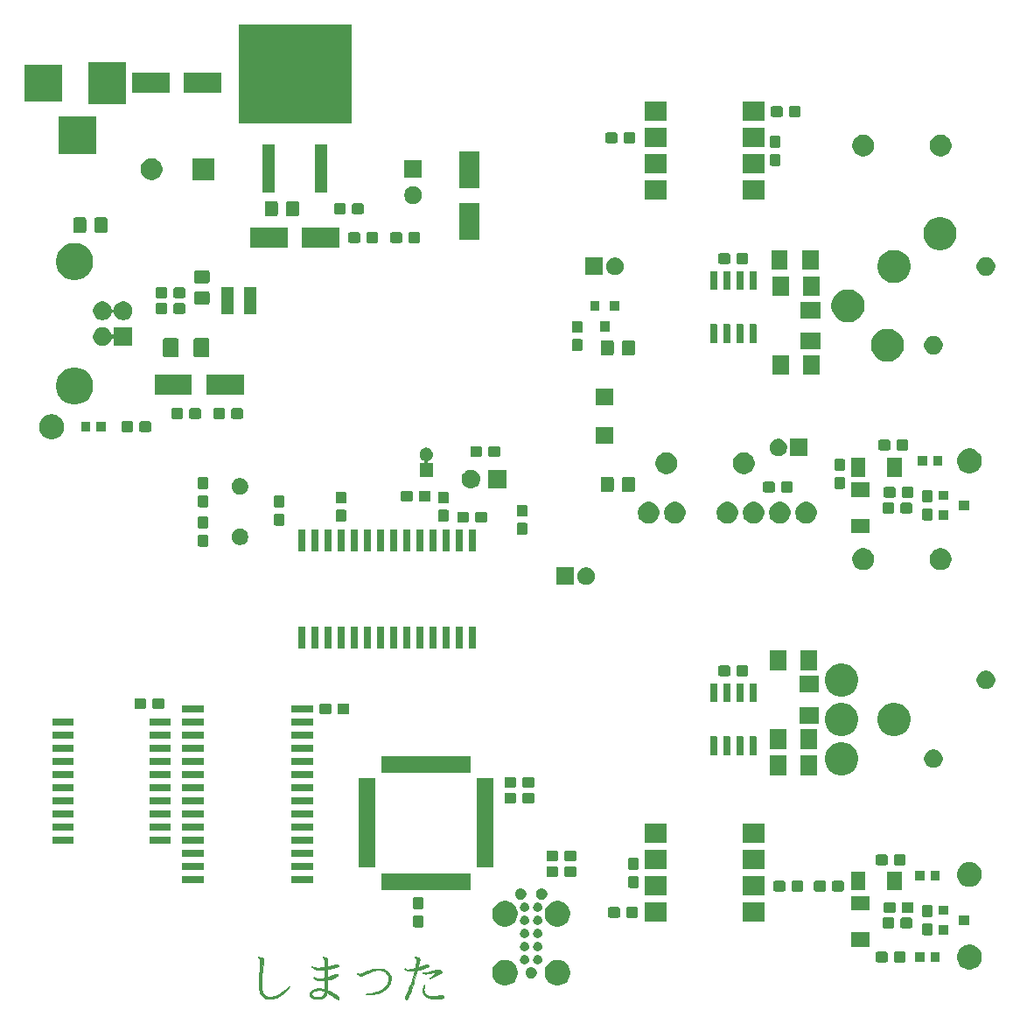
<source format=gts>
G04 #@! TF.GenerationSoftware,KiCad,Pcbnew,5.0.1*
G04 #@! TF.CreationDate,2019-02-02T17:49:27+01:00*
G04 #@! TF.ProjectId,UsbDmx,557362446D782E6B696361645F706362,rev?*
G04 #@! TF.SameCoordinates,Original*
G04 #@! TF.FileFunction,Soldermask,Top*
G04 #@! TF.FilePolarity,Negative*
%FSLAX46Y46*%
G04 Gerber Fmt 4.6, Leading zero omitted, Abs format (unit mm)*
G04 Created by KiCad (PCBNEW 5.0.1) date Sa 02 Feb 2019 17:49:27 CET*
%MOMM*%
%LPD*%
G01*
G04 APERTURE LIST*
%ADD10C,0.100000*%
G04 APERTURE END LIST*
D10*
G04 #@! TO.C,G\002A\002A\002A*
G36*
X98569591Y-159457654D02*
X98564697Y-159477947D01*
X98548890Y-159498093D01*
X98520481Y-159519025D01*
X98477783Y-159541675D01*
X98419105Y-159566975D01*
X98342760Y-159595857D01*
X98278017Y-159618666D01*
X98063708Y-159699600D01*
X97867616Y-159788536D01*
X97688012Y-159886360D01*
X97523169Y-159993958D01*
X97470897Y-160032380D01*
X97438092Y-160056589D01*
X97411766Y-160074859D01*
X97396378Y-160084132D01*
X97394562Y-160084702D01*
X97384993Y-160076395D01*
X97372377Y-160056740D01*
X97366263Y-160043568D01*
X97365680Y-160031997D01*
X97372912Y-160018433D01*
X97390240Y-159999283D01*
X97419947Y-159970953D01*
X97436762Y-159955363D01*
X97532057Y-159868903D01*
X97623961Y-159788829D01*
X97709607Y-159717538D01*
X97786125Y-159657429D01*
X97840388Y-159617928D01*
X97882793Y-159587931D01*
X97921063Y-159559798D01*
X97950359Y-159537143D01*
X97963756Y-159525711D01*
X97980260Y-159507568D01*
X97982216Y-159493699D01*
X97973562Y-159478067D01*
X97963793Y-159466535D01*
X97950175Y-159459624D01*
X97927684Y-159456239D01*
X97891292Y-159455282D01*
X97869364Y-159455350D01*
X97831980Y-159456774D01*
X97791880Y-159460981D01*
X97745260Y-159468657D01*
X97688314Y-159480486D01*
X97617239Y-159497154D01*
X97563755Y-159510381D01*
X97429927Y-159543047D01*
X97313677Y-159569233D01*
X97212485Y-159589116D01*
X97123826Y-159602872D01*
X97045178Y-159610678D01*
X96974019Y-159612710D01*
X96907824Y-159609144D01*
X96844073Y-159600157D01*
X96780241Y-159585925D01*
X96722030Y-159569211D01*
X96684565Y-159556577D01*
X96663847Y-159545707D01*
X96656112Y-159533109D01*
X96657593Y-159515297D01*
X96658723Y-159510562D01*
X96665409Y-159483923D01*
X96730777Y-159504703D01*
X96769980Y-159514688D01*
X96812328Y-159520072D01*
X96859740Y-159520496D01*
X96914135Y-159515599D01*
X96977429Y-159505023D01*
X97051543Y-159488408D01*
X97138393Y-159465395D01*
X97239898Y-159435623D01*
X97357977Y-159398733D01*
X97443374Y-159371143D01*
X97545665Y-159338031D01*
X97631128Y-159311192D01*
X97702944Y-159289970D01*
X97764295Y-159273708D01*
X97818362Y-159261750D01*
X97868326Y-159253437D01*
X97917369Y-159248114D01*
X97968672Y-159245125D01*
X98025415Y-159243811D01*
X98061379Y-159243560D01*
X98130162Y-159243686D01*
X98182729Y-159244894D01*
X98224028Y-159247648D01*
X98259011Y-159252408D01*
X98292626Y-159259637D01*
X98323689Y-159268029D01*
X98397515Y-159294047D01*
X98461278Y-159326200D01*
X98512510Y-159362585D01*
X98548742Y-159401299D01*
X98567505Y-159440439D01*
X98569591Y-159457654D01*
X98569591Y-159457654D01*
G37*
X98569591Y-159457654D02*
X98564697Y-159477947D01*
X98548890Y-159498093D01*
X98520481Y-159519025D01*
X98477783Y-159541675D01*
X98419105Y-159566975D01*
X98342760Y-159595857D01*
X98278017Y-159618666D01*
X98063708Y-159699600D01*
X97867616Y-159788536D01*
X97688012Y-159886360D01*
X97523169Y-159993958D01*
X97470897Y-160032380D01*
X97438092Y-160056589D01*
X97411766Y-160074859D01*
X97396378Y-160084132D01*
X97394562Y-160084702D01*
X97384993Y-160076395D01*
X97372377Y-160056740D01*
X97366263Y-160043568D01*
X97365680Y-160031997D01*
X97372912Y-160018433D01*
X97390240Y-159999283D01*
X97419947Y-159970953D01*
X97436762Y-159955363D01*
X97532057Y-159868903D01*
X97623961Y-159788829D01*
X97709607Y-159717538D01*
X97786125Y-159657429D01*
X97840388Y-159617928D01*
X97882793Y-159587931D01*
X97921063Y-159559798D01*
X97950359Y-159537143D01*
X97963756Y-159525711D01*
X97980260Y-159507568D01*
X97982216Y-159493699D01*
X97973562Y-159478067D01*
X97963793Y-159466535D01*
X97950175Y-159459624D01*
X97927684Y-159456239D01*
X97891292Y-159455282D01*
X97869364Y-159455350D01*
X97831980Y-159456774D01*
X97791880Y-159460981D01*
X97745260Y-159468657D01*
X97688314Y-159480486D01*
X97617239Y-159497154D01*
X97563755Y-159510381D01*
X97429927Y-159543047D01*
X97313677Y-159569233D01*
X97212485Y-159589116D01*
X97123826Y-159602872D01*
X97045178Y-159610678D01*
X96974019Y-159612710D01*
X96907824Y-159609144D01*
X96844073Y-159600157D01*
X96780241Y-159585925D01*
X96722030Y-159569211D01*
X96684565Y-159556577D01*
X96663847Y-159545707D01*
X96656112Y-159533109D01*
X96657593Y-159515297D01*
X96658723Y-159510562D01*
X96665409Y-159483923D01*
X96730777Y-159504703D01*
X96769980Y-159514688D01*
X96812328Y-159520072D01*
X96859740Y-159520496D01*
X96914135Y-159515599D01*
X96977429Y-159505023D01*
X97051543Y-159488408D01*
X97138393Y-159465395D01*
X97239898Y-159435623D01*
X97357977Y-159398733D01*
X97443374Y-159371143D01*
X97545665Y-159338031D01*
X97631128Y-159311192D01*
X97702944Y-159289970D01*
X97764295Y-159273708D01*
X97818362Y-159261750D01*
X97868326Y-159253437D01*
X97917369Y-159248114D01*
X97968672Y-159245125D01*
X98025415Y-159243811D01*
X98061379Y-159243560D01*
X98130162Y-159243686D01*
X98182729Y-159244894D01*
X98224028Y-159247648D01*
X98259011Y-159252408D01*
X98292626Y-159259637D01*
X98323689Y-159268029D01*
X98397515Y-159294047D01*
X98461278Y-159326200D01*
X98512510Y-159362585D01*
X98548742Y-159401299D01*
X98567505Y-159440439D01*
X98569591Y-159457654D01*
G36*
X93600811Y-160026469D02*
X93598238Y-160184517D01*
X93574974Y-160340791D01*
X93531504Y-160493616D01*
X93468313Y-160641320D01*
X93385884Y-160782229D01*
X93379069Y-160792288D01*
X93328207Y-160859052D01*
X93263752Y-160932043D01*
X93190357Y-161006741D01*
X93112678Y-161078627D01*
X93035366Y-161143179D01*
X92964516Y-161194922D01*
X92823689Y-161280282D01*
X92672425Y-161355248D01*
X92509446Y-161420163D01*
X92333476Y-161475370D01*
X92143236Y-161521213D01*
X91937450Y-161558033D01*
X91714841Y-161586175D01*
X91474131Y-161605981D01*
X91422863Y-161609019D01*
X91341438Y-161613489D01*
X91278640Y-161616680D01*
X91231959Y-161618548D01*
X91198882Y-161619046D01*
X91176899Y-161618128D01*
X91163497Y-161615747D01*
X91156165Y-161611859D01*
X91152391Y-161606417D01*
X91151411Y-161604043D01*
X91149180Y-161577856D01*
X91165073Y-161561491D01*
X91194241Y-161556398D01*
X91227868Y-161554657D01*
X91278362Y-161549799D01*
X91341735Y-161542377D01*
X91413997Y-161532941D01*
X91491162Y-161522043D01*
X91569239Y-161510235D01*
X91644242Y-161498067D01*
X91712180Y-161486091D01*
X91737034Y-161481371D01*
X91948344Y-161433395D01*
X92148754Y-161374266D01*
X92337340Y-161304630D01*
X92513176Y-161225136D01*
X92675340Y-161136431D01*
X92822905Y-161039162D01*
X92954949Y-160933977D01*
X93070547Y-160821523D01*
X93168774Y-160702447D01*
X93248707Y-160577397D01*
X93309420Y-160447020D01*
X93338068Y-160359983D01*
X93367567Y-160218697D01*
X93376798Y-160082886D01*
X93366154Y-159953395D01*
X93336028Y-159831068D01*
X93286815Y-159716749D01*
X93218907Y-159611281D01*
X93132699Y-159515509D01*
X93028585Y-159430275D01*
X92906958Y-159356425D01*
X92858761Y-159332695D01*
X92783875Y-159300462D01*
X92713755Y-159276556D01*
X92643048Y-159259943D01*
X92566397Y-159249587D01*
X92478450Y-159244454D01*
X92396936Y-159243411D01*
X92325239Y-159243849D01*
X92269224Y-159245312D01*
X92223403Y-159248320D01*
X92182288Y-159253391D01*
X92140393Y-159261044D01*
X92092229Y-159271801D01*
X92089064Y-159272545D01*
X92004635Y-159293497D01*
X91924605Y-159315796D01*
X91846261Y-159340535D01*
X91766890Y-159368810D01*
X91683779Y-159401714D01*
X91594216Y-159440342D01*
X91495487Y-159485787D01*
X91384880Y-159539143D01*
X91259682Y-159601505D01*
X91205815Y-159628756D01*
X91094086Y-159684793D01*
X90998860Y-159730947D01*
X90918315Y-159767944D01*
X90850628Y-159796514D01*
X90793978Y-159817383D01*
X90746543Y-159831280D01*
X90706499Y-159838931D01*
X90674150Y-159841080D01*
X90608171Y-159830718D01*
X90541114Y-159800840D01*
X90475097Y-159752863D01*
X90412238Y-159688205D01*
X90377244Y-159642454D01*
X90355052Y-159610212D01*
X90343621Y-159589931D01*
X90341494Y-159576279D01*
X90347214Y-159563921D01*
X90353452Y-159555379D01*
X90372773Y-159529765D01*
X90407686Y-159563899D01*
X90451326Y-159596256D01*
X90500636Y-159611522D01*
X90559790Y-159610753D01*
X90580265Y-159607519D01*
X90634403Y-159594628D01*
X90706578Y-159572745D01*
X90795820Y-159542211D01*
X90901158Y-159503367D01*
X91021621Y-159456555D01*
X91105231Y-159422968D01*
X91319665Y-159339307D01*
X91519386Y-159268782D01*
X91706048Y-159211089D01*
X91881304Y-159165925D01*
X92046806Y-159132987D01*
X92204208Y-159111971D01*
X92355161Y-159102576D01*
X92501320Y-159104497D01*
X92644336Y-159117431D01*
X92714568Y-159127831D01*
X92870665Y-159162458D01*
X93012099Y-159211992D01*
X93139680Y-159276884D01*
X93254220Y-159357583D01*
X93356528Y-159454540D01*
X93405355Y-159511774D01*
X93483572Y-159625150D01*
X93541530Y-159743534D01*
X93579891Y-159868673D01*
X93599320Y-160002314D01*
X93600811Y-160026469D01*
X93600811Y-160026469D01*
G37*
X93600811Y-160026469D02*
X93598238Y-160184517D01*
X93574974Y-160340791D01*
X93531504Y-160493616D01*
X93468313Y-160641320D01*
X93385884Y-160782229D01*
X93379069Y-160792288D01*
X93328207Y-160859052D01*
X93263752Y-160932043D01*
X93190357Y-161006741D01*
X93112678Y-161078627D01*
X93035366Y-161143179D01*
X92964516Y-161194922D01*
X92823689Y-161280282D01*
X92672425Y-161355248D01*
X92509446Y-161420163D01*
X92333476Y-161475370D01*
X92143236Y-161521213D01*
X91937450Y-161558033D01*
X91714841Y-161586175D01*
X91474131Y-161605981D01*
X91422863Y-161609019D01*
X91341438Y-161613489D01*
X91278640Y-161616680D01*
X91231959Y-161618548D01*
X91198882Y-161619046D01*
X91176899Y-161618128D01*
X91163497Y-161615747D01*
X91156165Y-161611859D01*
X91152391Y-161606417D01*
X91151411Y-161604043D01*
X91149180Y-161577856D01*
X91165073Y-161561491D01*
X91194241Y-161556398D01*
X91227868Y-161554657D01*
X91278362Y-161549799D01*
X91341735Y-161542377D01*
X91413997Y-161532941D01*
X91491162Y-161522043D01*
X91569239Y-161510235D01*
X91644242Y-161498067D01*
X91712180Y-161486091D01*
X91737034Y-161481371D01*
X91948344Y-161433395D01*
X92148754Y-161374266D01*
X92337340Y-161304630D01*
X92513176Y-161225136D01*
X92675340Y-161136431D01*
X92822905Y-161039162D01*
X92954949Y-160933977D01*
X93070547Y-160821523D01*
X93168774Y-160702447D01*
X93248707Y-160577397D01*
X93309420Y-160447020D01*
X93338068Y-160359983D01*
X93367567Y-160218697D01*
X93376798Y-160082886D01*
X93366154Y-159953395D01*
X93336028Y-159831068D01*
X93286815Y-159716749D01*
X93218907Y-159611281D01*
X93132699Y-159515509D01*
X93028585Y-159430275D01*
X92906958Y-159356425D01*
X92858761Y-159332695D01*
X92783875Y-159300462D01*
X92713755Y-159276556D01*
X92643048Y-159259943D01*
X92566397Y-159249587D01*
X92478450Y-159244454D01*
X92396936Y-159243411D01*
X92325239Y-159243849D01*
X92269224Y-159245312D01*
X92223403Y-159248320D01*
X92182288Y-159253391D01*
X92140393Y-159261044D01*
X92092229Y-159271801D01*
X92089064Y-159272545D01*
X92004635Y-159293497D01*
X91924605Y-159315796D01*
X91846261Y-159340535D01*
X91766890Y-159368810D01*
X91683779Y-159401714D01*
X91594216Y-159440342D01*
X91495487Y-159485787D01*
X91384880Y-159539143D01*
X91259682Y-159601505D01*
X91205815Y-159628756D01*
X91094086Y-159684793D01*
X90998860Y-159730947D01*
X90918315Y-159767944D01*
X90850628Y-159796514D01*
X90793978Y-159817383D01*
X90746543Y-159831280D01*
X90706499Y-159838931D01*
X90674150Y-159841080D01*
X90608171Y-159830718D01*
X90541114Y-159800840D01*
X90475097Y-159752863D01*
X90412238Y-159688205D01*
X90377244Y-159642454D01*
X90355052Y-159610212D01*
X90343621Y-159589931D01*
X90341494Y-159576279D01*
X90347214Y-159563921D01*
X90353452Y-159555379D01*
X90372773Y-159529765D01*
X90407686Y-159563899D01*
X90451326Y-159596256D01*
X90500636Y-159611522D01*
X90559790Y-159610753D01*
X90580265Y-159607519D01*
X90634403Y-159594628D01*
X90706578Y-159572745D01*
X90795820Y-159542211D01*
X90901158Y-159503367D01*
X91021621Y-159456555D01*
X91105231Y-159422968D01*
X91319665Y-159339307D01*
X91519386Y-159268782D01*
X91706048Y-159211089D01*
X91881304Y-159165925D01*
X92046806Y-159132987D01*
X92204208Y-159111971D01*
X92355161Y-159102576D01*
X92501320Y-159104497D01*
X92644336Y-159117431D01*
X92714568Y-159127831D01*
X92870665Y-159162458D01*
X93012099Y-159211992D01*
X93139680Y-159276884D01*
X93254220Y-159357583D01*
X93356528Y-159454540D01*
X93405355Y-159511774D01*
X93483572Y-159625150D01*
X93541530Y-159743534D01*
X93579891Y-159868673D01*
X93599320Y-160002314D01*
X93600811Y-160026469D01*
G36*
X98738995Y-161856196D02*
X98732494Y-161887988D01*
X98712273Y-161915933D01*
X98677256Y-161940401D01*
X98626366Y-161961763D01*
X98558528Y-161980390D01*
X98472664Y-161996653D01*
X98367700Y-162010923D01*
X98257253Y-162022256D01*
X98216902Y-162024896D01*
X98161208Y-162027109D01*
X98094128Y-162028870D01*
X98019618Y-162030155D01*
X97941634Y-162030940D01*
X97864133Y-162031203D01*
X97791071Y-162030919D01*
X97726405Y-162030065D01*
X97674090Y-162028617D01*
X97638084Y-162026551D01*
X97632576Y-162025992D01*
X97473317Y-162002563D01*
X97331941Y-161970886D01*
X97206507Y-161930157D01*
X97095072Y-161879572D01*
X96995696Y-161818326D01*
X96906438Y-161745616D01*
X96870258Y-161710186D01*
X96789200Y-161613307D01*
X96728648Y-161511181D01*
X96688559Y-161403674D01*
X96668890Y-161290653D01*
X96669598Y-161171984D01*
X96677645Y-161110105D01*
X96697196Y-161017741D01*
X96724742Y-160918972D01*
X96757380Y-160823261D01*
X96789225Y-160746436D01*
X96818631Y-160682909D01*
X96836892Y-160710760D01*
X96845843Y-160726211D01*
X96849441Y-160741220D01*
X96847503Y-160761695D01*
X96839849Y-160793546D01*
X96833660Y-160816168D01*
X96805541Y-160939978D01*
X96790649Y-161058922D01*
X96789175Y-161169585D01*
X96801313Y-161268554D01*
X96806834Y-161292385D01*
X96844190Y-161395783D01*
X96899725Y-161490791D01*
X96971336Y-161575104D01*
X97056922Y-161646419D01*
X97154378Y-161702432D01*
X97197714Y-161720604D01*
X97264427Y-161743430D01*
X97329659Y-161760383D01*
X97398185Y-161772143D01*
X97474784Y-161779390D01*
X97564232Y-161782805D01*
X97637870Y-161783276D01*
X97713884Y-161782497D01*
X97779963Y-161780245D01*
X97840492Y-161775902D01*
X97899853Y-161768849D01*
X97962429Y-161758469D01*
X98032606Y-161744143D01*
X98114765Y-161725255D01*
X98204248Y-161703428D01*
X98291861Y-161682444D01*
X98362395Y-161667453D01*
X98418982Y-161658128D01*
X98464754Y-161654146D01*
X98502842Y-161655178D01*
X98536380Y-161660900D01*
X98556564Y-161666759D01*
X98607903Y-161690433D01*
X98655630Y-161724325D01*
X98695872Y-161764416D01*
X98724757Y-161806685D01*
X98738414Y-161847111D01*
X98738995Y-161856196D01*
X98738995Y-161856196D01*
G37*
X98738995Y-161856196D02*
X98732494Y-161887988D01*
X98712273Y-161915933D01*
X98677256Y-161940401D01*
X98626366Y-161961763D01*
X98558528Y-161980390D01*
X98472664Y-161996653D01*
X98367700Y-162010923D01*
X98257253Y-162022256D01*
X98216902Y-162024896D01*
X98161208Y-162027109D01*
X98094128Y-162028870D01*
X98019618Y-162030155D01*
X97941634Y-162030940D01*
X97864133Y-162031203D01*
X97791071Y-162030919D01*
X97726405Y-162030065D01*
X97674090Y-162028617D01*
X97638084Y-162026551D01*
X97632576Y-162025992D01*
X97473317Y-162002563D01*
X97331941Y-161970886D01*
X97206507Y-161930157D01*
X97095072Y-161879572D01*
X96995696Y-161818326D01*
X96906438Y-161745616D01*
X96870258Y-161710186D01*
X96789200Y-161613307D01*
X96728648Y-161511181D01*
X96688559Y-161403674D01*
X96668890Y-161290653D01*
X96669598Y-161171984D01*
X96677645Y-161110105D01*
X96697196Y-161017741D01*
X96724742Y-160918972D01*
X96757380Y-160823261D01*
X96789225Y-160746436D01*
X96818631Y-160682909D01*
X96836892Y-160710760D01*
X96845843Y-160726211D01*
X96849441Y-160741220D01*
X96847503Y-160761695D01*
X96839849Y-160793546D01*
X96833660Y-160816168D01*
X96805541Y-160939978D01*
X96790649Y-161058922D01*
X96789175Y-161169585D01*
X96801313Y-161268554D01*
X96806834Y-161292385D01*
X96844190Y-161395783D01*
X96899725Y-161490791D01*
X96971336Y-161575104D01*
X97056922Y-161646419D01*
X97154378Y-161702432D01*
X97197714Y-161720604D01*
X97264427Y-161743430D01*
X97329659Y-161760383D01*
X97398185Y-161772143D01*
X97474784Y-161779390D01*
X97564232Y-161782805D01*
X97637870Y-161783276D01*
X97713884Y-161782497D01*
X97779963Y-161780245D01*
X97840492Y-161775902D01*
X97899853Y-161768849D01*
X97962429Y-161758469D01*
X98032606Y-161744143D01*
X98114765Y-161725255D01*
X98204248Y-161703428D01*
X98291861Y-161682444D01*
X98362395Y-161667453D01*
X98418982Y-161658128D01*
X98464754Y-161654146D01*
X98502842Y-161655178D01*
X98536380Y-161660900D01*
X98556564Y-161666759D01*
X98607903Y-161690433D01*
X98655630Y-161724325D01*
X98695872Y-161764416D01*
X98724757Y-161806685D01*
X98738414Y-161847111D01*
X98738995Y-161856196D01*
G36*
X83812202Y-160825423D02*
X83811240Y-160839437D01*
X83799603Y-160857457D01*
X83755753Y-160914594D01*
X83698756Y-160982840D01*
X83631276Y-161059223D01*
X83555978Y-161140769D01*
X83475529Y-161224505D01*
X83424626Y-161275823D01*
X83292430Y-161402689D01*
X83166383Y-161513382D01*
X83042958Y-161610568D01*
X82918626Y-161696909D01*
X82789861Y-161775070D01*
X82696484Y-161825676D01*
X82519287Y-161908267D01*
X82342641Y-161972347D01*
X82167922Y-162017618D01*
X81996504Y-162043777D01*
X81829762Y-162050527D01*
X81704586Y-162042211D01*
X81571651Y-162018444D01*
X81445738Y-161979490D01*
X81329324Y-161926670D01*
X81224890Y-161861303D01*
X81134913Y-161784710D01*
X81063877Y-161701053D01*
X81004953Y-161606406D01*
X80955330Y-161501055D01*
X80914548Y-161383294D01*
X80882146Y-161251415D01*
X80857665Y-161103710D01*
X80840643Y-160938472D01*
X80834980Y-160852313D01*
X80831533Y-160758180D01*
X80830363Y-160645718D01*
X80831330Y-160517635D01*
X80834296Y-160376640D01*
X80839123Y-160225441D01*
X80845674Y-160066746D01*
X80853810Y-159903263D01*
X80863394Y-159737702D01*
X80874286Y-159572770D01*
X80886349Y-159411176D01*
X80899445Y-159255628D01*
X80913436Y-159108835D01*
X80928183Y-158973505D01*
X80932687Y-158935932D01*
X80943445Y-158837006D01*
X80950691Y-158741430D01*
X80954874Y-158641302D01*
X80956444Y-158528718D01*
X80956472Y-158517716D01*
X80956475Y-158441670D01*
X80955989Y-158383397D01*
X80954734Y-158339497D01*
X80952428Y-158306569D01*
X80948791Y-158281211D01*
X80943540Y-158260023D01*
X80936395Y-158239603D01*
X80932711Y-158230313D01*
X80898125Y-158160352D01*
X80856885Y-158102844D01*
X80812054Y-158062002D01*
X80808893Y-158059898D01*
X80782826Y-158035502D01*
X80777867Y-158009952D01*
X80791497Y-157986024D01*
X80805057Y-157984270D01*
X80834512Y-157987408D01*
X80875406Y-157994480D01*
X80923283Y-158004529D01*
X80973687Y-158016595D01*
X81022161Y-158029720D01*
X81064251Y-158042946D01*
X81076184Y-158047247D01*
X81145423Y-158079405D01*
X81205472Y-158119207D01*
X81252166Y-158163453D01*
X81278577Y-158202843D01*
X81293818Y-158246599D01*
X81300186Y-158298779D01*
X81297761Y-158362869D01*
X81286627Y-158442355D01*
X81284510Y-158454189D01*
X81240270Y-158704969D01*
X81202376Y-158939397D01*
X81170471Y-159161207D01*
X81144195Y-159374133D01*
X81123190Y-159581910D01*
X81107098Y-159788270D01*
X81095560Y-159996950D01*
X81088218Y-160211681D01*
X81084714Y-160436199D01*
X81084294Y-160539975D01*
X81084419Y-160665149D01*
X81085154Y-160771813D01*
X81086704Y-160862629D01*
X81089275Y-160940258D01*
X81093070Y-161007362D01*
X81098296Y-161066603D01*
X81105158Y-161120642D01*
X81113860Y-161172141D01*
X81124607Y-161223761D01*
X81137604Y-161278165D01*
X81142705Y-161298286D01*
X81183722Y-161423305D01*
X81238381Y-161532241D01*
X81306400Y-161624965D01*
X81387497Y-161701346D01*
X81481387Y-161761255D01*
X81587790Y-161804562D01*
X81706421Y-161831136D01*
X81836998Y-161840847D01*
X81979238Y-161833566D01*
X82132859Y-161809163D01*
X82213647Y-161790551D01*
X82394836Y-161735454D01*
X82580539Y-161660962D01*
X82769268Y-161567988D01*
X82959533Y-161457444D01*
X83149844Y-161330242D01*
X83338713Y-161187294D01*
X83524650Y-161029512D01*
X83655773Y-160907332D01*
X83702218Y-160862485D01*
X83735929Y-160830675D01*
X83759379Y-160810203D01*
X83775041Y-160799371D01*
X83785388Y-160796479D01*
X83792893Y-160799828D01*
X83800030Y-160807721D01*
X83800297Y-160808052D01*
X83812202Y-160825423D01*
X83812202Y-160825423D01*
G37*
X83812202Y-160825423D02*
X83811240Y-160839437D01*
X83799603Y-160857457D01*
X83755753Y-160914594D01*
X83698756Y-160982840D01*
X83631276Y-161059223D01*
X83555978Y-161140769D01*
X83475529Y-161224505D01*
X83424626Y-161275823D01*
X83292430Y-161402689D01*
X83166383Y-161513382D01*
X83042958Y-161610568D01*
X82918626Y-161696909D01*
X82789861Y-161775070D01*
X82696484Y-161825676D01*
X82519287Y-161908267D01*
X82342641Y-161972347D01*
X82167922Y-162017618D01*
X81996504Y-162043777D01*
X81829762Y-162050527D01*
X81704586Y-162042211D01*
X81571651Y-162018444D01*
X81445738Y-161979490D01*
X81329324Y-161926670D01*
X81224890Y-161861303D01*
X81134913Y-161784710D01*
X81063877Y-161701053D01*
X81004953Y-161606406D01*
X80955330Y-161501055D01*
X80914548Y-161383294D01*
X80882146Y-161251415D01*
X80857665Y-161103710D01*
X80840643Y-160938472D01*
X80834980Y-160852313D01*
X80831533Y-160758180D01*
X80830363Y-160645718D01*
X80831330Y-160517635D01*
X80834296Y-160376640D01*
X80839123Y-160225441D01*
X80845674Y-160066746D01*
X80853810Y-159903263D01*
X80863394Y-159737702D01*
X80874286Y-159572770D01*
X80886349Y-159411176D01*
X80899445Y-159255628D01*
X80913436Y-159108835D01*
X80928183Y-158973505D01*
X80932687Y-158935932D01*
X80943445Y-158837006D01*
X80950691Y-158741430D01*
X80954874Y-158641302D01*
X80956444Y-158528718D01*
X80956472Y-158517716D01*
X80956475Y-158441670D01*
X80955989Y-158383397D01*
X80954734Y-158339497D01*
X80952428Y-158306569D01*
X80948791Y-158281211D01*
X80943540Y-158260023D01*
X80936395Y-158239603D01*
X80932711Y-158230313D01*
X80898125Y-158160352D01*
X80856885Y-158102844D01*
X80812054Y-158062002D01*
X80808893Y-158059898D01*
X80782826Y-158035502D01*
X80777867Y-158009952D01*
X80791497Y-157986024D01*
X80805057Y-157984270D01*
X80834512Y-157987408D01*
X80875406Y-157994480D01*
X80923283Y-158004529D01*
X80973687Y-158016595D01*
X81022161Y-158029720D01*
X81064251Y-158042946D01*
X81076184Y-158047247D01*
X81145423Y-158079405D01*
X81205472Y-158119207D01*
X81252166Y-158163453D01*
X81278577Y-158202843D01*
X81293818Y-158246599D01*
X81300186Y-158298779D01*
X81297761Y-158362869D01*
X81286627Y-158442355D01*
X81284510Y-158454189D01*
X81240270Y-158704969D01*
X81202376Y-158939397D01*
X81170471Y-159161207D01*
X81144195Y-159374133D01*
X81123190Y-159581910D01*
X81107098Y-159788270D01*
X81095560Y-159996950D01*
X81088218Y-160211681D01*
X81084714Y-160436199D01*
X81084294Y-160539975D01*
X81084419Y-160665149D01*
X81085154Y-160771813D01*
X81086704Y-160862629D01*
X81089275Y-160940258D01*
X81093070Y-161007362D01*
X81098296Y-161066603D01*
X81105158Y-161120642D01*
X81113860Y-161172141D01*
X81124607Y-161223761D01*
X81137604Y-161278165D01*
X81142705Y-161298286D01*
X81183722Y-161423305D01*
X81238381Y-161532241D01*
X81306400Y-161624965D01*
X81387497Y-161701346D01*
X81481387Y-161761255D01*
X81587790Y-161804562D01*
X81706421Y-161831136D01*
X81836998Y-161840847D01*
X81979238Y-161833566D01*
X82132859Y-161809163D01*
X82213647Y-161790551D01*
X82394836Y-161735454D01*
X82580539Y-161660962D01*
X82769268Y-161567988D01*
X82959533Y-161457444D01*
X83149844Y-161330242D01*
X83338713Y-161187294D01*
X83524650Y-161029512D01*
X83655773Y-160907332D01*
X83702218Y-160862485D01*
X83735929Y-160830675D01*
X83759379Y-160810203D01*
X83775041Y-160799371D01*
X83785388Y-160796479D01*
X83792893Y-160799828D01*
X83800030Y-160807721D01*
X83800297Y-160808052D01*
X83812202Y-160825423D01*
G36*
X97233693Y-158850305D02*
X97226541Y-158872500D01*
X97207607Y-158898189D01*
X97202292Y-158904334D01*
X97162221Y-158939275D01*
X97102392Y-158975848D01*
X97024118Y-159013588D01*
X96928710Y-159052027D01*
X96817481Y-159090698D01*
X96691744Y-159129135D01*
X96552813Y-159166870D01*
X96401998Y-159203436D01*
X96295041Y-159227032D01*
X96243222Y-159238254D01*
X96199351Y-159248172D01*
X96167335Y-159255871D01*
X96151081Y-159260436D01*
X96149896Y-159261018D01*
X96146271Y-159271690D01*
X96137416Y-159300754D01*
X96123909Y-159346239D01*
X96106324Y-159406172D01*
X96085237Y-159478581D01*
X96061225Y-159561496D01*
X96034864Y-159652942D01*
X96006730Y-159750949D01*
X96003501Y-159762221D01*
X95928073Y-160022693D01*
X95856341Y-160264182D01*
X95787711Y-160488445D01*
X95721591Y-160697234D01*
X95657388Y-160892306D01*
X95594511Y-161075414D01*
X95532365Y-161248314D01*
X95470360Y-161412759D01*
X95407901Y-161570506D01*
X95344397Y-161723308D01*
X95329322Y-161758540D01*
X95288939Y-161849726D01*
X95254142Y-161922256D01*
X95224084Y-161977650D01*
X95197917Y-162017426D01*
X95174795Y-162043104D01*
X95167264Y-162049042D01*
X95142445Y-162059073D01*
X95108872Y-162064365D01*
X95100690Y-162064610D01*
X95067469Y-162061257D01*
X95043909Y-162047948D01*
X95029573Y-162032797D01*
X95003433Y-161985385D01*
X94994546Y-161925980D01*
X95002954Y-161854923D01*
X95006269Y-161841073D01*
X95011147Y-161822418D01*
X95016195Y-161804830D01*
X95022305Y-161786187D01*
X95030371Y-161764365D01*
X95041283Y-161737241D01*
X95055937Y-161702692D01*
X95075223Y-161658593D01*
X95100036Y-161602822D01*
X95131267Y-161533256D01*
X95169810Y-161447770D01*
X95196272Y-161389160D01*
X95314906Y-161115605D01*
X95428412Y-160832498D01*
X95533938Y-160547332D01*
X95628633Y-160267601D01*
X95656327Y-160179992D01*
X95681021Y-160099088D01*
X95706838Y-160012105D01*
X95733163Y-159921337D01*
X95759378Y-159829074D01*
X95784868Y-159737610D01*
X95809016Y-159649237D01*
X95831206Y-159566248D01*
X95850821Y-159490934D01*
X95867246Y-159425588D01*
X95879863Y-159372502D01*
X95888056Y-159333969D01*
X95891209Y-159312281D01*
X95890668Y-159308435D01*
X95878883Y-159308229D01*
X95850343Y-159311031D01*
X95809179Y-159316354D01*
X95759520Y-159323709D01*
X95753251Y-159324695D01*
X95643479Y-159338067D01*
X95520429Y-159345289D01*
X95440913Y-159346788D01*
X95373726Y-159347014D01*
X95323133Y-159346390D01*
X95284556Y-159344439D01*
X95253416Y-159340685D01*
X95225135Y-159334654D01*
X95195134Y-159325871D01*
X95174553Y-159319131D01*
X95115975Y-159295910D01*
X95056477Y-159266023D01*
X95002179Y-159233011D01*
X94959203Y-159200419D01*
X94944306Y-159185868D01*
X94932664Y-159170946D01*
X94932162Y-159158126D01*
X94943480Y-159139028D01*
X94948723Y-159131607D01*
X94972292Y-159098508D01*
X95000141Y-159124535D01*
X95028194Y-159148878D01*
X95054974Y-159166348D01*
X95084726Y-159178010D01*
X95121695Y-159184930D01*
X95170124Y-159188172D01*
X95234258Y-159188802D01*
X95255627Y-159188656D01*
X95334967Y-159186406D01*
X95412841Y-159180711D01*
X95493487Y-159170955D01*
X95581143Y-159156517D01*
X95680046Y-159136782D01*
X95794434Y-159111130D01*
X95806190Y-159108379D01*
X95858068Y-159096148D01*
X95901921Y-159085700D01*
X95933951Y-159077951D01*
X95950362Y-159073812D01*
X95951692Y-159073400D01*
X95955527Y-159062325D01*
X95962148Y-159033998D01*
X95970872Y-158992057D01*
X95981017Y-158940141D01*
X95991900Y-158881888D01*
X96002838Y-158820935D01*
X96013148Y-158760921D01*
X96022148Y-158705482D01*
X96027841Y-158667608D01*
X96043725Y-158545451D01*
X96053588Y-158441349D01*
X96057341Y-158353031D01*
X96054899Y-158278224D01*
X96046176Y-158214657D01*
X96031085Y-158160058D01*
X96009541Y-158112156D01*
X96006523Y-158106761D01*
X95978694Y-158067314D01*
X95945659Y-158033603D01*
X95932435Y-158023594D01*
X95889689Y-157995306D01*
X95916521Y-157968474D01*
X95932347Y-157953934D01*
X95946819Y-157947242D01*
X95966867Y-157947356D01*
X95999422Y-157953229D01*
X96007158Y-157954821D01*
X96056865Y-157966661D01*
X96113581Y-157982643D01*
X96171840Y-158000959D01*
X96226175Y-158019800D01*
X96271120Y-158037358D01*
X96301207Y-158051826D01*
X96302164Y-158052399D01*
X96330616Y-158073386D01*
X96352900Y-158099079D01*
X96368974Y-158131086D01*
X96378796Y-158171014D01*
X96382323Y-158220470D01*
X96379515Y-158281063D01*
X96370328Y-158354400D01*
X96354721Y-158442089D01*
X96332653Y-158545737D01*
X96304080Y-158666951D01*
X96283993Y-158747999D01*
X96266834Y-158816631D01*
X96251684Y-158877896D01*
X96239223Y-158928988D01*
X96230132Y-158967101D01*
X96225091Y-158989428D01*
X96224329Y-158994164D01*
X96236898Y-158990753D01*
X96266221Y-158981261D01*
X96309135Y-158966796D01*
X96362478Y-158948469D01*
X96423085Y-158927388D01*
X96487794Y-158904663D01*
X96553442Y-158881405D01*
X96616866Y-158858721D01*
X96674903Y-158837722D01*
X96724390Y-158819518D01*
X96753793Y-158808442D01*
X96832571Y-158778361D01*
X96894292Y-158755042D01*
X96941657Y-158737625D01*
X96977365Y-158725250D01*
X97004115Y-158717055D01*
X97024607Y-158712181D01*
X97041540Y-158709766D01*
X97057615Y-158708950D01*
X97066131Y-158708873D01*
X97110327Y-158714214D01*
X97155658Y-158728361D01*
X97193942Y-158748213D01*
X97212665Y-158764434D01*
X97223398Y-158786005D01*
X97231485Y-158816938D01*
X97232360Y-158822648D01*
X97233693Y-158850305D01*
X97233693Y-158850305D01*
G37*
X97233693Y-158850305D02*
X97226541Y-158872500D01*
X97207607Y-158898189D01*
X97202292Y-158904334D01*
X97162221Y-158939275D01*
X97102392Y-158975848D01*
X97024118Y-159013588D01*
X96928710Y-159052027D01*
X96817481Y-159090698D01*
X96691744Y-159129135D01*
X96552813Y-159166870D01*
X96401998Y-159203436D01*
X96295041Y-159227032D01*
X96243222Y-159238254D01*
X96199351Y-159248172D01*
X96167335Y-159255871D01*
X96151081Y-159260436D01*
X96149896Y-159261018D01*
X96146271Y-159271690D01*
X96137416Y-159300754D01*
X96123909Y-159346239D01*
X96106324Y-159406172D01*
X96085237Y-159478581D01*
X96061225Y-159561496D01*
X96034864Y-159652942D01*
X96006730Y-159750949D01*
X96003501Y-159762221D01*
X95928073Y-160022693D01*
X95856341Y-160264182D01*
X95787711Y-160488445D01*
X95721591Y-160697234D01*
X95657388Y-160892306D01*
X95594511Y-161075414D01*
X95532365Y-161248314D01*
X95470360Y-161412759D01*
X95407901Y-161570506D01*
X95344397Y-161723308D01*
X95329322Y-161758540D01*
X95288939Y-161849726D01*
X95254142Y-161922256D01*
X95224084Y-161977650D01*
X95197917Y-162017426D01*
X95174795Y-162043104D01*
X95167264Y-162049042D01*
X95142445Y-162059073D01*
X95108872Y-162064365D01*
X95100690Y-162064610D01*
X95067469Y-162061257D01*
X95043909Y-162047948D01*
X95029573Y-162032797D01*
X95003433Y-161985385D01*
X94994546Y-161925980D01*
X95002954Y-161854923D01*
X95006269Y-161841073D01*
X95011147Y-161822418D01*
X95016195Y-161804830D01*
X95022305Y-161786187D01*
X95030371Y-161764365D01*
X95041283Y-161737241D01*
X95055937Y-161702692D01*
X95075223Y-161658593D01*
X95100036Y-161602822D01*
X95131267Y-161533256D01*
X95169810Y-161447770D01*
X95196272Y-161389160D01*
X95314906Y-161115605D01*
X95428412Y-160832498D01*
X95533938Y-160547332D01*
X95628633Y-160267601D01*
X95656327Y-160179992D01*
X95681021Y-160099088D01*
X95706838Y-160012105D01*
X95733163Y-159921337D01*
X95759378Y-159829074D01*
X95784868Y-159737610D01*
X95809016Y-159649237D01*
X95831206Y-159566248D01*
X95850821Y-159490934D01*
X95867246Y-159425588D01*
X95879863Y-159372502D01*
X95888056Y-159333969D01*
X95891209Y-159312281D01*
X95890668Y-159308435D01*
X95878883Y-159308229D01*
X95850343Y-159311031D01*
X95809179Y-159316354D01*
X95759520Y-159323709D01*
X95753251Y-159324695D01*
X95643479Y-159338067D01*
X95520429Y-159345289D01*
X95440913Y-159346788D01*
X95373726Y-159347014D01*
X95323133Y-159346390D01*
X95284556Y-159344439D01*
X95253416Y-159340685D01*
X95225135Y-159334654D01*
X95195134Y-159325871D01*
X95174553Y-159319131D01*
X95115975Y-159295910D01*
X95056477Y-159266023D01*
X95002179Y-159233011D01*
X94959203Y-159200419D01*
X94944306Y-159185868D01*
X94932664Y-159170946D01*
X94932162Y-159158126D01*
X94943480Y-159139028D01*
X94948723Y-159131607D01*
X94972292Y-159098508D01*
X95000141Y-159124535D01*
X95028194Y-159148878D01*
X95054974Y-159166348D01*
X95084726Y-159178010D01*
X95121695Y-159184930D01*
X95170124Y-159188172D01*
X95234258Y-159188802D01*
X95255627Y-159188656D01*
X95334967Y-159186406D01*
X95412841Y-159180711D01*
X95493487Y-159170955D01*
X95581143Y-159156517D01*
X95680046Y-159136782D01*
X95794434Y-159111130D01*
X95806190Y-159108379D01*
X95858068Y-159096148D01*
X95901921Y-159085700D01*
X95933951Y-159077951D01*
X95950362Y-159073812D01*
X95951692Y-159073400D01*
X95955527Y-159062325D01*
X95962148Y-159033998D01*
X95970872Y-158992057D01*
X95981017Y-158940141D01*
X95991900Y-158881888D01*
X96002838Y-158820935D01*
X96013148Y-158760921D01*
X96022148Y-158705482D01*
X96027841Y-158667608D01*
X96043725Y-158545451D01*
X96053588Y-158441349D01*
X96057341Y-158353031D01*
X96054899Y-158278224D01*
X96046176Y-158214657D01*
X96031085Y-158160058D01*
X96009541Y-158112156D01*
X96006523Y-158106761D01*
X95978694Y-158067314D01*
X95945659Y-158033603D01*
X95932435Y-158023594D01*
X95889689Y-157995306D01*
X95916521Y-157968474D01*
X95932347Y-157953934D01*
X95946819Y-157947242D01*
X95966867Y-157947356D01*
X95999422Y-157953229D01*
X96007158Y-157954821D01*
X96056865Y-157966661D01*
X96113581Y-157982643D01*
X96171840Y-158000959D01*
X96226175Y-158019800D01*
X96271120Y-158037358D01*
X96301207Y-158051826D01*
X96302164Y-158052399D01*
X96330616Y-158073386D01*
X96352900Y-158099079D01*
X96368974Y-158131086D01*
X96378796Y-158171014D01*
X96382323Y-158220470D01*
X96379515Y-158281063D01*
X96370328Y-158354400D01*
X96354721Y-158442089D01*
X96332653Y-158545737D01*
X96304080Y-158666951D01*
X96283993Y-158747999D01*
X96266834Y-158816631D01*
X96251684Y-158877896D01*
X96239223Y-158928988D01*
X96230132Y-158967101D01*
X96225091Y-158989428D01*
X96224329Y-158994164D01*
X96236898Y-158990753D01*
X96266221Y-158981261D01*
X96309135Y-158966796D01*
X96362478Y-158948469D01*
X96423085Y-158927388D01*
X96487794Y-158904663D01*
X96553442Y-158881405D01*
X96616866Y-158858721D01*
X96674903Y-158837722D01*
X96724390Y-158819518D01*
X96753793Y-158808442D01*
X96832571Y-158778361D01*
X96894292Y-158755042D01*
X96941657Y-158737625D01*
X96977365Y-158725250D01*
X97004115Y-158717055D01*
X97024607Y-158712181D01*
X97041540Y-158709766D01*
X97057615Y-158708950D01*
X97066131Y-158708873D01*
X97110327Y-158714214D01*
X97155658Y-158728361D01*
X97193942Y-158748213D01*
X97212665Y-158764434D01*
X97223398Y-158786005D01*
X97231485Y-158816938D01*
X97232360Y-158822648D01*
X97233693Y-158850305D01*
G36*
X88564073Y-161974905D02*
X88557277Y-162021001D01*
X88536483Y-162051395D01*
X88501462Y-162066244D01*
X88451984Y-162065704D01*
X88434443Y-162062597D01*
X88397816Y-162051806D01*
X88353205Y-162032617D01*
X88299084Y-162004143D01*
X88233928Y-161965500D01*
X88156212Y-161915804D01*
X88064410Y-161854167D01*
X88006436Y-161814214D01*
X87931957Y-161762870D01*
X87851896Y-161708314D01*
X87771302Y-161653942D01*
X87695223Y-161603153D01*
X87628709Y-161559343D01*
X87598830Y-161539966D01*
X87538544Y-161501447D01*
X87493550Y-161473535D01*
X87461546Y-161455051D01*
X87440232Y-161444815D01*
X87427306Y-161441648D01*
X87420470Y-161444369D01*
X87418613Y-161447577D01*
X87411045Y-161466883D01*
X87398608Y-161498723D01*
X87385288Y-161532881D01*
X87331057Y-161646256D01*
X87261876Y-161745452D01*
X87199125Y-161808907D01*
X87199125Y-161338986D01*
X87189947Y-161322002D01*
X87169809Y-161308302D01*
X87137650Y-161293686D01*
X87130886Y-161290797D01*
X86999375Y-161245090D01*
X86857272Y-161214896D01*
X86709060Y-161200862D01*
X86559225Y-161203632D01*
X86537648Y-161205465D01*
X86396128Y-161224358D01*
X86272577Y-161252797D01*
X86167226Y-161290674D01*
X86080305Y-161337883D01*
X86012047Y-161394317D01*
X85962682Y-161459869D01*
X85954802Y-161474655D01*
X85934238Y-161534152D01*
X85927642Y-161597494D01*
X85935508Y-161656804D01*
X85942128Y-161676016D01*
X85965467Y-161712582D01*
X86003270Y-161750671D01*
X86049923Y-161785083D01*
X86075571Y-161799671D01*
X86148443Y-161828949D01*
X86236659Y-161851636D01*
X86335301Y-161867287D01*
X86439450Y-161875460D01*
X86544188Y-161875710D01*
X86644595Y-161867593D01*
X86709060Y-161856824D01*
X86819575Y-161823450D01*
X86919444Y-161772605D01*
X87007079Y-161705679D01*
X87080892Y-161624063D01*
X87139298Y-161529147D01*
X87171504Y-161451636D01*
X87188843Y-161399604D01*
X87198404Y-161363453D01*
X87199125Y-161338986D01*
X87199125Y-161808907D01*
X87176793Y-161831490D01*
X87074856Y-161905394D01*
X87000326Y-161946800D01*
X86898596Y-161989519D01*
X86789092Y-162020679D01*
X86674250Y-162040664D01*
X86556512Y-162049855D01*
X86438314Y-162048636D01*
X86322096Y-162037389D01*
X86210297Y-162016497D01*
X86105355Y-161986342D01*
X86009710Y-161947307D01*
X85925799Y-161899775D01*
X85856062Y-161844128D01*
X85802937Y-161780749D01*
X85788661Y-161756702D01*
X85777051Y-161732199D01*
X85769666Y-161707455D01*
X85765598Y-161676709D01*
X85763935Y-161634201D01*
X85763714Y-161598749D01*
X85764208Y-161546987D01*
X85766417Y-161510293D01*
X85771429Y-161482571D01*
X85780331Y-161457725D01*
X85793721Y-161430586D01*
X85847499Y-161349813D01*
X85919652Y-161274851D01*
X86007844Y-161207111D01*
X86109736Y-161148002D01*
X86222991Y-161098935D01*
X86345271Y-161061319D01*
X86437759Y-161042090D01*
X86525717Y-161031977D01*
X86627737Y-161027868D01*
X86737640Y-161029542D01*
X86849247Y-161036780D01*
X86956379Y-161049362D01*
X87035859Y-161063367D01*
X87088086Y-161074662D01*
X87134974Y-161085483D01*
X87171368Y-161094596D01*
X87192028Y-161100733D01*
X87219529Y-161111189D01*
X87219516Y-160949988D01*
X87219114Y-160900769D01*
X87217993Y-160839852D01*
X87216271Y-160770335D01*
X87214063Y-160695316D01*
X87211489Y-160617892D01*
X87208666Y-160541161D01*
X87205710Y-160468221D01*
X87202739Y-160402170D01*
X87199872Y-160346105D01*
X87197224Y-160303125D01*
X87194913Y-160276327D01*
X87193720Y-160269250D01*
X87182170Y-160263652D01*
X87152262Y-160263227D01*
X87112069Y-160266844D01*
X87074666Y-160269885D01*
X87021661Y-160272518D01*
X86958627Y-160274550D01*
X86891140Y-160275784D01*
X86848958Y-160276063D01*
X86741450Y-160274307D01*
X86650336Y-160268115D01*
X86571144Y-160256676D01*
X86499403Y-160239175D01*
X86430643Y-160214799D01*
X86374867Y-160189847D01*
X86321867Y-160161925D01*
X86277211Y-160132131D01*
X86233029Y-160094754D01*
X86200458Y-160063310D01*
X86167197Y-160029184D01*
X86140411Y-159999951D01*
X86123200Y-159979107D01*
X86118403Y-159970738D01*
X86126404Y-159957872D01*
X86144786Y-159942798D01*
X86161912Y-159933230D01*
X86176703Y-159932575D01*
X86196768Y-159941956D01*
X86214947Y-159953147D01*
X86302926Y-159997897D01*
X86406659Y-160031997D01*
X86523478Y-160055235D01*
X86650713Y-160067399D01*
X86785694Y-160068278D01*
X86925752Y-160057658D01*
X87068217Y-160035328D01*
X87117501Y-160024856D01*
X87190172Y-160008343D01*
X87183791Y-159969761D01*
X87182274Y-159950181D01*
X87180879Y-159912196D01*
X87179651Y-159858576D01*
X87178634Y-159792092D01*
X87177873Y-159715513D01*
X87177414Y-159631611D01*
X87177294Y-159567018D01*
X87177178Y-159202857D01*
X87105710Y-159209603D01*
X87007520Y-159217798D01*
X86905311Y-159224402D01*
X86803090Y-159229297D01*
X86704859Y-159232368D01*
X86614624Y-159233498D01*
X86536389Y-159232572D01*
X86474158Y-159229473D01*
X86461114Y-159228299D01*
X86335328Y-159209092D01*
X86226297Y-159178284D01*
X86132606Y-159135144D01*
X86052838Y-159078944D01*
X85985577Y-159008954D01*
X85955746Y-158967884D01*
X85939323Y-158941754D01*
X85929285Y-158923218D01*
X85927824Y-158918810D01*
X85935735Y-158908757D01*
X85954774Y-158894239D01*
X85954927Y-158894139D01*
X85971705Y-158884492D01*
X85984998Y-158884002D01*
X86001532Y-158894530D01*
X86022362Y-158912818D01*
X86064938Y-158944896D01*
X86115749Y-158970628D01*
X86176971Y-158990463D01*
X86250781Y-159004851D01*
X86339356Y-159014239D01*
X86444871Y-159019077D01*
X86541913Y-159019977D01*
X86631356Y-159019137D01*
X86709009Y-159016877D01*
X86780828Y-159012707D01*
X86852771Y-159006135D01*
X86930795Y-158996670D01*
X87020856Y-158983820D01*
X87068653Y-158976531D01*
X87177178Y-158959744D01*
X87176994Y-158661969D01*
X87176499Y-158556078D01*
X87174942Y-158468600D01*
X87171995Y-158396785D01*
X87167333Y-158337885D01*
X87160630Y-158289149D01*
X87151561Y-158247828D01*
X87139799Y-158211173D01*
X87125018Y-158176433D01*
X87117663Y-158161418D01*
X87094947Y-158123184D01*
X87068023Y-158086955D01*
X87054083Y-158071736D01*
X87027631Y-158040831D01*
X87019113Y-158015079D01*
X87027009Y-157991105D01*
X87041406Y-157986737D01*
X87071264Y-157989711D01*
X87112680Y-157998793D01*
X87161755Y-158012750D01*
X87214586Y-158030350D01*
X87267271Y-158050360D01*
X87315910Y-158071547D01*
X87356601Y-158092677D01*
X87365467Y-158098054D01*
X87413282Y-158135207D01*
X87451311Y-158178402D01*
X87475287Y-158222369D01*
X87480094Y-158239561D01*
X87481845Y-158263637D01*
X87481808Y-158304193D01*
X87480111Y-158356624D01*
X87476878Y-158416321D01*
X87474217Y-158454189D01*
X87468989Y-158526830D01*
X87463897Y-158605333D01*
X87459438Y-158681534D01*
X87456107Y-158747270D01*
X87455396Y-158763881D01*
X87453400Y-158819761D01*
X87452924Y-158857830D01*
X87454264Y-158881417D01*
X87457717Y-158893852D01*
X87463580Y-158898463D01*
X87467440Y-158898874D01*
X87481948Y-158896273D01*
X87514105Y-158888931D01*
X87561093Y-158877545D01*
X87620094Y-158862809D01*
X87688291Y-158845420D01*
X87762866Y-158826071D01*
X87769053Y-158824451D01*
X87892012Y-158792691D01*
X87996683Y-158766688D01*
X88085039Y-158746039D01*
X88159050Y-158730339D01*
X88220689Y-158719184D01*
X88271926Y-158712169D01*
X88314735Y-158708890D01*
X88334264Y-158708528D01*
X88401295Y-158714952D01*
X88453560Y-158733141D01*
X88489780Y-158762249D01*
X88508677Y-158801432D01*
X88511234Y-158825419D01*
X88502327Y-158851096D01*
X88478429Y-158881635D01*
X88443767Y-158913016D01*
X88402573Y-158941217D01*
X88373617Y-158956244D01*
X88335245Y-158970805D01*
X88279293Y-158988400D01*
X88209019Y-159008265D01*
X88127674Y-159029639D01*
X88038514Y-159051757D01*
X87944793Y-159073858D01*
X87849764Y-159095177D01*
X87756683Y-159114952D01*
X87668803Y-159132420D01*
X87589378Y-159146817D01*
X87521664Y-159157382D01*
X87508045Y-159159194D01*
X87452459Y-159166296D01*
X87452459Y-159550352D01*
X87452459Y-159934407D01*
X87587453Y-159884095D01*
X87644282Y-159862582D01*
X87713913Y-159835710D01*
X87789548Y-159806134D01*
X87864389Y-159776504D01*
X87907732Y-159759139D01*
X88000637Y-159722256D01*
X88076984Y-159693309D01*
X88139497Y-159671476D01*
X88190894Y-159655931D01*
X88233898Y-159645850D01*
X88271229Y-159640409D01*
X88304990Y-159638783D01*
X88362927Y-159642220D01*
X88404437Y-159653536D01*
X88433198Y-159673949D01*
X88441345Y-159684055D01*
X88456877Y-159722740D01*
X88452354Y-159764420D01*
X88428509Y-159808050D01*
X88386073Y-159852585D01*
X88325777Y-159896980D01*
X88269395Y-159929494D01*
X88198011Y-159964137D01*
X88110918Y-160001949D01*
X88012999Y-160041161D01*
X87909135Y-160080004D01*
X87804211Y-160116709D01*
X87703107Y-160149507D01*
X87610708Y-160176630D01*
X87534721Y-160195686D01*
X87452873Y-160213788D01*
X87450019Y-160699710D01*
X87447165Y-161185632D01*
X87558336Y-161230046D01*
X87644922Y-161267046D01*
X87742609Y-161312818D01*
X87845064Y-161364115D01*
X87945958Y-161417686D01*
X88038957Y-161470284D01*
X88105551Y-161510832D01*
X88231521Y-161594800D01*
X88337405Y-161673675D01*
X88423139Y-161747393D01*
X88488657Y-161815888D01*
X88533894Y-161879094D01*
X88558786Y-161936944D01*
X88564073Y-161974905D01*
X88564073Y-161974905D01*
G37*
X88564073Y-161974905D02*
X88557277Y-162021001D01*
X88536483Y-162051395D01*
X88501462Y-162066244D01*
X88451984Y-162065704D01*
X88434443Y-162062597D01*
X88397816Y-162051806D01*
X88353205Y-162032617D01*
X88299084Y-162004143D01*
X88233928Y-161965500D01*
X88156212Y-161915804D01*
X88064410Y-161854167D01*
X88006436Y-161814214D01*
X87931957Y-161762870D01*
X87851896Y-161708314D01*
X87771302Y-161653942D01*
X87695223Y-161603153D01*
X87628709Y-161559343D01*
X87598830Y-161539966D01*
X87538544Y-161501447D01*
X87493550Y-161473535D01*
X87461546Y-161455051D01*
X87440232Y-161444815D01*
X87427306Y-161441648D01*
X87420470Y-161444369D01*
X87418613Y-161447577D01*
X87411045Y-161466883D01*
X87398608Y-161498723D01*
X87385288Y-161532881D01*
X87331057Y-161646256D01*
X87261876Y-161745452D01*
X87199125Y-161808907D01*
X87199125Y-161338986D01*
X87189947Y-161322002D01*
X87169809Y-161308302D01*
X87137650Y-161293686D01*
X87130886Y-161290797D01*
X86999375Y-161245090D01*
X86857272Y-161214896D01*
X86709060Y-161200862D01*
X86559225Y-161203632D01*
X86537648Y-161205465D01*
X86396128Y-161224358D01*
X86272577Y-161252797D01*
X86167226Y-161290674D01*
X86080305Y-161337883D01*
X86012047Y-161394317D01*
X85962682Y-161459869D01*
X85954802Y-161474655D01*
X85934238Y-161534152D01*
X85927642Y-161597494D01*
X85935508Y-161656804D01*
X85942128Y-161676016D01*
X85965467Y-161712582D01*
X86003270Y-161750671D01*
X86049923Y-161785083D01*
X86075571Y-161799671D01*
X86148443Y-161828949D01*
X86236659Y-161851636D01*
X86335301Y-161867287D01*
X86439450Y-161875460D01*
X86544188Y-161875710D01*
X86644595Y-161867593D01*
X86709060Y-161856824D01*
X86819575Y-161823450D01*
X86919444Y-161772605D01*
X87007079Y-161705679D01*
X87080892Y-161624063D01*
X87139298Y-161529147D01*
X87171504Y-161451636D01*
X87188843Y-161399604D01*
X87198404Y-161363453D01*
X87199125Y-161338986D01*
X87199125Y-161808907D01*
X87176793Y-161831490D01*
X87074856Y-161905394D01*
X87000326Y-161946800D01*
X86898596Y-161989519D01*
X86789092Y-162020679D01*
X86674250Y-162040664D01*
X86556512Y-162049855D01*
X86438314Y-162048636D01*
X86322096Y-162037389D01*
X86210297Y-162016497D01*
X86105355Y-161986342D01*
X86009710Y-161947307D01*
X85925799Y-161899775D01*
X85856062Y-161844128D01*
X85802937Y-161780749D01*
X85788661Y-161756702D01*
X85777051Y-161732199D01*
X85769666Y-161707455D01*
X85765598Y-161676709D01*
X85763935Y-161634201D01*
X85763714Y-161598749D01*
X85764208Y-161546987D01*
X85766417Y-161510293D01*
X85771429Y-161482571D01*
X85780331Y-161457725D01*
X85793721Y-161430586D01*
X85847499Y-161349813D01*
X85919652Y-161274851D01*
X86007844Y-161207111D01*
X86109736Y-161148002D01*
X86222991Y-161098935D01*
X86345271Y-161061319D01*
X86437759Y-161042090D01*
X86525717Y-161031977D01*
X86627737Y-161027868D01*
X86737640Y-161029542D01*
X86849247Y-161036780D01*
X86956379Y-161049362D01*
X87035859Y-161063367D01*
X87088086Y-161074662D01*
X87134974Y-161085483D01*
X87171368Y-161094596D01*
X87192028Y-161100733D01*
X87219529Y-161111189D01*
X87219516Y-160949988D01*
X87219114Y-160900769D01*
X87217993Y-160839852D01*
X87216271Y-160770335D01*
X87214063Y-160695316D01*
X87211489Y-160617892D01*
X87208666Y-160541161D01*
X87205710Y-160468221D01*
X87202739Y-160402170D01*
X87199872Y-160346105D01*
X87197224Y-160303125D01*
X87194913Y-160276327D01*
X87193720Y-160269250D01*
X87182170Y-160263652D01*
X87152262Y-160263227D01*
X87112069Y-160266844D01*
X87074666Y-160269885D01*
X87021661Y-160272518D01*
X86958627Y-160274550D01*
X86891140Y-160275784D01*
X86848958Y-160276063D01*
X86741450Y-160274307D01*
X86650336Y-160268115D01*
X86571144Y-160256676D01*
X86499403Y-160239175D01*
X86430643Y-160214799D01*
X86374867Y-160189847D01*
X86321867Y-160161925D01*
X86277211Y-160132131D01*
X86233029Y-160094754D01*
X86200458Y-160063310D01*
X86167197Y-160029184D01*
X86140411Y-159999951D01*
X86123200Y-159979107D01*
X86118403Y-159970738D01*
X86126404Y-159957872D01*
X86144786Y-159942798D01*
X86161912Y-159933230D01*
X86176703Y-159932575D01*
X86196768Y-159941956D01*
X86214947Y-159953147D01*
X86302926Y-159997897D01*
X86406659Y-160031997D01*
X86523478Y-160055235D01*
X86650713Y-160067399D01*
X86785694Y-160068278D01*
X86925752Y-160057658D01*
X87068217Y-160035328D01*
X87117501Y-160024856D01*
X87190172Y-160008343D01*
X87183791Y-159969761D01*
X87182274Y-159950181D01*
X87180879Y-159912196D01*
X87179651Y-159858576D01*
X87178634Y-159792092D01*
X87177873Y-159715513D01*
X87177414Y-159631611D01*
X87177294Y-159567018D01*
X87177178Y-159202857D01*
X87105710Y-159209603D01*
X87007520Y-159217798D01*
X86905311Y-159224402D01*
X86803090Y-159229297D01*
X86704859Y-159232368D01*
X86614624Y-159233498D01*
X86536389Y-159232572D01*
X86474158Y-159229473D01*
X86461114Y-159228299D01*
X86335328Y-159209092D01*
X86226297Y-159178284D01*
X86132606Y-159135144D01*
X86052838Y-159078944D01*
X85985577Y-159008954D01*
X85955746Y-158967884D01*
X85939323Y-158941754D01*
X85929285Y-158923218D01*
X85927824Y-158918810D01*
X85935735Y-158908757D01*
X85954774Y-158894239D01*
X85954927Y-158894139D01*
X85971705Y-158884492D01*
X85984998Y-158884002D01*
X86001532Y-158894530D01*
X86022362Y-158912818D01*
X86064938Y-158944896D01*
X86115749Y-158970628D01*
X86176971Y-158990463D01*
X86250781Y-159004851D01*
X86339356Y-159014239D01*
X86444871Y-159019077D01*
X86541913Y-159019977D01*
X86631356Y-159019137D01*
X86709009Y-159016877D01*
X86780828Y-159012707D01*
X86852771Y-159006135D01*
X86930795Y-158996670D01*
X87020856Y-158983820D01*
X87068653Y-158976531D01*
X87177178Y-158959744D01*
X87176994Y-158661969D01*
X87176499Y-158556078D01*
X87174942Y-158468600D01*
X87171995Y-158396785D01*
X87167333Y-158337885D01*
X87160630Y-158289149D01*
X87151561Y-158247828D01*
X87139799Y-158211173D01*
X87125018Y-158176433D01*
X87117663Y-158161418D01*
X87094947Y-158123184D01*
X87068023Y-158086955D01*
X87054083Y-158071736D01*
X87027631Y-158040831D01*
X87019113Y-158015079D01*
X87027009Y-157991105D01*
X87041406Y-157986737D01*
X87071264Y-157989711D01*
X87112680Y-157998793D01*
X87161755Y-158012750D01*
X87214586Y-158030350D01*
X87267271Y-158050360D01*
X87315910Y-158071547D01*
X87356601Y-158092677D01*
X87365467Y-158098054D01*
X87413282Y-158135207D01*
X87451311Y-158178402D01*
X87475287Y-158222369D01*
X87480094Y-158239561D01*
X87481845Y-158263637D01*
X87481808Y-158304193D01*
X87480111Y-158356624D01*
X87476878Y-158416321D01*
X87474217Y-158454189D01*
X87468989Y-158526830D01*
X87463897Y-158605333D01*
X87459438Y-158681534D01*
X87456107Y-158747270D01*
X87455396Y-158763881D01*
X87453400Y-158819761D01*
X87452924Y-158857830D01*
X87454264Y-158881417D01*
X87457717Y-158893852D01*
X87463580Y-158898463D01*
X87467440Y-158898874D01*
X87481948Y-158896273D01*
X87514105Y-158888931D01*
X87561093Y-158877545D01*
X87620094Y-158862809D01*
X87688291Y-158845420D01*
X87762866Y-158826071D01*
X87769053Y-158824451D01*
X87892012Y-158792691D01*
X87996683Y-158766688D01*
X88085039Y-158746039D01*
X88159050Y-158730339D01*
X88220689Y-158719184D01*
X88271926Y-158712169D01*
X88314735Y-158708890D01*
X88334264Y-158708528D01*
X88401295Y-158714952D01*
X88453560Y-158733141D01*
X88489780Y-158762249D01*
X88508677Y-158801432D01*
X88511234Y-158825419D01*
X88502327Y-158851096D01*
X88478429Y-158881635D01*
X88443767Y-158913016D01*
X88402573Y-158941217D01*
X88373617Y-158956244D01*
X88335245Y-158970805D01*
X88279293Y-158988400D01*
X88209019Y-159008265D01*
X88127674Y-159029639D01*
X88038514Y-159051757D01*
X87944793Y-159073858D01*
X87849764Y-159095177D01*
X87756683Y-159114952D01*
X87668803Y-159132420D01*
X87589378Y-159146817D01*
X87521664Y-159157382D01*
X87508045Y-159159194D01*
X87452459Y-159166296D01*
X87452459Y-159550352D01*
X87452459Y-159934407D01*
X87587453Y-159884095D01*
X87644282Y-159862582D01*
X87713913Y-159835710D01*
X87789548Y-159806134D01*
X87864389Y-159776504D01*
X87907732Y-159759139D01*
X88000637Y-159722256D01*
X88076984Y-159693309D01*
X88139497Y-159671476D01*
X88190894Y-159655931D01*
X88233898Y-159645850D01*
X88271229Y-159640409D01*
X88304990Y-159638783D01*
X88362927Y-159642220D01*
X88404437Y-159653536D01*
X88433198Y-159673949D01*
X88441345Y-159684055D01*
X88456877Y-159722740D01*
X88452354Y-159764420D01*
X88428509Y-159808050D01*
X88386073Y-159852585D01*
X88325777Y-159896980D01*
X88269395Y-159929494D01*
X88198011Y-159964137D01*
X88110918Y-160001949D01*
X88012999Y-160041161D01*
X87909135Y-160080004D01*
X87804211Y-160116709D01*
X87703107Y-160149507D01*
X87610708Y-160176630D01*
X87534721Y-160195686D01*
X87452873Y-160213788D01*
X87450019Y-160699710D01*
X87447165Y-161185632D01*
X87558336Y-161230046D01*
X87644922Y-161267046D01*
X87742609Y-161312818D01*
X87845064Y-161364115D01*
X87945958Y-161417686D01*
X88038957Y-161470284D01*
X88105551Y-161510832D01*
X88231521Y-161594800D01*
X88337405Y-161673675D01*
X88423139Y-161747393D01*
X88488657Y-161815888D01*
X88533894Y-161879094D01*
X88558786Y-161936944D01*
X88564073Y-161974905D01*
G36*
X110089257Y-158321094D02*
X110314650Y-158414455D01*
X110517498Y-158549994D01*
X110690006Y-158722502D01*
X110825545Y-158925350D01*
X110918906Y-159150743D01*
X110966500Y-159390018D01*
X110966500Y-159633982D01*
X110918906Y-159873257D01*
X110825545Y-160098650D01*
X110690006Y-160301498D01*
X110517498Y-160474006D01*
X110314650Y-160609545D01*
X110089257Y-160702906D01*
X109849982Y-160750500D01*
X109606018Y-160750500D01*
X109366743Y-160702906D01*
X109141350Y-160609545D01*
X108938502Y-160474006D01*
X108765994Y-160301498D01*
X108630455Y-160098650D01*
X108537094Y-159873257D01*
X108489500Y-159633982D01*
X108489500Y-159390018D01*
X108537094Y-159150743D01*
X108630455Y-158925350D01*
X108765994Y-158722502D01*
X108938502Y-158549994D01*
X109141350Y-158414455D01*
X109366743Y-158321094D01*
X109606018Y-158273500D01*
X109849982Y-158273500D01*
X110089257Y-158321094D01*
X110089257Y-158321094D01*
G37*
G36*
X105009257Y-158321094D02*
X105234650Y-158414455D01*
X105437498Y-158549994D01*
X105610006Y-158722502D01*
X105745545Y-158925350D01*
X105838906Y-159150743D01*
X105886500Y-159390018D01*
X105886500Y-159633982D01*
X105838906Y-159873257D01*
X105745545Y-160098650D01*
X105610006Y-160301498D01*
X105437498Y-160474006D01*
X105234650Y-160609545D01*
X105009257Y-160702906D01*
X104769982Y-160750500D01*
X104526018Y-160750500D01*
X104286743Y-160702906D01*
X104061350Y-160609545D01*
X103858502Y-160474006D01*
X103685994Y-160301498D01*
X103550455Y-160098650D01*
X103457094Y-159873257D01*
X103409500Y-159633982D01*
X103409500Y-159390018D01*
X103457094Y-159150743D01*
X103550455Y-158925350D01*
X103685994Y-158722502D01*
X103858502Y-158549994D01*
X104061350Y-158414455D01*
X104286743Y-158321094D01*
X104526018Y-158273500D01*
X104769982Y-158273500D01*
X105009257Y-158321094D01*
X105009257Y-158321094D01*
G37*
G36*
X107347350Y-158986694D02*
X107446770Y-159027875D01*
X107536249Y-159087663D01*
X107612337Y-159163751D01*
X107672125Y-159253230D01*
X107713306Y-159352650D01*
X107734300Y-159458194D01*
X107734300Y-159565806D01*
X107713306Y-159671350D01*
X107672125Y-159770770D01*
X107612337Y-159860249D01*
X107536249Y-159936337D01*
X107446770Y-159996125D01*
X107347350Y-160037306D01*
X107241806Y-160058300D01*
X107134194Y-160058300D01*
X107028650Y-160037306D01*
X106929230Y-159996125D01*
X106839751Y-159936337D01*
X106763663Y-159860249D01*
X106703875Y-159770770D01*
X106662694Y-159671350D01*
X106641700Y-159565806D01*
X106641700Y-159458194D01*
X106662694Y-159352650D01*
X106703875Y-159253230D01*
X106763663Y-159163751D01*
X106839751Y-159087663D01*
X106929230Y-159027875D01*
X107028650Y-158986694D01*
X107134194Y-158965700D01*
X107241806Y-158965700D01*
X107347350Y-158986694D01*
X107347350Y-158986694D01*
G37*
G36*
X149950316Y-156845153D02*
X149950318Y-156845154D01*
X149950319Y-156845154D01*
X150031056Y-156878597D01*
X150168888Y-156935688D01*
X150267576Y-157001629D01*
X150365593Y-157067122D01*
X150532878Y-157234407D01*
X150588346Y-157317421D01*
X150664312Y-157431112D01*
X150754847Y-157649684D01*
X150801000Y-157881710D01*
X150801000Y-158118290D01*
X150754847Y-158350316D01*
X150664312Y-158568888D01*
X150598371Y-158667576D01*
X150532878Y-158765593D01*
X150365593Y-158932878D01*
X150316471Y-158965700D01*
X150168888Y-159064312D01*
X150112518Y-159087661D01*
X149950319Y-159154846D01*
X149950318Y-159154846D01*
X149950316Y-159154847D01*
X149718290Y-159201000D01*
X149481710Y-159201000D01*
X149249684Y-159154847D01*
X149249682Y-159154846D01*
X149249681Y-159154846D01*
X149087482Y-159087661D01*
X149031112Y-159064312D01*
X148883529Y-158965700D01*
X148834407Y-158932878D01*
X148667122Y-158765593D01*
X148601629Y-158667576D01*
X148535688Y-158568888D01*
X148445153Y-158350316D01*
X148399000Y-158118290D01*
X148399000Y-157881710D01*
X148445153Y-157649684D01*
X148535688Y-157431112D01*
X148611654Y-157317421D01*
X148667122Y-157234407D01*
X148834407Y-157067122D01*
X148932424Y-157001629D01*
X149031112Y-156935688D01*
X149168944Y-156878597D01*
X149249681Y-156845154D01*
X149249682Y-156845154D01*
X149249684Y-156845153D01*
X149481710Y-156799000D01*
X149718290Y-156799000D01*
X149950316Y-156845153D01*
X149950316Y-156845153D01*
G37*
G36*
X106682714Y-157814389D02*
X106763644Y-157847911D01*
X106836483Y-157896581D01*
X106898419Y-157958517D01*
X106947089Y-158031356D01*
X106980611Y-158112286D01*
X106997700Y-158198199D01*
X106997700Y-158285801D01*
X106980611Y-158371714D01*
X106947089Y-158452644D01*
X106898419Y-158525483D01*
X106836483Y-158587419D01*
X106763644Y-158636089D01*
X106682714Y-158669611D01*
X106596801Y-158686700D01*
X106509199Y-158686700D01*
X106423286Y-158669611D01*
X106342356Y-158636089D01*
X106269517Y-158587419D01*
X106207581Y-158525483D01*
X106158911Y-158452644D01*
X106125389Y-158371714D01*
X106108300Y-158285801D01*
X106108300Y-158198199D01*
X106125389Y-158112286D01*
X106158911Y-158031356D01*
X106207581Y-157958517D01*
X106269517Y-157896581D01*
X106342356Y-157847911D01*
X106423286Y-157814389D01*
X106509199Y-157797300D01*
X106596801Y-157797300D01*
X106682714Y-157814389D01*
X106682714Y-157814389D01*
G37*
G36*
X107952714Y-157814389D02*
X108033644Y-157847911D01*
X108106483Y-157896581D01*
X108168419Y-157958517D01*
X108217089Y-158031356D01*
X108250611Y-158112286D01*
X108267700Y-158198199D01*
X108267700Y-158285801D01*
X108250611Y-158371714D01*
X108217089Y-158452644D01*
X108168419Y-158525483D01*
X108106483Y-158587419D01*
X108033644Y-158636089D01*
X107952714Y-158669611D01*
X107866801Y-158686700D01*
X107779199Y-158686700D01*
X107693286Y-158669611D01*
X107612356Y-158636089D01*
X107539517Y-158587419D01*
X107477581Y-158525483D01*
X107428911Y-158452644D01*
X107395389Y-158371714D01*
X107378300Y-158285801D01*
X107378300Y-158198199D01*
X107395389Y-158112286D01*
X107428911Y-158031356D01*
X107477581Y-157958517D01*
X107539517Y-157896581D01*
X107612356Y-157847911D01*
X107693286Y-157814389D01*
X107779199Y-157797300D01*
X107866801Y-157797300D01*
X107952714Y-157814389D01*
X107952714Y-157814389D01*
G37*
G36*
X141525499Y-157466445D02*
X141562993Y-157477819D01*
X141597557Y-157496294D01*
X141627847Y-157521153D01*
X141652706Y-157551443D01*
X141671181Y-157586007D01*
X141682555Y-157623501D01*
X141687000Y-157668638D01*
X141687000Y-158307362D01*
X141682555Y-158352499D01*
X141671181Y-158389993D01*
X141652706Y-158424557D01*
X141627847Y-158454847D01*
X141597557Y-158479706D01*
X141562993Y-158498181D01*
X141525499Y-158509555D01*
X141480362Y-158514000D01*
X140741638Y-158514000D01*
X140696501Y-158509555D01*
X140659007Y-158498181D01*
X140624443Y-158479706D01*
X140594153Y-158454847D01*
X140569294Y-158424557D01*
X140550819Y-158389993D01*
X140539445Y-158352499D01*
X140535000Y-158307362D01*
X140535000Y-157668638D01*
X140539445Y-157623501D01*
X140550819Y-157586007D01*
X140569294Y-157551443D01*
X140594153Y-157521153D01*
X140624443Y-157496294D01*
X140659007Y-157477819D01*
X140696501Y-157466445D01*
X140741638Y-157462000D01*
X141480362Y-157462000D01*
X141525499Y-157466445D01*
X141525499Y-157466445D01*
G37*
G36*
X143275499Y-157466445D02*
X143312993Y-157477819D01*
X143347557Y-157496294D01*
X143377847Y-157521153D01*
X143402706Y-157551443D01*
X143421181Y-157586007D01*
X143432555Y-157623501D01*
X143437000Y-157668638D01*
X143437000Y-158307362D01*
X143432555Y-158352499D01*
X143421181Y-158389993D01*
X143402706Y-158424557D01*
X143377847Y-158454847D01*
X143347557Y-158479706D01*
X143312993Y-158498181D01*
X143275499Y-158509555D01*
X143230362Y-158514000D01*
X142491638Y-158514000D01*
X142446501Y-158509555D01*
X142409007Y-158498181D01*
X142374443Y-158479706D01*
X142344153Y-158454847D01*
X142319294Y-158424557D01*
X142300819Y-158389993D01*
X142289445Y-158352499D01*
X142285000Y-158307362D01*
X142285000Y-157668638D01*
X142289445Y-157623501D01*
X142300819Y-157586007D01*
X142319294Y-157551443D01*
X142344153Y-157521153D01*
X142374443Y-157496294D01*
X142409007Y-157477819D01*
X142446501Y-157466445D01*
X142491638Y-157462000D01*
X143230362Y-157462000D01*
X143275499Y-157466445D01*
X143275499Y-157466445D01*
G37*
G36*
X145242480Y-158437780D02*
X144342920Y-158437780D01*
X144342920Y-157538220D01*
X145242480Y-157538220D01*
X145242480Y-158437780D01*
X145242480Y-158437780D01*
G37*
G36*
X146741080Y-158437780D02*
X145841520Y-158437780D01*
X145841520Y-157538220D01*
X146741080Y-157538220D01*
X146741080Y-158437780D01*
X146741080Y-158437780D01*
G37*
G36*
X106682714Y-156544389D02*
X106763644Y-156577911D01*
X106836483Y-156626581D01*
X106898419Y-156688517D01*
X106947089Y-156761356D01*
X106980611Y-156842286D01*
X106997700Y-156928199D01*
X106997700Y-157015801D01*
X106980611Y-157101714D01*
X106947089Y-157182644D01*
X106898419Y-157255483D01*
X106836483Y-157317419D01*
X106763644Y-157366089D01*
X106682714Y-157399611D01*
X106596801Y-157416700D01*
X106509199Y-157416700D01*
X106423286Y-157399611D01*
X106342356Y-157366089D01*
X106269517Y-157317419D01*
X106207581Y-157255483D01*
X106158911Y-157182644D01*
X106125389Y-157101714D01*
X106108300Y-157015801D01*
X106108300Y-156928199D01*
X106125389Y-156842286D01*
X106158911Y-156761356D01*
X106207581Y-156688517D01*
X106269517Y-156626581D01*
X106342356Y-156577911D01*
X106423286Y-156544389D01*
X106509199Y-156527300D01*
X106596801Y-156527300D01*
X106682714Y-156544389D01*
X106682714Y-156544389D01*
G37*
G36*
X107952714Y-156544389D02*
X108033644Y-156577911D01*
X108106483Y-156626581D01*
X108168419Y-156688517D01*
X108217089Y-156761356D01*
X108250611Y-156842286D01*
X108267700Y-156928199D01*
X108267700Y-157015801D01*
X108250611Y-157101714D01*
X108217089Y-157182644D01*
X108168419Y-157255483D01*
X108106483Y-157317419D01*
X108033644Y-157366089D01*
X107952714Y-157399611D01*
X107866801Y-157416700D01*
X107779199Y-157416700D01*
X107693286Y-157399611D01*
X107612356Y-157366089D01*
X107539517Y-157317419D01*
X107477581Y-157255483D01*
X107428911Y-157182644D01*
X107395389Y-157101714D01*
X107378300Y-157015801D01*
X107378300Y-156928199D01*
X107395389Y-156842286D01*
X107428911Y-156761356D01*
X107477581Y-156688517D01*
X107539517Y-156626581D01*
X107612356Y-156577911D01*
X107693286Y-156544389D01*
X107779199Y-156527300D01*
X107866801Y-156527300D01*
X107952714Y-156544389D01*
X107952714Y-156544389D01*
G37*
G36*
X139966000Y-157010000D02*
X138164000Y-157010000D01*
X138164000Y-155608000D01*
X139966000Y-155608000D01*
X139966000Y-157010000D01*
X139966000Y-157010000D01*
G37*
G36*
X106682714Y-155274389D02*
X106763644Y-155307911D01*
X106836483Y-155356581D01*
X106898419Y-155418517D01*
X106947089Y-155491356D01*
X106980611Y-155572286D01*
X106997700Y-155658199D01*
X106997700Y-155745801D01*
X106980611Y-155831714D01*
X106947089Y-155912644D01*
X106898419Y-155985483D01*
X106836483Y-156047419D01*
X106763644Y-156096089D01*
X106682714Y-156129611D01*
X106596801Y-156146700D01*
X106509199Y-156146700D01*
X106423286Y-156129611D01*
X106342356Y-156096089D01*
X106269517Y-156047419D01*
X106207581Y-155985483D01*
X106158911Y-155912644D01*
X106125389Y-155831714D01*
X106108300Y-155745801D01*
X106108300Y-155658199D01*
X106125389Y-155572286D01*
X106158911Y-155491356D01*
X106207581Y-155418517D01*
X106269517Y-155356581D01*
X106342356Y-155307911D01*
X106423286Y-155274389D01*
X106509199Y-155257300D01*
X106596801Y-155257300D01*
X106682714Y-155274389D01*
X106682714Y-155274389D01*
G37*
G36*
X107952714Y-155274389D02*
X108033644Y-155307911D01*
X108106483Y-155356581D01*
X108168419Y-155418517D01*
X108217089Y-155491356D01*
X108250611Y-155572286D01*
X108267700Y-155658199D01*
X108267700Y-155745801D01*
X108250611Y-155831714D01*
X108217089Y-155912644D01*
X108168419Y-155985483D01*
X108106483Y-156047419D01*
X108033644Y-156096089D01*
X107952714Y-156129611D01*
X107866801Y-156146700D01*
X107779199Y-156146700D01*
X107693286Y-156129611D01*
X107612356Y-156096089D01*
X107539517Y-156047419D01*
X107477581Y-155985483D01*
X107428911Y-155912644D01*
X107395389Y-155831714D01*
X107378300Y-155745801D01*
X107378300Y-155658199D01*
X107395389Y-155572286D01*
X107428911Y-155491356D01*
X107477581Y-155418517D01*
X107539517Y-155356581D01*
X107612356Y-155307911D01*
X107693286Y-155274389D01*
X107779199Y-155257300D01*
X107866801Y-155257300D01*
X107952714Y-155274389D01*
X107952714Y-155274389D01*
G37*
G36*
X145906499Y-154735445D02*
X145943993Y-154746819D01*
X145978557Y-154765294D01*
X146008847Y-154790153D01*
X146033706Y-154820443D01*
X146052181Y-154855007D01*
X146063555Y-154892501D01*
X146068000Y-154937638D01*
X146068000Y-155676362D01*
X146063555Y-155721499D01*
X146052181Y-155758993D01*
X146033706Y-155793557D01*
X146008847Y-155823847D01*
X145978557Y-155848706D01*
X145943993Y-155867181D01*
X145906499Y-155878555D01*
X145861362Y-155883000D01*
X145222638Y-155883000D01*
X145177501Y-155878555D01*
X145140007Y-155867181D01*
X145105443Y-155848706D01*
X145075153Y-155823847D01*
X145050294Y-155793557D01*
X145031819Y-155758993D01*
X145020445Y-155721499D01*
X145016000Y-155676362D01*
X145016000Y-154937638D01*
X145020445Y-154892501D01*
X145031819Y-154855007D01*
X145050294Y-154820443D01*
X145075153Y-154790153D01*
X145105443Y-154765294D01*
X145140007Y-154746819D01*
X145177501Y-154735445D01*
X145222638Y-154731000D01*
X145861362Y-154731000D01*
X145906499Y-154735445D01*
X145906499Y-154735445D01*
G37*
G36*
X147583000Y-155833000D02*
X146581000Y-155833000D01*
X146581000Y-154931000D01*
X147583000Y-154931000D01*
X147583000Y-155833000D01*
X147583000Y-155833000D01*
G37*
G36*
X143910499Y-154164445D02*
X143947993Y-154175819D01*
X143982557Y-154194294D01*
X144012847Y-154219153D01*
X144037706Y-154249443D01*
X144056181Y-154284007D01*
X144067555Y-154321501D01*
X144072000Y-154366638D01*
X144072000Y-155005362D01*
X144067555Y-155050499D01*
X144056181Y-155087993D01*
X144037706Y-155122557D01*
X144012847Y-155152847D01*
X143982557Y-155177706D01*
X143947993Y-155196181D01*
X143910499Y-155207555D01*
X143865362Y-155212000D01*
X143126638Y-155212000D01*
X143081501Y-155207555D01*
X143044007Y-155196181D01*
X143009443Y-155177706D01*
X142979153Y-155152847D01*
X142954294Y-155122557D01*
X142935819Y-155087993D01*
X142924445Y-155050499D01*
X142920000Y-155005362D01*
X142920000Y-154366638D01*
X142924445Y-154321501D01*
X142935819Y-154284007D01*
X142954294Y-154249443D01*
X142979153Y-154219153D01*
X143009443Y-154194294D01*
X143044007Y-154175819D01*
X143081501Y-154164445D01*
X143126638Y-154160000D01*
X143865362Y-154160000D01*
X143910499Y-154164445D01*
X143910499Y-154164445D01*
G37*
G36*
X142160499Y-154164445D02*
X142197993Y-154175819D01*
X142232557Y-154194294D01*
X142262847Y-154219153D01*
X142287706Y-154249443D01*
X142306181Y-154284007D01*
X142317555Y-154321501D01*
X142322000Y-154366638D01*
X142322000Y-155005362D01*
X142317555Y-155050499D01*
X142306181Y-155087993D01*
X142287706Y-155122557D01*
X142262847Y-155152847D01*
X142232557Y-155177706D01*
X142197993Y-155196181D01*
X142160499Y-155207555D01*
X142115362Y-155212000D01*
X141376638Y-155212000D01*
X141331501Y-155207555D01*
X141294007Y-155196181D01*
X141259443Y-155177706D01*
X141229153Y-155152847D01*
X141204294Y-155122557D01*
X141185819Y-155087993D01*
X141174445Y-155050499D01*
X141170000Y-155005362D01*
X141170000Y-154366638D01*
X141174445Y-154321501D01*
X141185819Y-154284007D01*
X141204294Y-154249443D01*
X141229153Y-154219153D01*
X141259443Y-154194294D01*
X141294007Y-154175819D01*
X141331501Y-154164445D01*
X141376638Y-154160000D01*
X142115362Y-154160000D01*
X142160499Y-154164445D01*
X142160499Y-154164445D01*
G37*
G36*
X96630499Y-153973445D02*
X96667993Y-153984819D01*
X96702557Y-154003294D01*
X96732847Y-154028153D01*
X96757706Y-154058443D01*
X96776181Y-154093007D01*
X96787555Y-154130501D01*
X96792000Y-154175638D01*
X96792000Y-154914362D01*
X96787555Y-154959499D01*
X96776181Y-154996993D01*
X96757706Y-155031557D01*
X96732847Y-155061847D01*
X96702557Y-155086706D01*
X96667993Y-155105181D01*
X96630499Y-155116555D01*
X96585362Y-155121000D01*
X95946638Y-155121000D01*
X95901501Y-155116555D01*
X95864007Y-155105181D01*
X95829443Y-155086706D01*
X95799153Y-155061847D01*
X95774294Y-155031557D01*
X95755819Y-154996993D01*
X95744445Y-154959499D01*
X95740000Y-154914362D01*
X95740000Y-154175638D01*
X95744445Y-154130501D01*
X95755819Y-154093007D01*
X95774294Y-154058443D01*
X95799153Y-154028153D01*
X95829443Y-154003294D01*
X95864007Y-153984819D01*
X95901501Y-153973445D01*
X95946638Y-153969000D01*
X96585362Y-153969000D01*
X96630499Y-153973445D01*
X96630499Y-153973445D01*
G37*
G36*
X110089257Y-152606094D02*
X110314650Y-152699455D01*
X110517498Y-152834994D01*
X110690006Y-153007502D01*
X110825545Y-153210350D01*
X110918906Y-153435743D01*
X110966500Y-153675018D01*
X110966500Y-153918982D01*
X110918906Y-154158257D01*
X110825545Y-154383650D01*
X110690006Y-154586498D01*
X110517498Y-154759006D01*
X110314650Y-154894545D01*
X110089257Y-154987906D01*
X109849982Y-155035500D01*
X109606018Y-155035500D01*
X109366743Y-154987906D01*
X109141350Y-154894545D01*
X108938502Y-154759006D01*
X108765994Y-154586498D01*
X108630455Y-154383650D01*
X108537094Y-154158257D01*
X108489500Y-153918982D01*
X108489500Y-153675018D01*
X108537094Y-153435743D01*
X108630455Y-153210350D01*
X108765994Y-153007502D01*
X108938502Y-152834994D01*
X109141350Y-152699455D01*
X109366743Y-152606094D01*
X109606018Y-152558500D01*
X109849982Y-152558500D01*
X110089257Y-152606094D01*
X110089257Y-152606094D01*
G37*
G36*
X105009257Y-152606094D02*
X105234650Y-152699455D01*
X105437498Y-152834994D01*
X105610006Y-153007502D01*
X105745545Y-153210350D01*
X105838906Y-153435743D01*
X105886500Y-153675018D01*
X105886500Y-153918982D01*
X105838906Y-154158257D01*
X105745545Y-154383650D01*
X105610006Y-154586498D01*
X105437498Y-154759006D01*
X105234650Y-154894545D01*
X105009257Y-154987906D01*
X104769982Y-155035500D01*
X104526018Y-155035500D01*
X104286743Y-154987906D01*
X104061350Y-154894545D01*
X103858502Y-154759006D01*
X103685994Y-154586498D01*
X103550455Y-154383650D01*
X103457094Y-154158257D01*
X103409500Y-153918982D01*
X103409500Y-153675018D01*
X103457094Y-153435743D01*
X103550455Y-153210350D01*
X103685994Y-153007502D01*
X103858502Y-152834994D01*
X104061350Y-152699455D01*
X104286743Y-152606094D01*
X104526018Y-152558500D01*
X104769982Y-152558500D01*
X105009257Y-152606094D01*
X105009257Y-152606094D01*
G37*
G36*
X149583000Y-154883000D02*
X148581000Y-154883000D01*
X148581000Y-153981000D01*
X149583000Y-153981000D01*
X149583000Y-154883000D01*
X149583000Y-154883000D01*
G37*
G36*
X106682714Y-154004389D02*
X106763644Y-154037911D01*
X106836483Y-154086581D01*
X106898419Y-154148517D01*
X106947089Y-154221356D01*
X106980611Y-154302286D01*
X106997700Y-154388199D01*
X106997700Y-154475801D01*
X106980611Y-154561714D01*
X106947089Y-154642644D01*
X106898419Y-154715483D01*
X106836483Y-154777419D01*
X106763644Y-154826089D01*
X106682714Y-154859611D01*
X106596801Y-154876700D01*
X106509199Y-154876700D01*
X106423286Y-154859611D01*
X106342356Y-154826089D01*
X106269517Y-154777419D01*
X106207581Y-154715483D01*
X106158911Y-154642644D01*
X106125389Y-154561714D01*
X106108300Y-154475801D01*
X106108300Y-154388199D01*
X106125389Y-154302286D01*
X106158911Y-154221356D01*
X106207581Y-154148517D01*
X106269517Y-154086581D01*
X106342356Y-154037911D01*
X106423286Y-154004389D01*
X106509199Y-153987300D01*
X106596801Y-153987300D01*
X106682714Y-154004389D01*
X106682714Y-154004389D01*
G37*
G36*
X107952714Y-154004389D02*
X108033644Y-154037911D01*
X108106483Y-154086581D01*
X108168419Y-154148517D01*
X108217089Y-154221356D01*
X108250611Y-154302286D01*
X108267700Y-154388199D01*
X108267700Y-154475801D01*
X108250611Y-154561714D01*
X108217089Y-154642644D01*
X108168419Y-154715483D01*
X108106483Y-154777419D01*
X108033644Y-154826089D01*
X107952714Y-154859611D01*
X107866801Y-154876700D01*
X107779199Y-154876700D01*
X107693286Y-154859611D01*
X107612356Y-154826089D01*
X107539517Y-154777419D01*
X107477581Y-154715483D01*
X107428911Y-154642644D01*
X107395389Y-154561714D01*
X107378300Y-154475801D01*
X107378300Y-154388199D01*
X107395389Y-154302286D01*
X107428911Y-154221356D01*
X107477581Y-154148517D01*
X107539517Y-154086581D01*
X107612356Y-154037911D01*
X107693286Y-154004389D01*
X107779199Y-153987300D01*
X107866801Y-153987300D01*
X107952714Y-154004389D01*
X107952714Y-154004389D01*
G37*
G36*
X120253000Y-154611000D02*
X118151000Y-154611000D01*
X118151000Y-152729000D01*
X120253000Y-152729000D01*
X120253000Y-154611000D01*
X120253000Y-154611000D01*
G37*
G36*
X129753000Y-154611000D02*
X127651000Y-154611000D01*
X127651000Y-152729000D01*
X129753000Y-152729000D01*
X129753000Y-154611000D01*
X129753000Y-154611000D01*
G37*
G36*
X115617499Y-153148445D02*
X115654993Y-153159819D01*
X115689557Y-153178294D01*
X115719847Y-153203153D01*
X115744706Y-153233443D01*
X115763181Y-153268007D01*
X115774555Y-153305501D01*
X115779000Y-153350638D01*
X115779000Y-153989362D01*
X115774555Y-154034499D01*
X115763181Y-154071993D01*
X115744706Y-154106557D01*
X115719847Y-154136847D01*
X115689557Y-154161706D01*
X115654993Y-154180181D01*
X115617499Y-154191555D01*
X115572362Y-154196000D01*
X114833638Y-154196000D01*
X114788501Y-154191555D01*
X114751007Y-154180181D01*
X114716443Y-154161706D01*
X114686153Y-154136847D01*
X114661294Y-154106557D01*
X114642819Y-154071993D01*
X114631445Y-154034499D01*
X114627000Y-153989362D01*
X114627000Y-153350638D01*
X114631445Y-153305501D01*
X114642819Y-153268007D01*
X114661294Y-153233443D01*
X114686153Y-153203153D01*
X114716443Y-153178294D01*
X114751007Y-153159819D01*
X114788501Y-153148445D01*
X114833638Y-153144000D01*
X115572362Y-153144000D01*
X115617499Y-153148445D01*
X115617499Y-153148445D01*
G37*
G36*
X117367499Y-153148445D02*
X117404993Y-153159819D01*
X117439557Y-153178294D01*
X117469847Y-153203153D01*
X117494706Y-153233443D01*
X117513181Y-153268007D01*
X117524555Y-153305501D01*
X117529000Y-153350638D01*
X117529000Y-153989362D01*
X117524555Y-154034499D01*
X117513181Y-154071993D01*
X117494706Y-154106557D01*
X117469847Y-154136847D01*
X117439557Y-154161706D01*
X117404993Y-154180181D01*
X117367499Y-154191555D01*
X117322362Y-154196000D01*
X116583638Y-154196000D01*
X116538501Y-154191555D01*
X116501007Y-154180181D01*
X116466443Y-154161706D01*
X116436153Y-154136847D01*
X116411294Y-154106557D01*
X116392819Y-154071993D01*
X116381445Y-154034499D01*
X116377000Y-153989362D01*
X116377000Y-153350638D01*
X116381445Y-153305501D01*
X116392819Y-153268007D01*
X116411294Y-153233443D01*
X116436153Y-153203153D01*
X116466443Y-153178294D01*
X116501007Y-153159819D01*
X116538501Y-153148445D01*
X116583638Y-153144000D01*
X117322362Y-153144000D01*
X117367499Y-153148445D01*
X117367499Y-153148445D01*
G37*
G36*
X145906499Y-152985445D02*
X145943993Y-152996819D01*
X145978557Y-153015294D01*
X146008847Y-153040153D01*
X146033706Y-153070443D01*
X146052181Y-153105007D01*
X146063555Y-153142501D01*
X146068000Y-153187638D01*
X146068000Y-153926362D01*
X146063555Y-153971499D01*
X146052181Y-154008993D01*
X146033706Y-154043557D01*
X146008847Y-154073847D01*
X145978557Y-154098706D01*
X145943993Y-154117181D01*
X145906499Y-154128555D01*
X145861362Y-154133000D01*
X145222638Y-154133000D01*
X145177501Y-154128555D01*
X145140007Y-154117181D01*
X145105443Y-154098706D01*
X145075153Y-154073847D01*
X145050294Y-154043557D01*
X145031819Y-154008993D01*
X145020445Y-153971499D01*
X145016000Y-153926362D01*
X145016000Y-153187638D01*
X145020445Y-153142501D01*
X145031819Y-153105007D01*
X145050294Y-153070443D01*
X145075153Y-153040153D01*
X145105443Y-153015294D01*
X145140007Y-152996819D01*
X145177501Y-152985445D01*
X145222638Y-152981000D01*
X145861362Y-152981000D01*
X145906499Y-152985445D01*
X145906499Y-152985445D01*
G37*
G36*
X147583000Y-153933000D02*
X146581000Y-153933000D01*
X146581000Y-153031000D01*
X147583000Y-153031000D01*
X147583000Y-153933000D01*
X147583000Y-153933000D01*
G37*
G36*
X142287499Y-152678445D02*
X142324993Y-152689819D01*
X142359557Y-152708294D01*
X142389847Y-152733153D01*
X142414706Y-152763443D01*
X142433181Y-152798007D01*
X142444555Y-152835501D01*
X142449000Y-152880638D01*
X142449000Y-153519362D01*
X142444555Y-153564499D01*
X142433181Y-153601993D01*
X142414706Y-153636557D01*
X142389847Y-153666847D01*
X142359557Y-153691706D01*
X142324993Y-153710181D01*
X142287499Y-153721555D01*
X142242362Y-153726000D01*
X141503638Y-153726000D01*
X141458501Y-153721555D01*
X141421007Y-153710181D01*
X141386443Y-153691706D01*
X141356153Y-153666847D01*
X141331294Y-153636557D01*
X141312819Y-153601993D01*
X141301445Y-153564499D01*
X141297000Y-153519362D01*
X141297000Y-152880638D01*
X141301445Y-152835501D01*
X141312819Y-152798007D01*
X141331294Y-152763443D01*
X141356153Y-152733153D01*
X141386443Y-152708294D01*
X141421007Y-152689819D01*
X141458501Y-152678445D01*
X141503638Y-152674000D01*
X142242362Y-152674000D01*
X142287499Y-152678445D01*
X142287499Y-152678445D01*
G37*
G36*
X144037499Y-152678445D02*
X144074993Y-152689819D01*
X144109557Y-152708294D01*
X144139847Y-152733153D01*
X144164706Y-152763443D01*
X144183181Y-152798007D01*
X144194555Y-152835501D01*
X144199000Y-152880638D01*
X144199000Y-153519362D01*
X144194555Y-153564499D01*
X144183181Y-153601993D01*
X144164706Y-153636557D01*
X144139847Y-153666847D01*
X144109557Y-153691706D01*
X144074993Y-153710181D01*
X144037499Y-153721555D01*
X143992362Y-153726000D01*
X143253638Y-153726000D01*
X143208501Y-153721555D01*
X143171007Y-153710181D01*
X143136443Y-153691706D01*
X143106153Y-153666847D01*
X143081294Y-153636557D01*
X143062819Y-153601993D01*
X143051445Y-153564499D01*
X143047000Y-153519362D01*
X143047000Y-152880638D01*
X143051445Y-152835501D01*
X143062819Y-152798007D01*
X143081294Y-152763443D01*
X143106153Y-152733153D01*
X143136443Y-152708294D01*
X143171007Y-152689819D01*
X143208501Y-152678445D01*
X143253638Y-152674000D01*
X143992362Y-152674000D01*
X144037499Y-152678445D01*
X144037499Y-152678445D01*
G37*
G36*
X107952714Y-152734389D02*
X108033644Y-152767911D01*
X108106483Y-152816581D01*
X108168419Y-152878517D01*
X108217089Y-152951356D01*
X108250611Y-153032286D01*
X108267700Y-153118199D01*
X108267700Y-153205801D01*
X108250611Y-153291714D01*
X108217089Y-153372644D01*
X108168419Y-153445483D01*
X108106483Y-153507419D01*
X108033644Y-153556089D01*
X107952714Y-153589611D01*
X107866801Y-153606700D01*
X107779199Y-153606700D01*
X107693286Y-153589611D01*
X107612356Y-153556089D01*
X107539517Y-153507419D01*
X107477581Y-153445483D01*
X107428911Y-153372644D01*
X107395389Y-153291714D01*
X107378300Y-153205801D01*
X107378300Y-153118199D01*
X107395389Y-153032286D01*
X107428911Y-152951356D01*
X107477581Y-152878517D01*
X107539517Y-152816581D01*
X107612356Y-152767911D01*
X107693286Y-152734389D01*
X107779199Y-152717300D01*
X107866801Y-152717300D01*
X107952714Y-152734389D01*
X107952714Y-152734389D01*
G37*
G36*
X106682714Y-152734389D02*
X106763644Y-152767911D01*
X106836483Y-152816581D01*
X106898419Y-152878517D01*
X106947089Y-152951356D01*
X106980611Y-153032286D01*
X106997700Y-153118199D01*
X106997700Y-153205801D01*
X106980611Y-153291714D01*
X106947089Y-153372644D01*
X106898419Y-153445483D01*
X106836483Y-153507419D01*
X106763644Y-153556089D01*
X106682714Y-153589611D01*
X106596801Y-153606700D01*
X106509199Y-153606700D01*
X106423286Y-153589611D01*
X106342356Y-153556089D01*
X106269517Y-153507419D01*
X106207581Y-153445483D01*
X106158911Y-153372644D01*
X106125389Y-153291714D01*
X106108300Y-153205801D01*
X106108300Y-153118199D01*
X106125389Y-153032286D01*
X106158911Y-152951356D01*
X106207581Y-152878517D01*
X106269517Y-152816581D01*
X106342356Y-152767911D01*
X106423286Y-152734389D01*
X106509199Y-152717300D01*
X106596801Y-152717300D01*
X106682714Y-152734389D01*
X106682714Y-152734389D01*
G37*
G36*
X139966000Y-153510000D02*
X138164000Y-153510000D01*
X138164000Y-152108000D01*
X139966000Y-152108000D01*
X139966000Y-153510000D01*
X139966000Y-153510000D01*
G37*
G36*
X96630499Y-152223445D02*
X96667993Y-152234819D01*
X96702557Y-152253294D01*
X96732847Y-152278153D01*
X96757706Y-152308443D01*
X96776181Y-152343007D01*
X96787555Y-152380501D01*
X96792000Y-152425638D01*
X96792000Y-153164362D01*
X96787555Y-153209499D01*
X96776181Y-153246993D01*
X96757706Y-153281557D01*
X96732847Y-153311847D01*
X96702557Y-153336706D01*
X96667993Y-153355181D01*
X96630499Y-153366555D01*
X96585362Y-153371000D01*
X95946638Y-153371000D01*
X95901501Y-153366555D01*
X95864007Y-153355181D01*
X95829443Y-153336706D01*
X95799153Y-153311847D01*
X95774294Y-153281557D01*
X95755819Y-153246993D01*
X95744445Y-153209499D01*
X95740000Y-153164362D01*
X95740000Y-152425638D01*
X95744445Y-152380501D01*
X95755819Y-152343007D01*
X95774294Y-152308443D01*
X95799153Y-152278153D01*
X95829443Y-152253294D01*
X95864007Y-152234819D01*
X95901501Y-152223445D01*
X95946638Y-152219000D01*
X96585362Y-152219000D01*
X96630499Y-152223445D01*
X96630499Y-152223445D01*
G37*
G36*
X108362350Y-151366694D02*
X108461770Y-151407875D01*
X108551249Y-151467663D01*
X108627337Y-151543751D01*
X108687125Y-151633230D01*
X108728306Y-151732650D01*
X108749300Y-151838194D01*
X108749300Y-151945806D01*
X108728306Y-152051350D01*
X108687125Y-152150770D01*
X108627337Y-152240249D01*
X108551249Y-152316337D01*
X108551246Y-152316339D01*
X108461770Y-152376125D01*
X108362350Y-152417306D01*
X108256806Y-152438300D01*
X108149194Y-152438300D01*
X108043650Y-152417306D01*
X107944230Y-152376125D01*
X107854754Y-152316339D01*
X107854751Y-152316337D01*
X107778663Y-152240249D01*
X107718875Y-152150770D01*
X107677694Y-152051350D01*
X107656700Y-151945806D01*
X107656700Y-151838194D01*
X107677694Y-151732650D01*
X107718875Y-151633230D01*
X107778663Y-151543751D01*
X107854751Y-151467663D01*
X107944230Y-151407875D01*
X108043650Y-151366694D01*
X108149194Y-151345700D01*
X108256806Y-151345700D01*
X108362350Y-151366694D01*
X108362350Y-151366694D01*
G37*
G36*
X106332350Y-151366694D02*
X106431770Y-151407875D01*
X106521249Y-151467663D01*
X106597337Y-151543751D01*
X106657125Y-151633230D01*
X106698306Y-151732650D01*
X106719300Y-151838194D01*
X106719300Y-151945806D01*
X106698306Y-152051350D01*
X106657125Y-152150770D01*
X106597337Y-152240249D01*
X106521249Y-152316337D01*
X106431770Y-152376125D01*
X106332350Y-152417306D01*
X106226806Y-152438300D01*
X106119194Y-152438300D01*
X106013650Y-152417306D01*
X105914230Y-152376125D01*
X105824751Y-152316337D01*
X105748663Y-152240249D01*
X105688875Y-152150770D01*
X105647694Y-152051350D01*
X105626700Y-151945806D01*
X105626700Y-151838194D01*
X105647694Y-151732650D01*
X105688875Y-151633230D01*
X105748663Y-151543751D01*
X105824751Y-151467663D01*
X105914230Y-151407875D01*
X106013650Y-151366694D01*
X106119194Y-151345700D01*
X106226806Y-151345700D01*
X106332350Y-151366694D01*
X106332350Y-151366694D01*
G37*
G36*
X129753000Y-152071000D02*
X127651000Y-152071000D01*
X127651000Y-150189000D01*
X129753000Y-150189000D01*
X129753000Y-152071000D01*
X129753000Y-152071000D01*
G37*
G36*
X120253000Y-152071000D02*
X118151000Y-152071000D01*
X118151000Y-150189000D01*
X120253000Y-150189000D01*
X120253000Y-152071000D01*
X120253000Y-152071000D01*
G37*
G36*
X135539499Y-150608445D02*
X135576993Y-150619819D01*
X135611557Y-150638294D01*
X135641847Y-150663153D01*
X135666706Y-150693443D01*
X135685181Y-150728007D01*
X135696555Y-150765501D01*
X135701000Y-150810638D01*
X135701000Y-151449362D01*
X135696555Y-151494499D01*
X135685181Y-151531993D01*
X135666706Y-151566557D01*
X135641847Y-151596847D01*
X135611557Y-151621706D01*
X135576993Y-151640181D01*
X135539499Y-151651555D01*
X135494362Y-151656000D01*
X134755638Y-151656000D01*
X134710501Y-151651555D01*
X134673007Y-151640181D01*
X134638443Y-151621706D01*
X134608153Y-151596847D01*
X134583294Y-151566557D01*
X134564819Y-151531993D01*
X134553445Y-151494499D01*
X134549000Y-151449362D01*
X134549000Y-150810638D01*
X134553445Y-150765501D01*
X134564819Y-150728007D01*
X134583294Y-150693443D01*
X134608153Y-150663153D01*
X134638443Y-150638294D01*
X134673007Y-150619819D01*
X134710501Y-150608445D01*
X134755638Y-150604000D01*
X135494362Y-150604000D01*
X135539499Y-150608445D01*
X135539499Y-150608445D01*
G37*
G36*
X133369499Y-150608445D02*
X133406993Y-150619819D01*
X133441557Y-150638294D01*
X133471847Y-150663153D01*
X133496706Y-150693443D01*
X133515181Y-150728007D01*
X133526555Y-150765501D01*
X133531000Y-150810638D01*
X133531000Y-151449362D01*
X133526555Y-151494499D01*
X133515181Y-151531993D01*
X133496706Y-151566557D01*
X133471847Y-151596847D01*
X133441557Y-151621706D01*
X133406993Y-151640181D01*
X133369499Y-151651555D01*
X133324362Y-151656000D01*
X132585638Y-151656000D01*
X132540501Y-151651555D01*
X132503007Y-151640181D01*
X132468443Y-151621706D01*
X132438153Y-151596847D01*
X132413294Y-151566557D01*
X132394819Y-151531993D01*
X132383445Y-151494499D01*
X132379000Y-151449362D01*
X132379000Y-150810638D01*
X132383445Y-150765501D01*
X132394819Y-150728007D01*
X132413294Y-150693443D01*
X132438153Y-150663153D01*
X132468443Y-150638294D01*
X132503007Y-150619819D01*
X132540501Y-150608445D01*
X132585638Y-150604000D01*
X133324362Y-150604000D01*
X133369499Y-150608445D01*
X133369499Y-150608445D01*
G37*
G36*
X131619499Y-150608445D02*
X131656993Y-150619819D01*
X131691557Y-150638294D01*
X131721847Y-150663153D01*
X131746706Y-150693443D01*
X131765181Y-150728007D01*
X131776555Y-150765501D01*
X131781000Y-150810638D01*
X131781000Y-151449362D01*
X131776555Y-151494499D01*
X131765181Y-151531993D01*
X131746706Y-151566557D01*
X131721847Y-151596847D01*
X131691557Y-151621706D01*
X131656993Y-151640181D01*
X131619499Y-151651555D01*
X131574362Y-151656000D01*
X130835638Y-151656000D01*
X130790501Y-151651555D01*
X130753007Y-151640181D01*
X130718443Y-151621706D01*
X130688153Y-151596847D01*
X130663294Y-151566557D01*
X130644819Y-151531993D01*
X130633445Y-151494499D01*
X130629000Y-151449362D01*
X130629000Y-150810638D01*
X130633445Y-150765501D01*
X130644819Y-150728007D01*
X130663294Y-150693443D01*
X130688153Y-150663153D01*
X130718443Y-150638294D01*
X130753007Y-150619819D01*
X130790501Y-150608445D01*
X130835638Y-150604000D01*
X131574362Y-150604000D01*
X131619499Y-150608445D01*
X131619499Y-150608445D01*
G37*
G36*
X137289499Y-150608445D02*
X137326993Y-150619819D01*
X137361557Y-150638294D01*
X137391847Y-150663153D01*
X137416706Y-150693443D01*
X137435181Y-150728007D01*
X137446555Y-150765501D01*
X137451000Y-150810638D01*
X137451000Y-151449362D01*
X137446555Y-151494499D01*
X137435181Y-151531993D01*
X137416706Y-151566557D01*
X137391847Y-151596847D01*
X137361557Y-151621706D01*
X137326993Y-151640181D01*
X137289499Y-151651555D01*
X137244362Y-151656000D01*
X136505638Y-151656000D01*
X136460501Y-151651555D01*
X136423007Y-151640181D01*
X136388443Y-151621706D01*
X136358153Y-151596847D01*
X136333294Y-151566557D01*
X136314819Y-151531993D01*
X136303445Y-151494499D01*
X136299000Y-151449362D01*
X136299000Y-150810638D01*
X136303445Y-150765501D01*
X136314819Y-150728007D01*
X136333294Y-150693443D01*
X136358153Y-150663153D01*
X136388443Y-150638294D01*
X136423007Y-150619819D01*
X136460501Y-150608445D01*
X136505638Y-150604000D01*
X137244362Y-150604000D01*
X137289499Y-150608445D01*
X137289499Y-150608445D01*
G37*
G36*
X101354000Y-151535000D02*
X92702000Y-151535000D01*
X92702000Y-149933000D01*
X101354000Y-149933000D01*
X101354000Y-151535000D01*
X101354000Y-151535000D01*
G37*
G36*
X139540000Y-151523000D02*
X138138000Y-151523000D01*
X138138000Y-149721000D01*
X139540000Y-149721000D01*
X139540000Y-151523000D01*
X139540000Y-151523000D01*
G37*
G36*
X143040000Y-151523000D02*
X141638000Y-151523000D01*
X141638000Y-149721000D01*
X143040000Y-149721000D01*
X143040000Y-151523000D01*
X143040000Y-151523000D01*
G37*
G36*
X117458499Y-150163445D02*
X117495993Y-150174819D01*
X117530557Y-150193294D01*
X117560847Y-150218153D01*
X117585706Y-150248443D01*
X117604181Y-150283007D01*
X117615555Y-150320501D01*
X117620000Y-150365638D01*
X117620000Y-151104362D01*
X117615555Y-151149499D01*
X117604181Y-151186993D01*
X117585706Y-151221557D01*
X117560847Y-151251847D01*
X117530557Y-151276706D01*
X117495993Y-151295181D01*
X117458499Y-151306555D01*
X117413362Y-151311000D01*
X116774638Y-151311000D01*
X116729501Y-151306555D01*
X116692007Y-151295181D01*
X116657443Y-151276706D01*
X116627153Y-151251847D01*
X116602294Y-151221557D01*
X116583819Y-151186993D01*
X116572445Y-151149499D01*
X116568000Y-151104362D01*
X116568000Y-150365638D01*
X116572445Y-150320501D01*
X116583819Y-150283007D01*
X116602294Y-150248443D01*
X116627153Y-150218153D01*
X116657443Y-150193294D01*
X116692007Y-150174819D01*
X116729501Y-150163445D01*
X116774638Y-150159000D01*
X117413362Y-150159000D01*
X117458499Y-150163445D01*
X117458499Y-150163445D01*
G37*
G36*
X149950316Y-148845153D02*
X149950318Y-148845154D01*
X149950319Y-148845154D01*
X150019959Y-148874000D01*
X150168888Y-148935688D01*
X150253154Y-148991993D01*
X150365593Y-149067122D01*
X150532878Y-149234407D01*
X150574329Y-149296443D01*
X150664312Y-149431112D01*
X150754847Y-149649684D01*
X150801000Y-149881710D01*
X150801000Y-150118290D01*
X150760778Y-150320501D01*
X150754846Y-150350319D01*
X150725155Y-150422000D01*
X150664312Y-150568888D01*
X150637474Y-150609053D01*
X150532878Y-150765593D01*
X150365593Y-150932878D01*
X150267576Y-150998371D01*
X150168888Y-151064312D01*
X150084397Y-151099309D01*
X149950319Y-151154846D01*
X149950318Y-151154846D01*
X149950316Y-151154847D01*
X149718290Y-151201000D01*
X149481710Y-151201000D01*
X149249684Y-151154847D01*
X149249682Y-151154846D01*
X149249681Y-151154846D01*
X149115603Y-151099309D01*
X149031112Y-151064312D01*
X148932424Y-150998371D01*
X148834407Y-150932878D01*
X148667122Y-150765593D01*
X148562526Y-150609053D01*
X148535688Y-150568888D01*
X148474845Y-150422000D01*
X148445154Y-150350319D01*
X148439223Y-150320501D01*
X148399000Y-150118290D01*
X148399000Y-149881710D01*
X148445153Y-149649684D01*
X148535688Y-149431112D01*
X148625671Y-149296443D01*
X148667122Y-149234407D01*
X148834407Y-149067122D01*
X148946846Y-148991993D01*
X149031112Y-148935688D01*
X149180041Y-148874000D01*
X149249681Y-148845154D01*
X149249682Y-148845154D01*
X149249684Y-148845153D01*
X149481710Y-148799000D01*
X149718290Y-148799000D01*
X149950316Y-148845153D01*
X149950316Y-148845153D01*
G37*
G36*
X75507000Y-150846000D02*
X73405000Y-150846000D01*
X73405000Y-150144000D01*
X75507000Y-150144000D01*
X75507000Y-150846000D01*
X75507000Y-150846000D01*
G37*
G36*
X86107000Y-150846000D02*
X84005000Y-150846000D01*
X84005000Y-150144000D01*
X86107000Y-150144000D01*
X86107000Y-150846000D01*
X86107000Y-150846000D01*
G37*
G36*
X146741080Y-150563780D02*
X145841520Y-150563780D01*
X145841520Y-149664220D01*
X146741080Y-149664220D01*
X146741080Y-150563780D01*
X146741080Y-150563780D01*
G37*
G36*
X145242480Y-150563780D02*
X144342920Y-150563780D01*
X144342920Y-149664220D01*
X145242480Y-149664220D01*
X145242480Y-150563780D01*
X145242480Y-150563780D01*
G37*
G36*
X109648499Y-149211445D02*
X109685993Y-149222819D01*
X109720557Y-149241294D01*
X109750847Y-149266153D01*
X109775706Y-149296443D01*
X109794181Y-149331007D01*
X109805555Y-149368501D01*
X109810000Y-149413638D01*
X109810000Y-150052362D01*
X109805555Y-150097499D01*
X109794181Y-150134993D01*
X109775706Y-150169557D01*
X109750847Y-150199847D01*
X109720557Y-150224706D01*
X109685993Y-150243181D01*
X109648499Y-150254555D01*
X109603362Y-150259000D01*
X108864638Y-150259000D01*
X108819501Y-150254555D01*
X108782007Y-150243181D01*
X108747443Y-150224706D01*
X108717153Y-150199847D01*
X108692294Y-150169557D01*
X108673819Y-150134993D01*
X108662445Y-150097499D01*
X108658000Y-150052362D01*
X108658000Y-149413638D01*
X108662445Y-149368501D01*
X108673819Y-149331007D01*
X108692294Y-149296443D01*
X108717153Y-149266153D01*
X108747443Y-149241294D01*
X108782007Y-149222819D01*
X108819501Y-149211445D01*
X108864638Y-149207000D01*
X109603362Y-149207000D01*
X109648499Y-149211445D01*
X109648499Y-149211445D01*
G37*
G36*
X111398499Y-149211445D02*
X111435993Y-149222819D01*
X111470557Y-149241294D01*
X111500847Y-149266153D01*
X111525706Y-149296443D01*
X111544181Y-149331007D01*
X111555555Y-149368501D01*
X111560000Y-149413638D01*
X111560000Y-150052362D01*
X111555555Y-150097499D01*
X111544181Y-150134993D01*
X111525706Y-150169557D01*
X111500847Y-150199847D01*
X111470557Y-150224706D01*
X111435993Y-150243181D01*
X111398499Y-150254555D01*
X111353362Y-150259000D01*
X110614638Y-150259000D01*
X110569501Y-150254555D01*
X110532007Y-150243181D01*
X110497443Y-150224706D01*
X110467153Y-150199847D01*
X110442294Y-150169557D01*
X110423819Y-150134993D01*
X110412445Y-150097499D01*
X110408000Y-150052362D01*
X110408000Y-149413638D01*
X110412445Y-149368501D01*
X110423819Y-149331007D01*
X110442294Y-149296443D01*
X110467153Y-149266153D01*
X110497443Y-149241294D01*
X110532007Y-149222819D01*
X110569501Y-149211445D01*
X110614638Y-149207000D01*
X111353362Y-149207000D01*
X111398499Y-149211445D01*
X111398499Y-149211445D01*
G37*
G36*
X75507000Y-149576000D02*
X73405000Y-149576000D01*
X73405000Y-148874000D01*
X75507000Y-148874000D01*
X75507000Y-149576000D01*
X75507000Y-149576000D01*
G37*
G36*
X86107000Y-149576000D02*
X84005000Y-149576000D01*
X84005000Y-148874000D01*
X86107000Y-148874000D01*
X86107000Y-149576000D01*
X86107000Y-149576000D01*
G37*
G36*
X117458499Y-148413445D02*
X117495993Y-148424819D01*
X117530557Y-148443294D01*
X117560847Y-148468153D01*
X117585706Y-148498443D01*
X117604181Y-148533007D01*
X117615555Y-148570501D01*
X117620000Y-148615638D01*
X117620000Y-149354362D01*
X117615555Y-149399499D01*
X117604181Y-149436993D01*
X117585706Y-149471557D01*
X117560847Y-149501847D01*
X117530557Y-149526706D01*
X117495993Y-149545181D01*
X117458499Y-149556555D01*
X117413362Y-149561000D01*
X116774638Y-149561000D01*
X116729501Y-149556555D01*
X116692007Y-149545181D01*
X116657443Y-149526706D01*
X116627153Y-149501847D01*
X116602294Y-149471557D01*
X116583819Y-149436993D01*
X116572445Y-149399499D01*
X116568000Y-149354362D01*
X116568000Y-148615638D01*
X116572445Y-148570501D01*
X116583819Y-148533007D01*
X116602294Y-148498443D01*
X116627153Y-148468153D01*
X116657443Y-148443294D01*
X116692007Y-148424819D01*
X116729501Y-148413445D01*
X116774638Y-148409000D01*
X117413362Y-148409000D01*
X117458499Y-148413445D01*
X117458499Y-148413445D01*
G37*
G36*
X129753000Y-149531000D02*
X127651000Y-149531000D01*
X127651000Y-147649000D01*
X129753000Y-147649000D01*
X129753000Y-149531000D01*
X129753000Y-149531000D01*
G37*
G36*
X120253000Y-149531000D02*
X118151000Y-149531000D01*
X118151000Y-147649000D01*
X120253000Y-147649000D01*
X120253000Y-149531000D01*
X120253000Y-149531000D01*
G37*
G36*
X103529000Y-149360000D02*
X101927000Y-149360000D01*
X101927000Y-140708000D01*
X103529000Y-140708000D01*
X103529000Y-149360000D01*
X103529000Y-149360000D01*
G37*
G36*
X92129000Y-149360000D02*
X90527000Y-149360000D01*
X90527000Y-140708000D01*
X92129000Y-140708000D01*
X92129000Y-149360000D01*
X92129000Y-149360000D01*
G37*
G36*
X143275499Y-148068445D02*
X143312993Y-148079819D01*
X143347557Y-148098294D01*
X143377847Y-148123153D01*
X143402706Y-148153443D01*
X143421181Y-148188007D01*
X143432555Y-148225501D01*
X143437000Y-148270638D01*
X143437000Y-148909362D01*
X143432555Y-148954499D01*
X143421181Y-148991993D01*
X143402706Y-149026557D01*
X143377847Y-149056847D01*
X143347557Y-149081706D01*
X143312993Y-149100181D01*
X143275499Y-149111555D01*
X143230362Y-149116000D01*
X142491638Y-149116000D01*
X142446501Y-149111555D01*
X142409007Y-149100181D01*
X142374443Y-149081706D01*
X142344153Y-149056847D01*
X142319294Y-149026557D01*
X142300819Y-148991993D01*
X142289445Y-148954499D01*
X142285000Y-148909362D01*
X142285000Y-148270638D01*
X142289445Y-148225501D01*
X142300819Y-148188007D01*
X142319294Y-148153443D01*
X142344153Y-148123153D01*
X142374443Y-148098294D01*
X142409007Y-148079819D01*
X142446501Y-148068445D01*
X142491638Y-148064000D01*
X143230362Y-148064000D01*
X143275499Y-148068445D01*
X143275499Y-148068445D01*
G37*
G36*
X141525499Y-148068445D02*
X141562993Y-148079819D01*
X141597557Y-148098294D01*
X141627847Y-148123153D01*
X141652706Y-148153443D01*
X141671181Y-148188007D01*
X141682555Y-148225501D01*
X141687000Y-148270638D01*
X141687000Y-148909362D01*
X141682555Y-148954499D01*
X141671181Y-148991993D01*
X141652706Y-149026557D01*
X141627847Y-149056847D01*
X141597557Y-149081706D01*
X141562993Y-149100181D01*
X141525499Y-149111555D01*
X141480362Y-149116000D01*
X140741638Y-149116000D01*
X140696501Y-149111555D01*
X140659007Y-149100181D01*
X140624443Y-149081706D01*
X140594153Y-149056847D01*
X140569294Y-149026557D01*
X140550819Y-148991993D01*
X140539445Y-148954499D01*
X140535000Y-148909362D01*
X140535000Y-148270638D01*
X140539445Y-148225501D01*
X140550819Y-148188007D01*
X140569294Y-148153443D01*
X140594153Y-148123153D01*
X140624443Y-148098294D01*
X140659007Y-148079819D01*
X140696501Y-148068445D01*
X140741638Y-148064000D01*
X141480362Y-148064000D01*
X141525499Y-148068445D01*
X141525499Y-148068445D01*
G37*
G36*
X109648499Y-147687445D02*
X109685993Y-147698819D01*
X109720557Y-147717294D01*
X109750847Y-147742153D01*
X109775706Y-147772443D01*
X109794181Y-147807007D01*
X109805555Y-147844501D01*
X109810000Y-147889638D01*
X109810000Y-148528362D01*
X109805555Y-148573499D01*
X109794181Y-148610993D01*
X109775706Y-148645557D01*
X109750847Y-148675847D01*
X109720557Y-148700706D01*
X109685993Y-148719181D01*
X109648499Y-148730555D01*
X109603362Y-148735000D01*
X108864638Y-148735000D01*
X108819501Y-148730555D01*
X108782007Y-148719181D01*
X108747443Y-148700706D01*
X108717153Y-148675847D01*
X108692294Y-148645557D01*
X108673819Y-148610993D01*
X108662445Y-148573499D01*
X108658000Y-148528362D01*
X108658000Y-147889638D01*
X108662445Y-147844501D01*
X108673819Y-147807007D01*
X108692294Y-147772443D01*
X108717153Y-147742153D01*
X108747443Y-147717294D01*
X108782007Y-147698819D01*
X108819501Y-147687445D01*
X108864638Y-147683000D01*
X109603362Y-147683000D01*
X109648499Y-147687445D01*
X109648499Y-147687445D01*
G37*
G36*
X111398499Y-147687445D02*
X111435993Y-147698819D01*
X111470557Y-147717294D01*
X111500847Y-147742153D01*
X111525706Y-147772443D01*
X111544181Y-147807007D01*
X111555555Y-147844501D01*
X111560000Y-147889638D01*
X111560000Y-148528362D01*
X111555555Y-148573499D01*
X111544181Y-148610993D01*
X111525706Y-148645557D01*
X111500847Y-148675847D01*
X111470557Y-148700706D01*
X111435993Y-148719181D01*
X111398499Y-148730555D01*
X111353362Y-148735000D01*
X110614638Y-148735000D01*
X110569501Y-148730555D01*
X110532007Y-148719181D01*
X110497443Y-148700706D01*
X110467153Y-148675847D01*
X110442294Y-148645557D01*
X110423819Y-148610993D01*
X110412445Y-148573499D01*
X110408000Y-148528362D01*
X110408000Y-147889638D01*
X110412445Y-147844501D01*
X110423819Y-147807007D01*
X110442294Y-147772443D01*
X110467153Y-147742153D01*
X110497443Y-147717294D01*
X110532007Y-147698819D01*
X110569501Y-147687445D01*
X110614638Y-147683000D01*
X111353362Y-147683000D01*
X111398499Y-147687445D01*
X111398499Y-147687445D01*
G37*
G36*
X75507000Y-148306000D02*
X73405000Y-148306000D01*
X73405000Y-147604000D01*
X75507000Y-147604000D01*
X75507000Y-148306000D01*
X75507000Y-148306000D01*
G37*
G36*
X86107000Y-148306000D02*
X84005000Y-148306000D01*
X84005000Y-147604000D01*
X86107000Y-147604000D01*
X86107000Y-148306000D01*
X86107000Y-148306000D01*
G37*
G36*
X86107000Y-147036000D02*
X84005000Y-147036000D01*
X84005000Y-146334000D01*
X86107000Y-146334000D01*
X86107000Y-147036000D01*
X86107000Y-147036000D01*
G37*
G36*
X75507000Y-147036000D02*
X73405000Y-147036000D01*
X73405000Y-146334000D01*
X75507000Y-146334000D01*
X75507000Y-147036000D01*
X75507000Y-147036000D01*
G37*
G36*
X72274000Y-147036000D02*
X70222000Y-147036000D01*
X70222000Y-146334000D01*
X72274000Y-146334000D01*
X72274000Y-147036000D01*
X72274000Y-147036000D01*
G37*
G36*
X62874000Y-147036000D02*
X60822000Y-147036000D01*
X60822000Y-146334000D01*
X62874000Y-146334000D01*
X62874000Y-147036000D01*
X62874000Y-147036000D01*
G37*
G36*
X120253000Y-146991000D02*
X118151000Y-146991000D01*
X118151000Y-145109000D01*
X120253000Y-145109000D01*
X120253000Y-146991000D01*
X120253000Y-146991000D01*
G37*
G36*
X129753000Y-146991000D02*
X127651000Y-146991000D01*
X127651000Y-145109000D01*
X129753000Y-145109000D01*
X129753000Y-146991000D01*
X129753000Y-146991000D01*
G37*
G36*
X86107000Y-145766000D02*
X84005000Y-145766000D01*
X84005000Y-145064000D01*
X86107000Y-145064000D01*
X86107000Y-145766000D01*
X86107000Y-145766000D01*
G37*
G36*
X75507000Y-145766000D02*
X73405000Y-145766000D01*
X73405000Y-145064000D01*
X75507000Y-145064000D01*
X75507000Y-145766000D01*
X75507000Y-145766000D01*
G37*
G36*
X72274000Y-145766000D02*
X70222000Y-145766000D01*
X70222000Y-145064000D01*
X72274000Y-145064000D01*
X72274000Y-145766000D01*
X72274000Y-145766000D01*
G37*
G36*
X62874000Y-145766000D02*
X60822000Y-145766000D01*
X60822000Y-145064000D01*
X62874000Y-145064000D01*
X62874000Y-145766000D01*
X62874000Y-145766000D01*
G37*
G36*
X62874000Y-144496000D02*
X60822000Y-144496000D01*
X60822000Y-143794000D01*
X62874000Y-143794000D01*
X62874000Y-144496000D01*
X62874000Y-144496000D01*
G37*
G36*
X72274000Y-144496000D02*
X70222000Y-144496000D01*
X70222000Y-143794000D01*
X72274000Y-143794000D01*
X72274000Y-144496000D01*
X72274000Y-144496000D01*
G37*
G36*
X75507000Y-144496000D02*
X73405000Y-144496000D01*
X73405000Y-143794000D01*
X75507000Y-143794000D01*
X75507000Y-144496000D01*
X75507000Y-144496000D01*
G37*
G36*
X86107000Y-144496000D02*
X84005000Y-144496000D01*
X84005000Y-143794000D01*
X86107000Y-143794000D01*
X86107000Y-144496000D01*
X86107000Y-144496000D01*
G37*
G36*
X62874000Y-143226000D02*
X60822000Y-143226000D01*
X60822000Y-142524000D01*
X62874000Y-142524000D01*
X62874000Y-143226000D01*
X62874000Y-143226000D01*
G37*
G36*
X75507000Y-143226000D02*
X73405000Y-143226000D01*
X73405000Y-142524000D01*
X75507000Y-142524000D01*
X75507000Y-143226000D01*
X75507000Y-143226000D01*
G37*
G36*
X86107000Y-143226000D02*
X84005000Y-143226000D01*
X84005000Y-142524000D01*
X86107000Y-142524000D01*
X86107000Y-143226000D01*
X86107000Y-143226000D01*
G37*
G36*
X72274000Y-143226000D02*
X70222000Y-143226000D01*
X70222000Y-142524000D01*
X72274000Y-142524000D01*
X72274000Y-143226000D01*
X72274000Y-143226000D01*
G37*
G36*
X105584499Y-142099445D02*
X105621993Y-142110819D01*
X105656557Y-142129294D01*
X105686847Y-142154153D01*
X105711706Y-142184443D01*
X105730181Y-142219007D01*
X105741555Y-142256501D01*
X105746000Y-142301638D01*
X105746000Y-142940362D01*
X105741555Y-142985499D01*
X105730181Y-143022993D01*
X105711706Y-143057557D01*
X105686847Y-143087847D01*
X105656557Y-143112706D01*
X105621993Y-143131181D01*
X105584499Y-143142555D01*
X105539362Y-143147000D01*
X104800638Y-143147000D01*
X104755501Y-143142555D01*
X104718007Y-143131181D01*
X104683443Y-143112706D01*
X104653153Y-143087847D01*
X104628294Y-143057557D01*
X104609819Y-143022993D01*
X104598445Y-142985499D01*
X104594000Y-142940362D01*
X104594000Y-142301638D01*
X104598445Y-142256501D01*
X104609819Y-142219007D01*
X104628294Y-142184443D01*
X104653153Y-142154153D01*
X104683443Y-142129294D01*
X104718007Y-142110819D01*
X104755501Y-142099445D01*
X104800638Y-142095000D01*
X105539362Y-142095000D01*
X105584499Y-142099445D01*
X105584499Y-142099445D01*
G37*
G36*
X107334499Y-142099445D02*
X107371993Y-142110819D01*
X107406557Y-142129294D01*
X107436847Y-142154153D01*
X107461706Y-142184443D01*
X107480181Y-142219007D01*
X107491555Y-142256501D01*
X107496000Y-142301638D01*
X107496000Y-142940362D01*
X107491555Y-142985499D01*
X107480181Y-143022993D01*
X107461706Y-143057557D01*
X107436847Y-143087847D01*
X107406557Y-143112706D01*
X107371993Y-143131181D01*
X107334499Y-143142555D01*
X107289362Y-143147000D01*
X106550638Y-143147000D01*
X106505501Y-143142555D01*
X106468007Y-143131181D01*
X106433443Y-143112706D01*
X106403153Y-143087847D01*
X106378294Y-143057557D01*
X106359819Y-143022993D01*
X106348445Y-142985499D01*
X106344000Y-142940362D01*
X106344000Y-142301638D01*
X106348445Y-142256501D01*
X106359819Y-142219007D01*
X106378294Y-142184443D01*
X106403153Y-142154153D01*
X106433443Y-142129294D01*
X106468007Y-142110819D01*
X106505501Y-142099445D01*
X106550638Y-142095000D01*
X107289362Y-142095000D01*
X107334499Y-142099445D01*
X107334499Y-142099445D01*
G37*
G36*
X72274000Y-141956000D02*
X70222000Y-141956000D01*
X70222000Y-141254000D01*
X72274000Y-141254000D01*
X72274000Y-141956000D01*
X72274000Y-141956000D01*
G37*
G36*
X62874000Y-141956000D02*
X60822000Y-141956000D01*
X60822000Y-141254000D01*
X62874000Y-141254000D01*
X62874000Y-141956000D01*
X62874000Y-141956000D01*
G37*
G36*
X75507000Y-141956000D02*
X73405000Y-141956000D01*
X73405000Y-141254000D01*
X75507000Y-141254000D01*
X75507000Y-141956000D01*
X75507000Y-141956000D01*
G37*
G36*
X86107000Y-141956000D02*
X84005000Y-141956000D01*
X84005000Y-141254000D01*
X86107000Y-141254000D01*
X86107000Y-141956000D01*
X86107000Y-141956000D01*
G37*
G36*
X105584499Y-140575445D02*
X105621993Y-140586819D01*
X105656557Y-140605294D01*
X105686847Y-140630153D01*
X105711706Y-140660443D01*
X105730181Y-140695007D01*
X105741555Y-140732501D01*
X105746000Y-140777638D01*
X105746000Y-141416362D01*
X105741555Y-141461499D01*
X105730181Y-141498993D01*
X105711706Y-141533557D01*
X105686847Y-141563847D01*
X105656557Y-141588706D01*
X105621993Y-141607181D01*
X105584499Y-141618555D01*
X105539362Y-141623000D01*
X104800638Y-141623000D01*
X104755501Y-141618555D01*
X104718007Y-141607181D01*
X104683443Y-141588706D01*
X104653153Y-141563847D01*
X104628294Y-141533557D01*
X104609819Y-141498993D01*
X104598445Y-141461499D01*
X104594000Y-141416362D01*
X104594000Y-140777638D01*
X104598445Y-140732501D01*
X104609819Y-140695007D01*
X104628294Y-140660443D01*
X104653153Y-140630153D01*
X104683443Y-140605294D01*
X104718007Y-140586819D01*
X104755501Y-140575445D01*
X104800638Y-140571000D01*
X105539362Y-140571000D01*
X105584499Y-140575445D01*
X105584499Y-140575445D01*
G37*
G36*
X107334499Y-140575445D02*
X107371993Y-140586819D01*
X107406557Y-140605294D01*
X107436847Y-140630153D01*
X107461706Y-140660443D01*
X107480181Y-140695007D01*
X107491555Y-140732501D01*
X107496000Y-140777638D01*
X107496000Y-141416362D01*
X107491555Y-141461499D01*
X107480181Y-141498993D01*
X107461706Y-141533557D01*
X107436847Y-141563847D01*
X107406557Y-141588706D01*
X107371993Y-141607181D01*
X107334499Y-141618555D01*
X107289362Y-141623000D01*
X106550638Y-141623000D01*
X106505501Y-141618555D01*
X106468007Y-141607181D01*
X106433443Y-141588706D01*
X106403153Y-141563847D01*
X106378294Y-141533557D01*
X106359819Y-141498993D01*
X106348445Y-141461499D01*
X106344000Y-141416362D01*
X106344000Y-140777638D01*
X106348445Y-140732501D01*
X106359819Y-140695007D01*
X106378294Y-140660443D01*
X106403153Y-140630153D01*
X106433443Y-140605294D01*
X106468007Y-140586819D01*
X106505501Y-140575445D01*
X106550638Y-140571000D01*
X107289362Y-140571000D01*
X107334499Y-140575445D01*
X107334499Y-140575445D01*
G37*
G36*
X86107000Y-140686000D02*
X84005000Y-140686000D01*
X84005000Y-139984000D01*
X86107000Y-139984000D01*
X86107000Y-140686000D01*
X86107000Y-140686000D01*
G37*
G36*
X62874000Y-140686000D02*
X60822000Y-140686000D01*
X60822000Y-139984000D01*
X62874000Y-139984000D01*
X62874000Y-140686000D01*
X62874000Y-140686000D01*
G37*
G36*
X75507000Y-140686000D02*
X73405000Y-140686000D01*
X73405000Y-139984000D01*
X75507000Y-139984000D01*
X75507000Y-140686000D01*
X75507000Y-140686000D01*
G37*
G36*
X72274000Y-140686000D02*
X70222000Y-140686000D01*
X70222000Y-139984000D01*
X72274000Y-139984000D01*
X72274000Y-140686000D01*
X72274000Y-140686000D01*
G37*
G36*
X137686703Y-137271486D02*
X137977883Y-137392097D01*
X138239944Y-137567201D01*
X138462799Y-137790056D01*
X138637903Y-138052117D01*
X138758514Y-138343297D01*
X138820000Y-138652412D01*
X138820000Y-138967588D01*
X138758514Y-139276703D01*
X138637903Y-139567883D01*
X138462799Y-139829944D01*
X138239944Y-140052799D01*
X137977883Y-140227903D01*
X137686703Y-140348514D01*
X137377588Y-140410000D01*
X137062412Y-140410000D01*
X136753297Y-140348514D01*
X136462117Y-140227903D01*
X136200056Y-140052799D01*
X135977201Y-139829944D01*
X135802097Y-139567883D01*
X135681486Y-139276703D01*
X135620000Y-138967588D01*
X135620000Y-138652412D01*
X135681486Y-138343297D01*
X135802097Y-138052117D01*
X135977201Y-137790056D01*
X136200056Y-137567201D01*
X136462117Y-137392097D01*
X136753297Y-137271486D01*
X137062412Y-137210000D01*
X137377588Y-137210000D01*
X137686703Y-137271486D01*
X137686703Y-137271486D01*
G37*
G36*
X131889000Y-140397000D02*
X130287000Y-140397000D01*
X130287000Y-138495000D01*
X131889000Y-138495000D01*
X131889000Y-140397000D01*
X131889000Y-140397000D01*
G37*
G36*
X134889000Y-140397000D02*
X133287000Y-140397000D01*
X133287000Y-138495000D01*
X134889000Y-138495000D01*
X134889000Y-140397000D01*
X134889000Y-140397000D01*
G37*
G36*
X101354000Y-140135000D02*
X92702000Y-140135000D01*
X92702000Y-138533000D01*
X101354000Y-138533000D01*
X101354000Y-140135000D01*
X101354000Y-140135000D01*
G37*
G36*
X146372521Y-137944586D02*
X146536309Y-138012429D01*
X146683720Y-138110926D01*
X146809074Y-138236280D01*
X146907571Y-138383691D01*
X146975414Y-138547479D01*
X147010000Y-138721356D01*
X147010000Y-138898644D01*
X146975414Y-139072521D01*
X146907571Y-139236309D01*
X146809074Y-139383720D01*
X146683720Y-139509074D01*
X146536309Y-139607571D01*
X146372521Y-139675414D01*
X146198644Y-139710000D01*
X146021356Y-139710000D01*
X145847479Y-139675414D01*
X145683691Y-139607571D01*
X145536280Y-139509074D01*
X145410926Y-139383720D01*
X145312429Y-139236309D01*
X145244586Y-139072521D01*
X145210000Y-138898644D01*
X145210000Y-138721356D01*
X145244586Y-138547479D01*
X145312429Y-138383691D01*
X145410926Y-138236280D01*
X145536280Y-138110926D01*
X145683691Y-138012429D01*
X145847479Y-137944586D01*
X146021356Y-137910000D01*
X146198644Y-137910000D01*
X146372521Y-137944586D01*
X146372521Y-137944586D01*
G37*
G36*
X72274000Y-139416000D02*
X70222000Y-139416000D01*
X70222000Y-138714000D01*
X72274000Y-138714000D01*
X72274000Y-139416000D01*
X72274000Y-139416000D01*
G37*
G36*
X75507000Y-139416000D02*
X73405000Y-139416000D01*
X73405000Y-138714000D01*
X75507000Y-138714000D01*
X75507000Y-139416000D01*
X75507000Y-139416000D01*
G37*
G36*
X62874000Y-139416000D02*
X60822000Y-139416000D01*
X60822000Y-138714000D01*
X62874000Y-138714000D01*
X62874000Y-139416000D01*
X62874000Y-139416000D01*
G37*
G36*
X86107000Y-139416000D02*
X84005000Y-139416000D01*
X84005000Y-138714000D01*
X86107000Y-138714000D01*
X86107000Y-139416000D01*
X86107000Y-139416000D01*
G37*
G36*
X125100928Y-136652764D02*
X125122011Y-136659160D01*
X125141442Y-136669546D01*
X125158475Y-136683525D01*
X125172454Y-136700558D01*
X125182840Y-136719989D01*
X125189236Y-136741072D01*
X125192000Y-136769140D01*
X125192000Y-138382860D01*
X125189236Y-138410928D01*
X125182840Y-138432011D01*
X125172454Y-138451442D01*
X125158475Y-138468475D01*
X125141442Y-138482454D01*
X125122011Y-138492840D01*
X125100928Y-138499236D01*
X125072860Y-138502000D01*
X124609140Y-138502000D01*
X124581072Y-138499236D01*
X124559989Y-138492840D01*
X124540558Y-138482454D01*
X124523525Y-138468475D01*
X124509546Y-138451442D01*
X124499160Y-138432011D01*
X124492764Y-138410928D01*
X124490000Y-138382860D01*
X124490000Y-136769140D01*
X124492764Y-136741072D01*
X124499160Y-136719989D01*
X124509546Y-136700558D01*
X124523525Y-136683525D01*
X124540558Y-136669546D01*
X124559989Y-136659160D01*
X124581072Y-136652764D01*
X124609140Y-136650000D01*
X125072860Y-136650000D01*
X125100928Y-136652764D01*
X125100928Y-136652764D01*
G37*
G36*
X128910928Y-136652764D02*
X128932011Y-136659160D01*
X128951442Y-136669546D01*
X128968475Y-136683525D01*
X128982454Y-136700558D01*
X128992840Y-136719989D01*
X128999236Y-136741072D01*
X129002000Y-136769140D01*
X129002000Y-138382860D01*
X128999236Y-138410928D01*
X128992840Y-138432011D01*
X128982454Y-138451442D01*
X128968475Y-138468475D01*
X128951442Y-138482454D01*
X128932011Y-138492840D01*
X128910928Y-138499236D01*
X128882860Y-138502000D01*
X128419140Y-138502000D01*
X128391072Y-138499236D01*
X128369989Y-138492840D01*
X128350558Y-138482454D01*
X128333525Y-138468475D01*
X128319546Y-138451442D01*
X128309160Y-138432011D01*
X128302764Y-138410928D01*
X128300000Y-138382860D01*
X128300000Y-136769140D01*
X128302764Y-136741072D01*
X128309160Y-136719989D01*
X128319546Y-136700558D01*
X128333525Y-136683525D01*
X128350558Y-136669546D01*
X128369989Y-136659160D01*
X128391072Y-136652764D01*
X128419140Y-136650000D01*
X128882860Y-136650000D01*
X128910928Y-136652764D01*
X128910928Y-136652764D01*
G37*
G36*
X126370928Y-136652764D02*
X126392011Y-136659160D01*
X126411442Y-136669546D01*
X126428475Y-136683525D01*
X126442454Y-136700558D01*
X126452840Y-136719989D01*
X126459236Y-136741072D01*
X126462000Y-136769140D01*
X126462000Y-138382860D01*
X126459236Y-138410928D01*
X126452840Y-138432011D01*
X126442454Y-138451442D01*
X126428475Y-138468475D01*
X126411442Y-138482454D01*
X126392011Y-138492840D01*
X126370928Y-138499236D01*
X126342860Y-138502000D01*
X125879140Y-138502000D01*
X125851072Y-138499236D01*
X125829989Y-138492840D01*
X125810558Y-138482454D01*
X125793525Y-138468475D01*
X125779546Y-138451442D01*
X125769160Y-138432011D01*
X125762764Y-138410928D01*
X125760000Y-138382860D01*
X125760000Y-136769140D01*
X125762764Y-136741072D01*
X125769160Y-136719989D01*
X125779546Y-136700558D01*
X125793525Y-136683525D01*
X125810558Y-136669546D01*
X125829989Y-136659160D01*
X125851072Y-136652764D01*
X125879140Y-136650000D01*
X126342860Y-136650000D01*
X126370928Y-136652764D01*
X126370928Y-136652764D01*
G37*
G36*
X127640928Y-136652764D02*
X127662011Y-136659160D01*
X127681442Y-136669546D01*
X127698475Y-136683525D01*
X127712454Y-136700558D01*
X127722840Y-136719989D01*
X127729236Y-136741072D01*
X127732000Y-136769140D01*
X127732000Y-138382860D01*
X127729236Y-138410928D01*
X127722840Y-138432011D01*
X127712454Y-138451442D01*
X127698475Y-138468475D01*
X127681442Y-138482454D01*
X127662011Y-138492840D01*
X127640928Y-138499236D01*
X127612860Y-138502000D01*
X127149140Y-138502000D01*
X127121072Y-138499236D01*
X127099989Y-138492840D01*
X127080558Y-138482454D01*
X127063525Y-138468475D01*
X127049546Y-138451442D01*
X127039160Y-138432011D01*
X127032764Y-138410928D01*
X127030000Y-138382860D01*
X127030000Y-136769140D01*
X127032764Y-136741072D01*
X127039160Y-136719989D01*
X127049546Y-136700558D01*
X127063525Y-136683525D01*
X127080558Y-136669546D01*
X127099989Y-136659160D01*
X127121072Y-136652764D01*
X127149140Y-136650000D01*
X127612860Y-136650000D01*
X127640928Y-136652764D01*
X127640928Y-136652764D01*
G37*
G36*
X86107000Y-138146000D02*
X84005000Y-138146000D01*
X84005000Y-137444000D01*
X86107000Y-137444000D01*
X86107000Y-138146000D01*
X86107000Y-138146000D01*
G37*
G36*
X72274000Y-138146000D02*
X70222000Y-138146000D01*
X70222000Y-137444000D01*
X72274000Y-137444000D01*
X72274000Y-138146000D01*
X72274000Y-138146000D01*
G37*
G36*
X62874000Y-138146000D02*
X60822000Y-138146000D01*
X60822000Y-137444000D01*
X62874000Y-137444000D01*
X62874000Y-138146000D01*
X62874000Y-138146000D01*
G37*
G36*
X75507000Y-138146000D02*
X73405000Y-138146000D01*
X73405000Y-137444000D01*
X75507000Y-137444000D01*
X75507000Y-138146000D01*
X75507000Y-138146000D01*
G37*
G36*
X134889000Y-137857000D02*
X133287000Y-137857000D01*
X133287000Y-135955000D01*
X134889000Y-135955000D01*
X134889000Y-137857000D01*
X134889000Y-137857000D01*
G37*
G36*
X131889000Y-137857000D02*
X130287000Y-137857000D01*
X130287000Y-135955000D01*
X131889000Y-135955000D01*
X131889000Y-137857000D01*
X131889000Y-137857000D01*
G37*
G36*
X62874000Y-136876000D02*
X60822000Y-136876000D01*
X60822000Y-136174000D01*
X62874000Y-136174000D01*
X62874000Y-136876000D01*
X62874000Y-136876000D01*
G37*
G36*
X75507000Y-136876000D02*
X73405000Y-136876000D01*
X73405000Y-136174000D01*
X75507000Y-136174000D01*
X75507000Y-136876000D01*
X75507000Y-136876000D01*
G37*
G36*
X86107000Y-136876000D02*
X84005000Y-136876000D01*
X84005000Y-136174000D01*
X86107000Y-136174000D01*
X86107000Y-136876000D01*
X86107000Y-136876000D01*
G37*
G36*
X72274000Y-136876000D02*
X70222000Y-136876000D01*
X70222000Y-136174000D01*
X72274000Y-136174000D01*
X72274000Y-136876000D01*
X72274000Y-136876000D01*
G37*
G36*
X142766703Y-133461486D02*
X143057883Y-133582097D01*
X143319944Y-133757201D01*
X143542799Y-133980056D01*
X143717903Y-134242117D01*
X143838514Y-134533297D01*
X143900000Y-134842412D01*
X143900000Y-135157588D01*
X143838514Y-135466703D01*
X143717903Y-135757883D01*
X143542799Y-136019944D01*
X143319944Y-136242799D01*
X143057883Y-136417903D01*
X142766703Y-136538514D01*
X142457588Y-136600000D01*
X142142412Y-136600000D01*
X141833297Y-136538514D01*
X141542117Y-136417903D01*
X141280056Y-136242799D01*
X141057201Y-136019944D01*
X140882097Y-135757883D01*
X140761486Y-135466703D01*
X140700000Y-135157588D01*
X140700000Y-134842412D01*
X140761486Y-134533297D01*
X140882097Y-134242117D01*
X141057201Y-133980056D01*
X141280056Y-133757201D01*
X141542117Y-133582097D01*
X141833297Y-133461486D01*
X142142412Y-133400000D01*
X142457588Y-133400000D01*
X142766703Y-133461486D01*
X142766703Y-133461486D01*
G37*
G36*
X137686703Y-133461486D02*
X137977883Y-133582097D01*
X138239944Y-133757201D01*
X138462799Y-133980056D01*
X138637903Y-134242117D01*
X138758514Y-134533297D01*
X138820000Y-134842412D01*
X138820000Y-135157588D01*
X138758514Y-135466703D01*
X138637903Y-135757883D01*
X138462799Y-136019944D01*
X138239944Y-136242799D01*
X137977883Y-136417903D01*
X137686703Y-136538514D01*
X137377588Y-136600000D01*
X137062412Y-136600000D01*
X136753297Y-136538514D01*
X136462117Y-136417903D01*
X136200056Y-136242799D01*
X135977201Y-136019944D01*
X135802097Y-135757883D01*
X135681486Y-135466703D01*
X135620000Y-135157588D01*
X135620000Y-134842412D01*
X135681486Y-134533297D01*
X135802097Y-134242117D01*
X135977201Y-133980056D01*
X136200056Y-133757201D01*
X136462117Y-133582097D01*
X136753297Y-133461486D01*
X137062412Y-133400000D01*
X137377588Y-133400000D01*
X137686703Y-133461486D01*
X137686703Y-133461486D01*
G37*
G36*
X72274000Y-135606000D02*
X70222000Y-135606000D01*
X70222000Y-134904000D01*
X72274000Y-134904000D01*
X72274000Y-135606000D01*
X72274000Y-135606000D01*
G37*
G36*
X86107000Y-135606000D02*
X84005000Y-135606000D01*
X84005000Y-134904000D01*
X86107000Y-134904000D01*
X86107000Y-135606000D01*
X86107000Y-135606000D01*
G37*
G36*
X62874000Y-135606000D02*
X60822000Y-135606000D01*
X60822000Y-134904000D01*
X62874000Y-134904000D01*
X62874000Y-135606000D01*
X62874000Y-135606000D01*
G37*
G36*
X75507000Y-135606000D02*
X73405000Y-135606000D01*
X73405000Y-134904000D01*
X75507000Y-134904000D01*
X75507000Y-135606000D01*
X75507000Y-135606000D01*
G37*
G36*
X135063000Y-135397000D02*
X133161000Y-135397000D01*
X133161000Y-133795000D01*
X135063000Y-133795000D01*
X135063000Y-135397000D01*
X135063000Y-135397000D01*
G37*
G36*
X87677499Y-133463445D02*
X87714993Y-133474819D01*
X87749557Y-133493294D01*
X87779847Y-133518153D01*
X87804706Y-133548443D01*
X87823181Y-133583007D01*
X87834555Y-133620501D01*
X87839000Y-133665638D01*
X87839000Y-134304362D01*
X87834555Y-134349499D01*
X87823181Y-134386993D01*
X87804706Y-134421557D01*
X87779847Y-134451847D01*
X87749557Y-134476706D01*
X87714993Y-134495181D01*
X87677499Y-134506555D01*
X87632362Y-134511000D01*
X86893638Y-134511000D01*
X86848501Y-134506555D01*
X86811007Y-134495181D01*
X86776443Y-134476706D01*
X86746153Y-134451847D01*
X86721294Y-134421557D01*
X86702819Y-134386993D01*
X86691445Y-134349499D01*
X86687000Y-134304362D01*
X86687000Y-133665638D01*
X86691445Y-133620501D01*
X86702819Y-133583007D01*
X86721294Y-133548443D01*
X86746153Y-133518153D01*
X86776443Y-133493294D01*
X86811007Y-133474819D01*
X86848501Y-133463445D01*
X86893638Y-133459000D01*
X87632362Y-133459000D01*
X87677499Y-133463445D01*
X87677499Y-133463445D01*
G37*
G36*
X89427499Y-133463445D02*
X89464993Y-133474819D01*
X89499557Y-133493294D01*
X89529847Y-133518153D01*
X89554706Y-133548443D01*
X89573181Y-133583007D01*
X89584555Y-133620501D01*
X89589000Y-133665638D01*
X89589000Y-134304362D01*
X89584555Y-134349499D01*
X89573181Y-134386993D01*
X89554706Y-134421557D01*
X89529847Y-134451847D01*
X89499557Y-134476706D01*
X89464993Y-134495181D01*
X89427499Y-134506555D01*
X89382362Y-134511000D01*
X88643638Y-134511000D01*
X88598501Y-134506555D01*
X88561007Y-134495181D01*
X88526443Y-134476706D01*
X88496153Y-134451847D01*
X88471294Y-134421557D01*
X88452819Y-134386993D01*
X88441445Y-134349499D01*
X88437000Y-134304362D01*
X88437000Y-133665638D01*
X88441445Y-133620501D01*
X88452819Y-133583007D01*
X88471294Y-133548443D01*
X88496153Y-133518153D01*
X88526443Y-133493294D01*
X88561007Y-133474819D01*
X88598501Y-133463445D01*
X88643638Y-133459000D01*
X89382362Y-133459000D01*
X89427499Y-133463445D01*
X89427499Y-133463445D01*
G37*
G36*
X86107000Y-134336000D02*
X84005000Y-134336000D01*
X84005000Y-133634000D01*
X86107000Y-133634000D01*
X86107000Y-134336000D01*
X86107000Y-134336000D01*
G37*
G36*
X75507000Y-134336000D02*
X73405000Y-134336000D01*
X73405000Y-133634000D01*
X75507000Y-133634000D01*
X75507000Y-134336000D01*
X75507000Y-134336000D01*
G37*
G36*
X69770499Y-132955445D02*
X69807993Y-132966819D01*
X69842557Y-132985294D01*
X69872847Y-133010153D01*
X69897706Y-133040443D01*
X69916181Y-133075007D01*
X69927555Y-133112501D01*
X69932000Y-133157638D01*
X69932000Y-133796362D01*
X69927555Y-133841499D01*
X69916181Y-133878993D01*
X69897706Y-133913557D01*
X69872847Y-133943847D01*
X69842557Y-133968706D01*
X69807993Y-133987181D01*
X69770499Y-133998555D01*
X69725362Y-134003000D01*
X68986638Y-134003000D01*
X68941501Y-133998555D01*
X68904007Y-133987181D01*
X68869443Y-133968706D01*
X68839153Y-133943847D01*
X68814294Y-133913557D01*
X68795819Y-133878993D01*
X68784445Y-133841499D01*
X68780000Y-133796362D01*
X68780000Y-133157638D01*
X68784445Y-133112501D01*
X68795819Y-133075007D01*
X68814294Y-133040443D01*
X68839153Y-133010153D01*
X68869443Y-132985294D01*
X68904007Y-132966819D01*
X68941501Y-132955445D01*
X68986638Y-132951000D01*
X69725362Y-132951000D01*
X69770499Y-132955445D01*
X69770499Y-132955445D01*
G37*
G36*
X71520499Y-132955445D02*
X71557993Y-132966819D01*
X71592557Y-132985294D01*
X71622847Y-133010153D01*
X71647706Y-133040443D01*
X71666181Y-133075007D01*
X71677555Y-133112501D01*
X71682000Y-133157638D01*
X71682000Y-133796362D01*
X71677555Y-133841499D01*
X71666181Y-133878993D01*
X71647706Y-133913557D01*
X71622847Y-133943847D01*
X71592557Y-133968706D01*
X71557993Y-133987181D01*
X71520499Y-133998555D01*
X71475362Y-134003000D01*
X70736638Y-134003000D01*
X70691501Y-133998555D01*
X70654007Y-133987181D01*
X70619443Y-133968706D01*
X70589153Y-133943847D01*
X70564294Y-133913557D01*
X70545819Y-133878993D01*
X70534445Y-133841499D01*
X70530000Y-133796362D01*
X70530000Y-133157638D01*
X70534445Y-133112501D01*
X70545819Y-133075007D01*
X70564294Y-133040443D01*
X70589153Y-133010153D01*
X70619443Y-132985294D01*
X70654007Y-132966819D01*
X70691501Y-132955445D01*
X70736638Y-132951000D01*
X71475362Y-132951000D01*
X71520499Y-132955445D01*
X71520499Y-132955445D01*
G37*
G36*
X127640928Y-131502764D02*
X127662011Y-131509160D01*
X127681442Y-131519546D01*
X127698475Y-131533525D01*
X127712454Y-131550558D01*
X127722840Y-131569989D01*
X127729236Y-131591072D01*
X127732000Y-131619140D01*
X127732000Y-133232860D01*
X127729236Y-133260928D01*
X127722840Y-133282011D01*
X127712454Y-133301442D01*
X127698475Y-133318475D01*
X127681442Y-133332454D01*
X127662011Y-133342840D01*
X127640928Y-133349236D01*
X127612860Y-133352000D01*
X127149140Y-133352000D01*
X127121072Y-133349236D01*
X127099989Y-133342840D01*
X127080558Y-133332454D01*
X127063525Y-133318475D01*
X127049546Y-133301442D01*
X127039160Y-133282011D01*
X127032764Y-133260928D01*
X127030000Y-133232860D01*
X127030000Y-131619140D01*
X127032764Y-131591072D01*
X127039160Y-131569989D01*
X127049546Y-131550558D01*
X127063525Y-131533525D01*
X127080558Y-131519546D01*
X127099989Y-131509160D01*
X127121072Y-131502764D01*
X127149140Y-131500000D01*
X127612860Y-131500000D01*
X127640928Y-131502764D01*
X127640928Y-131502764D01*
G37*
G36*
X126370928Y-131502764D02*
X126392011Y-131509160D01*
X126411442Y-131519546D01*
X126428475Y-131533525D01*
X126442454Y-131550558D01*
X126452840Y-131569989D01*
X126459236Y-131591072D01*
X126462000Y-131619140D01*
X126462000Y-133232860D01*
X126459236Y-133260928D01*
X126452840Y-133282011D01*
X126442454Y-133301442D01*
X126428475Y-133318475D01*
X126411442Y-133332454D01*
X126392011Y-133342840D01*
X126370928Y-133349236D01*
X126342860Y-133352000D01*
X125879140Y-133352000D01*
X125851072Y-133349236D01*
X125829989Y-133342840D01*
X125810558Y-133332454D01*
X125793525Y-133318475D01*
X125779546Y-133301442D01*
X125769160Y-133282011D01*
X125762764Y-133260928D01*
X125760000Y-133232860D01*
X125760000Y-131619140D01*
X125762764Y-131591072D01*
X125769160Y-131569989D01*
X125779546Y-131550558D01*
X125793525Y-131533525D01*
X125810558Y-131519546D01*
X125829989Y-131509160D01*
X125851072Y-131502764D01*
X125879140Y-131500000D01*
X126342860Y-131500000D01*
X126370928Y-131502764D01*
X126370928Y-131502764D01*
G37*
G36*
X128910928Y-131502764D02*
X128932011Y-131509160D01*
X128951442Y-131519546D01*
X128968475Y-131533525D01*
X128982454Y-131550558D01*
X128992840Y-131569989D01*
X128999236Y-131591072D01*
X129002000Y-131619140D01*
X129002000Y-133232860D01*
X128999236Y-133260928D01*
X128992840Y-133282011D01*
X128982454Y-133301442D01*
X128968475Y-133318475D01*
X128951442Y-133332454D01*
X128932011Y-133342840D01*
X128910928Y-133349236D01*
X128882860Y-133352000D01*
X128419140Y-133352000D01*
X128391072Y-133349236D01*
X128369989Y-133342840D01*
X128350558Y-133332454D01*
X128333525Y-133318475D01*
X128319546Y-133301442D01*
X128309160Y-133282011D01*
X128302764Y-133260928D01*
X128300000Y-133232860D01*
X128300000Y-131619140D01*
X128302764Y-131591072D01*
X128309160Y-131569989D01*
X128319546Y-131550558D01*
X128333525Y-131533525D01*
X128350558Y-131519546D01*
X128369989Y-131509160D01*
X128391072Y-131502764D01*
X128419140Y-131500000D01*
X128882860Y-131500000D01*
X128910928Y-131502764D01*
X128910928Y-131502764D01*
G37*
G36*
X125100928Y-131502764D02*
X125122011Y-131509160D01*
X125141442Y-131519546D01*
X125158475Y-131533525D01*
X125172454Y-131550558D01*
X125182840Y-131569989D01*
X125189236Y-131591072D01*
X125192000Y-131619140D01*
X125192000Y-133232860D01*
X125189236Y-133260928D01*
X125182840Y-133282011D01*
X125172454Y-133301442D01*
X125158475Y-133318475D01*
X125141442Y-133332454D01*
X125122011Y-133342840D01*
X125100928Y-133349236D01*
X125072860Y-133352000D01*
X124609140Y-133352000D01*
X124581072Y-133349236D01*
X124559989Y-133342840D01*
X124540558Y-133332454D01*
X124523525Y-133318475D01*
X124509546Y-133301442D01*
X124499160Y-133282011D01*
X124492764Y-133260928D01*
X124490000Y-133232860D01*
X124490000Y-131619140D01*
X124492764Y-131591072D01*
X124499160Y-131569989D01*
X124509546Y-131550558D01*
X124523525Y-131533525D01*
X124540558Y-131519546D01*
X124559989Y-131509160D01*
X124581072Y-131502764D01*
X124609140Y-131500000D01*
X125072860Y-131500000D01*
X125100928Y-131502764D01*
X125100928Y-131502764D01*
G37*
G36*
X137686703Y-129651486D02*
X137977883Y-129772097D01*
X138239944Y-129947201D01*
X138462799Y-130170056D01*
X138637903Y-130432117D01*
X138758514Y-130723297D01*
X138820000Y-131032412D01*
X138820000Y-131347588D01*
X138758514Y-131656703D01*
X138637903Y-131947883D01*
X138462799Y-132209944D01*
X138239944Y-132432799D01*
X137977883Y-132607903D01*
X137686703Y-132728514D01*
X137377588Y-132790000D01*
X137062412Y-132790000D01*
X136753297Y-132728514D01*
X136462117Y-132607903D01*
X136200056Y-132432799D01*
X135977201Y-132209944D01*
X135802097Y-131947883D01*
X135681486Y-131656703D01*
X135620000Y-131347588D01*
X135620000Y-131032412D01*
X135681486Y-130723297D01*
X135802097Y-130432117D01*
X135977201Y-130170056D01*
X136200056Y-129947201D01*
X136462117Y-129772097D01*
X136753297Y-129651486D01*
X137062412Y-129590000D01*
X137377588Y-129590000D01*
X137686703Y-129651486D01*
X137686703Y-129651486D01*
G37*
G36*
X135063000Y-132397000D02*
X133161000Y-132397000D01*
X133161000Y-130795000D01*
X135063000Y-130795000D01*
X135063000Y-132397000D01*
X135063000Y-132397000D01*
G37*
G36*
X151452521Y-130324586D02*
X151616309Y-130392429D01*
X151763720Y-130490926D01*
X151889074Y-130616280D01*
X151987571Y-130763691D01*
X152055414Y-130927479D01*
X152090000Y-131101356D01*
X152090000Y-131278644D01*
X152055414Y-131452521D01*
X151987571Y-131616309D01*
X151889074Y-131763720D01*
X151763720Y-131889074D01*
X151616309Y-131987571D01*
X151452521Y-132055414D01*
X151278644Y-132090000D01*
X151101356Y-132090000D01*
X150927479Y-132055414D01*
X150763691Y-131987571D01*
X150616280Y-131889074D01*
X150490926Y-131763720D01*
X150392429Y-131616309D01*
X150324586Y-131452521D01*
X150290000Y-131278644D01*
X150290000Y-131101356D01*
X150324586Y-130927479D01*
X150392429Y-130763691D01*
X150490926Y-130616280D01*
X150616280Y-130490926D01*
X150763691Y-130392429D01*
X150927479Y-130324586D01*
X151101356Y-130290000D01*
X151278644Y-130290000D01*
X151452521Y-130324586D01*
X151452521Y-130324586D01*
G37*
G36*
X128035499Y-129780445D02*
X128072993Y-129791819D01*
X128107557Y-129810294D01*
X128137847Y-129835153D01*
X128162706Y-129865443D01*
X128181181Y-129900007D01*
X128192555Y-129937501D01*
X128197000Y-129982638D01*
X128197000Y-130621362D01*
X128192555Y-130666499D01*
X128181181Y-130703993D01*
X128162706Y-130738557D01*
X128137847Y-130768847D01*
X128107557Y-130793706D01*
X128072993Y-130812181D01*
X128035499Y-130823555D01*
X127990362Y-130828000D01*
X127251638Y-130828000D01*
X127206501Y-130823555D01*
X127169007Y-130812181D01*
X127134443Y-130793706D01*
X127104153Y-130768847D01*
X127079294Y-130738557D01*
X127060819Y-130703993D01*
X127049445Y-130666499D01*
X127045000Y-130621362D01*
X127045000Y-129982638D01*
X127049445Y-129937501D01*
X127060819Y-129900007D01*
X127079294Y-129865443D01*
X127104153Y-129835153D01*
X127134443Y-129810294D01*
X127169007Y-129791819D01*
X127206501Y-129780445D01*
X127251638Y-129776000D01*
X127990362Y-129776000D01*
X128035499Y-129780445D01*
X128035499Y-129780445D01*
G37*
G36*
X126285499Y-129780445D02*
X126322993Y-129791819D01*
X126357557Y-129810294D01*
X126387847Y-129835153D01*
X126412706Y-129865443D01*
X126431181Y-129900007D01*
X126442555Y-129937501D01*
X126447000Y-129982638D01*
X126447000Y-130621362D01*
X126442555Y-130666499D01*
X126431181Y-130703993D01*
X126412706Y-130738557D01*
X126387847Y-130768847D01*
X126357557Y-130793706D01*
X126322993Y-130812181D01*
X126285499Y-130823555D01*
X126240362Y-130828000D01*
X125501638Y-130828000D01*
X125456501Y-130823555D01*
X125419007Y-130812181D01*
X125384443Y-130793706D01*
X125354153Y-130768847D01*
X125329294Y-130738557D01*
X125310819Y-130703993D01*
X125299445Y-130666499D01*
X125295000Y-130621362D01*
X125295000Y-129982638D01*
X125299445Y-129937501D01*
X125310819Y-129900007D01*
X125329294Y-129865443D01*
X125354153Y-129835153D01*
X125384443Y-129810294D01*
X125419007Y-129791819D01*
X125456501Y-129780445D01*
X125501638Y-129776000D01*
X126240362Y-129776000D01*
X126285499Y-129780445D01*
X126285499Y-129780445D01*
G37*
G36*
X131889000Y-130237000D02*
X130287000Y-130237000D01*
X130287000Y-128335000D01*
X131889000Y-128335000D01*
X131889000Y-130237000D01*
X131889000Y-130237000D01*
G37*
G36*
X134889000Y-130237000D02*
X133287000Y-130237000D01*
X133287000Y-128335000D01*
X134889000Y-128335000D01*
X134889000Y-130237000D01*
X134889000Y-130237000D01*
G37*
G36*
X85314000Y-128179000D02*
X84612000Y-128179000D01*
X84612000Y-126077000D01*
X85314000Y-126077000D01*
X85314000Y-128179000D01*
X85314000Y-128179000D01*
G37*
G36*
X87854000Y-128179000D02*
X87152000Y-128179000D01*
X87152000Y-126077000D01*
X87854000Y-126077000D01*
X87854000Y-128179000D01*
X87854000Y-128179000D01*
G37*
G36*
X90394000Y-128179000D02*
X89692000Y-128179000D01*
X89692000Y-126077000D01*
X90394000Y-126077000D01*
X90394000Y-128179000D01*
X90394000Y-128179000D01*
G37*
G36*
X91664000Y-128179000D02*
X90962000Y-128179000D01*
X90962000Y-126077000D01*
X91664000Y-126077000D01*
X91664000Y-128179000D01*
X91664000Y-128179000D01*
G37*
G36*
X99284000Y-128179000D02*
X98582000Y-128179000D01*
X98582000Y-126077000D01*
X99284000Y-126077000D01*
X99284000Y-128179000D01*
X99284000Y-128179000D01*
G37*
G36*
X92934000Y-128179000D02*
X92232000Y-128179000D01*
X92232000Y-126077000D01*
X92934000Y-126077000D01*
X92934000Y-128179000D01*
X92934000Y-128179000D01*
G37*
G36*
X94204000Y-128179000D02*
X93502000Y-128179000D01*
X93502000Y-126077000D01*
X94204000Y-126077000D01*
X94204000Y-128179000D01*
X94204000Y-128179000D01*
G37*
G36*
X96744000Y-128179000D02*
X96042000Y-128179000D01*
X96042000Y-126077000D01*
X96744000Y-126077000D01*
X96744000Y-128179000D01*
X96744000Y-128179000D01*
G37*
G36*
X98014000Y-128179000D02*
X97312000Y-128179000D01*
X97312000Y-126077000D01*
X98014000Y-126077000D01*
X98014000Y-128179000D01*
X98014000Y-128179000D01*
G37*
G36*
X100554000Y-128179000D02*
X99852000Y-128179000D01*
X99852000Y-126077000D01*
X100554000Y-126077000D01*
X100554000Y-128179000D01*
X100554000Y-128179000D01*
G37*
G36*
X101824000Y-128179000D02*
X101122000Y-128179000D01*
X101122000Y-126077000D01*
X101824000Y-126077000D01*
X101824000Y-128179000D01*
X101824000Y-128179000D01*
G37*
G36*
X89124000Y-128179000D02*
X88422000Y-128179000D01*
X88422000Y-126077000D01*
X89124000Y-126077000D01*
X89124000Y-128179000D01*
X89124000Y-128179000D01*
G37*
G36*
X86584000Y-128179000D02*
X85882000Y-128179000D01*
X85882000Y-126077000D01*
X86584000Y-126077000D01*
X86584000Y-128179000D01*
X86584000Y-128179000D01*
G37*
G36*
X95474000Y-128179000D02*
X94772000Y-128179000D01*
X94772000Y-126077000D01*
X95474000Y-126077000D01*
X95474000Y-128179000D01*
X95474000Y-128179000D01*
G37*
G36*
X112738228Y-120339703D02*
X112893100Y-120403853D01*
X113032481Y-120496985D01*
X113151015Y-120615519D01*
X113244147Y-120754900D01*
X113308297Y-120909772D01*
X113341000Y-121074184D01*
X113341000Y-121241816D01*
X113308297Y-121406228D01*
X113244147Y-121561100D01*
X113151015Y-121700481D01*
X113032481Y-121819015D01*
X112893100Y-121912147D01*
X112738228Y-121976297D01*
X112573816Y-122009000D01*
X112406184Y-122009000D01*
X112241772Y-121976297D01*
X112086900Y-121912147D01*
X111947519Y-121819015D01*
X111828985Y-121700481D01*
X111735853Y-121561100D01*
X111671703Y-121406228D01*
X111639000Y-121241816D01*
X111639000Y-121074184D01*
X111671703Y-120909772D01*
X111735853Y-120754900D01*
X111828985Y-120615519D01*
X111947519Y-120496985D01*
X112086900Y-120403853D01*
X112241772Y-120339703D01*
X112406184Y-120307000D01*
X112573816Y-120307000D01*
X112738228Y-120339703D01*
X112738228Y-120339703D01*
G37*
G36*
X111341000Y-122009000D02*
X109639000Y-122009000D01*
X109639000Y-120307000D01*
X111341000Y-120307000D01*
X111341000Y-122009000D01*
X111341000Y-122009000D01*
G37*
G36*
X139618565Y-118496389D02*
X139809834Y-118575615D01*
X139981976Y-118690637D01*
X140128363Y-118837024D01*
X140243385Y-119009166D01*
X140322611Y-119200435D01*
X140363000Y-119403484D01*
X140363000Y-119610516D01*
X140322611Y-119813565D01*
X140243385Y-120004834D01*
X140128363Y-120176976D01*
X139981976Y-120323363D01*
X139809834Y-120438385D01*
X139618565Y-120517611D01*
X139415516Y-120558000D01*
X139208484Y-120558000D01*
X139005435Y-120517611D01*
X138814166Y-120438385D01*
X138642024Y-120323363D01*
X138495637Y-120176976D01*
X138380615Y-120004834D01*
X138301389Y-119813565D01*
X138261000Y-119610516D01*
X138261000Y-119403484D01*
X138301389Y-119200435D01*
X138380615Y-119009166D01*
X138495637Y-118837024D01*
X138642024Y-118690637D01*
X138814166Y-118575615D01*
X139005435Y-118496389D01*
X139208484Y-118456000D01*
X139415516Y-118456000D01*
X139618565Y-118496389D01*
X139618565Y-118496389D01*
G37*
G36*
X147118565Y-118496389D02*
X147309834Y-118575615D01*
X147481976Y-118690637D01*
X147628363Y-118837024D01*
X147743385Y-119009166D01*
X147822611Y-119200435D01*
X147863000Y-119403484D01*
X147863000Y-119610516D01*
X147822611Y-119813565D01*
X147743385Y-120004834D01*
X147628363Y-120176976D01*
X147481976Y-120323363D01*
X147309834Y-120438385D01*
X147118565Y-120517611D01*
X146915516Y-120558000D01*
X146708484Y-120558000D01*
X146505435Y-120517611D01*
X146314166Y-120438385D01*
X146142024Y-120323363D01*
X145995637Y-120176976D01*
X145880615Y-120004834D01*
X145801389Y-119813565D01*
X145761000Y-119610516D01*
X145761000Y-119403484D01*
X145801389Y-119200435D01*
X145880615Y-119009166D01*
X145995637Y-118837024D01*
X146142024Y-118690637D01*
X146314166Y-118575615D01*
X146505435Y-118496389D01*
X146708484Y-118456000D01*
X146915516Y-118456000D01*
X147118565Y-118496389D01*
X147118565Y-118496389D01*
G37*
G36*
X85314000Y-118779000D02*
X84612000Y-118779000D01*
X84612000Y-116677000D01*
X85314000Y-116677000D01*
X85314000Y-118779000D01*
X85314000Y-118779000D01*
G37*
G36*
X87854000Y-118779000D02*
X87152000Y-118779000D01*
X87152000Y-116677000D01*
X87854000Y-116677000D01*
X87854000Y-118779000D01*
X87854000Y-118779000D01*
G37*
G36*
X86584000Y-118779000D02*
X85882000Y-118779000D01*
X85882000Y-116677000D01*
X86584000Y-116677000D01*
X86584000Y-118779000D01*
X86584000Y-118779000D01*
G37*
G36*
X101824000Y-118779000D02*
X101122000Y-118779000D01*
X101122000Y-116677000D01*
X101824000Y-116677000D01*
X101824000Y-118779000D01*
X101824000Y-118779000D01*
G37*
G36*
X99284000Y-118779000D02*
X98582000Y-118779000D01*
X98582000Y-116677000D01*
X99284000Y-116677000D01*
X99284000Y-118779000D01*
X99284000Y-118779000D01*
G37*
G36*
X98014000Y-118779000D02*
X97312000Y-118779000D01*
X97312000Y-116677000D01*
X98014000Y-116677000D01*
X98014000Y-118779000D01*
X98014000Y-118779000D01*
G37*
G36*
X95474000Y-118779000D02*
X94772000Y-118779000D01*
X94772000Y-116677000D01*
X95474000Y-116677000D01*
X95474000Y-118779000D01*
X95474000Y-118779000D01*
G37*
G36*
X94204000Y-118779000D02*
X93502000Y-118779000D01*
X93502000Y-116677000D01*
X94204000Y-116677000D01*
X94204000Y-118779000D01*
X94204000Y-118779000D01*
G37*
G36*
X96744000Y-118779000D02*
X96042000Y-118779000D01*
X96042000Y-116677000D01*
X96744000Y-116677000D01*
X96744000Y-118779000D01*
X96744000Y-118779000D01*
G37*
G36*
X89124000Y-118779000D02*
X88422000Y-118779000D01*
X88422000Y-116677000D01*
X89124000Y-116677000D01*
X89124000Y-118779000D01*
X89124000Y-118779000D01*
G37*
G36*
X100554000Y-118779000D02*
X99852000Y-118779000D01*
X99852000Y-116677000D01*
X100554000Y-116677000D01*
X100554000Y-118779000D01*
X100554000Y-118779000D01*
G37*
G36*
X91664000Y-118779000D02*
X90962000Y-118779000D01*
X90962000Y-116677000D01*
X91664000Y-116677000D01*
X91664000Y-118779000D01*
X91664000Y-118779000D01*
G37*
G36*
X90394000Y-118779000D02*
X89692000Y-118779000D01*
X89692000Y-116677000D01*
X90394000Y-116677000D01*
X90394000Y-118779000D01*
X90394000Y-118779000D01*
G37*
G36*
X92934000Y-118779000D02*
X92232000Y-118779000D01*
X92232000Y-116677000D01*
X92934000Y-116677000D01*
X92934000Y-118779000D01*
X92934000Y-118779000D01*
G37*
G36*
X75802499Y-117143445D02*
X75839993Y-117154819D01*
X75874557Y-117173294D01*
X75904847Y-117198153D01*
X75929706Y-117228443D01*
X75948181Y-117263007D01*
X75959555Y-117300501D01*
X75964000Y-117345638D01*
X75964000Y-118084362D01*
X75959555Y-118129499D01*
X75948181Y-118166993D01*
X75929706Y-118201557D01*
X75904847Y-118231847D01*
X75874557Y-118256706D01*
X75839993Y-118275181D01*
X75802499Y-118286555D01*
X75757362Y-118291000D01*
X75118638Y-118291000D01*
X75073501Y-118286555D01*
X75036007Y-118275181D01*
X75001443Y-118256706D01*
X74971153Y-118231847D01*
X74946294Y-118201557D01*
X74927819Y-118166993D01*
X74916445Y-118129499D01*
X74912000Y-118084362D01*
X74912000Y-117345638D01*
X74916445Y-117300501D01*
X74927819Y-117263007D01*
X74946294Y-117228443D01*
X74971153Y-117198153D01*
X75001443Y-117173294D01*
X75036007Y-117154819D01*
X75073501Y-117143445D01*
X75118638Y-117139000D01*
X75757362Y-117139000D01*
X75802499Y-117143445D01*
X75802499Y-117143445D01*
G37*
G36*
X79227643Y-116577781D02*
X79373415Y-116638162D01*
X79504611Y-116725824D01*
X79616176Y-116837389D01*
X79703838Y-116968585D01*
X79764219Y-117114357D01*
X79795000Y-117269107D01*
X79795000Y-117426893D01*
X79764219Y-117581643D01*
X79703838Y-117727415D01*
X79616176Y-117858611D01*
X79504611Y-117970176D01*
X79373415Y-118057838D01*
X79227643Y-118118219D01*
X79072893Y-118149000D01*
X78915107Y-118149000D01*
X78760357Y-118118219D01*
X78614585Y-118057838D01*
X78483389Y-117970176D01*
X78371824Y-117858611D01*
X78284162Y-117727415D01*
X78223781Y-117581643D01*
X78193000Y-117426893D01*
X78193000Y-117269107D01*
X78223781Y-117114357D01*
X78284162Y-116968585D01*
X78371824Y-116837389D01*
X78483389Y-116725824D01*
X78614585Y-116638162D01*
X78760357Y-116577781D01*
X78915107Y-116547000D01*
X79072893Y-116547000D01*
X79227643Y-116577781D01*
X79227643Y-116577781D01*
G37*
G36*
X106663499Y-116000445D02*
X106700993Y-116011819D01*
X106735557Y-116030294D01*
X106765847Y-116055153D01*
X106790706Y-116085443D01*
X106809181Y-116120007D01*
X106820555Y-116157501D01*
X106825000Y-116202638D01*
X106825000Y-116941362D01*
X106820555Y-116986499D01*
X106809181Y-117023993D01*
X106790706Y-117058557D01*
X106765847Y-117088847D01*
X106735557Y-117113706D01*
X106700993Y-117132181D01*
X106663499Y-117143555D01*
X106618362Y-117148000D01*
X105979638Y-117148000D01*
X105934501Y-117143555D01*
X105897007Y-117132181D01*
X105862443Y-117113706D01*
X105832153Y-117088847D01*
X105807294Y-117058557D01*
X105788819Y-117023993D01*
X105777445Y-116986499D01*
X105773000Y-116941362D01*
X105773000Y-116202638D01*
X105777445Y-116157501D01*
X105788819Y-116120007D01*
X105807294Y-116085443D01*
X105832153Y-116055153D01*
X105862443Y-116030294D01*
X105897007Y-116011819D01*
X105934501Y-116000445D01*
X105979638Y-115996000D01*
X106618362Y-115996000D01*
X106663499Y-116000445D01*
X106663499Y-116000445D01*
G37*
G36*
X139966000Y-117005000D02*
X138164000Y-117005000D01*
X138164000Y-115603000D01*
X139966000Y-115603000D01*
X139966000Y-117005000D01*
X139966000Y-117005000D01*
G37*
G36*
X75802499Y-115393445D02*
X75839993Y-115404819D01*
X75874557Y-115423294D01*
X75904847Y-115448153D01*
X75929706Y-115478443D01*
X75948181Y-115513007D01*
X75959555Y-115550501D01*
X75964000Y-115595638D01*
X75964000Y-116334362D01*
X75959555Y-116379499D01*
X75948181Y-116416993D01*
X75929706Y-116451557D01*
X75904847Y-116481847D01*
X75874557Y-116506706D01*
X75839993Y-116525181D01*
X75802499Y-116536555D01*
X75757362Y-116541000D01*
X75118638Y-116541000D01*
X75073501Y-116536555D01*
X75036007Y-116525181D01*
X75001443Y-116506706D01*
X74971153Y-116481847D01*
X74946294Y-116451557D01*
X74927819Y-116416993D01*
X74916445Y-116379499D01*
X74912000Y-116334362D01*
X74912000Y-115595638D01*
X74916445Y-115550501D01*
X74927819Y-115513007D01*
X74946294Y-115478443D01*
X74971153Y-115448153D01*
X75001443Y-115423294D01*
X75036007Y-115404819D01*
X75073501Y-115393445D01*
X75118638Y-115389000D01*
X75757362Y-115389000D01*
X75802499Y-115393445D01*
X75802499Y-115393445D01*
G37*
G36*
X83168499Y-115111445D02*
X83205993Y-115122819D01*
X83240557Y-115141294D01*
X83270847Y-115166153D01*
X83295706Y-115196443D01*
X83314181Y-115231007D01*
X83325555Y-115268501D01*
X83330000Y-115313638D01*
X83330000Y-116052362D01*
X83325555Y-116097499D01*
X83314181Y-116134993D01*
X83295706Y-116169557D01*
X83270847Y-116199847D01*
X83240557Y-116224706D01*
X83205993Y-116243181D01*
X83168499Y-116254555D01*
X83123362Y-116259000D01*
X82484638Y-116259000D01*
X82439501Y-116254555D01*
X82402007Y-116243181D01*
X82367443Y-116224706D01*
X82337153Y-116199847D01*
X82312294Y-116169557D01*
X82293819Y-116134993D01*
X82282445Y-116097499D01*
X82278000Y-116052362D01*
X82278000Y-115313638D01*
X82282445Y-115268501D01*
X82293819Y-115231007D01*
X82312294Y-115196443D01*
X82337153Y-115166153D01*
X82367443Y-115141294D01*
X82402007Y-115122819D01*
X82439501Y-115111445D01*
X82484638Y-115107000D01*
X83123362Y-115107000D01*
X83168499Y-115111445D01*
X83168499Y-115111445D01*
G37*
G36*
X131562565Y-113989389D02*
X131753834Y-114068615D01*
X131925976Y-114183637D01*
X132072363Y-114330024D01*
X132187385Y-114502166D01*
X132266611Y-114693435D01*
X132307000Y-114896484D01*
X132307000Y-115103516D01*
X132266611Y-115306565D01*
X132187385Y-115497834D01*
X132072363Y-115669976D01*
X131925976Y-115816363D01*
X131753834Y-115931385D01*
X131562565Y-116010611D01*
X131359516Y-116051000D01*
X131152484Y-116051000D01*
X130949435Y-116010611D01*
X130758166Y-115931385D01*
X130586024Y-115816363D01*
X130439637Y-115669976D01*
X130324615Y-115497834D01*
X130245389Y-115306565D01*
X130205000Y-115103516D01*
X130205000Y-114896484D01*
X130245389Y-114693435D01*
X130324615Y-114502166D01*
X130439637Y-114330024D01*
X130586024Y-114183637D01*
X130758166Y-114068615D01*
X130949435Y-113989389D01*
X131152484Y-113949000D01*
X131359516Y-113949000D01*
X131562565Y-113989389D01*
X131562565Y-113989389D01*
G37*
G36*
X134102565Y-113989389D02*
X134293834Y-114068615D01*
X134465976Y-114183637D01*
X134612363Y-114330024D01*
X134727385Y-114502166D01*
X134806611Y-114693435D01*
X134847000Y-114896484D01*
X134847000Y-115103516D01*
X134806611Y-115306565D01*
X134727385Y-115497834D01*
X134612363Y-115669976D01*
X134465976Y-115816363D01*
X134293834Y-115931385D01*
X134102565Y-116010611D01*
X133899516Y-116051000D01*
X133692484Y-116051000D01*
X133489435Y-116010611D01*
X133298166Y-115931385D01*
X133126024Y-115816363D01*
X132979637Y-115669976D01*
X132864615Y-115497834D01*
X132785389Y-115306565D01*
X132745000Y-115103516D01*
X132745000Y-114896484D01*
X132785389Y-114693435D01*
X132864615Y-114502166D01*
X132979637Y-114330024D01*
X133126024Y-114183637D01*
X133298166Y-114068615D01*
X133489435Y-113989389D01*
X133692484Y-113949000D01*
X133899516Y-113949000D01*
X134102565Y-113989389D01*
X134102565Y-113989389D01*
G37*
G36*
X129022565Y-113989389D02*
X129213834Y-114068615D01*
X129385976Y-114183637D01*
X129532363Y-114330024D01*
X129647385Y-114502166D01*
X129726611Y-114693435D01*
X129767000Y-114896484D01*
X129767000Y-115103516D01*
X129726611Y-115306565D01*
X129647385Y-115497834D01*
X129532363Y-115669976D01*
X129385976Y-115816363D01*
X129213834Y-115931385D01*
X129022565Y-116010611D01*
X128819516Y-116051000D01*
X128612484Y-116051000D01*
X128409435Y-116010611D01*
X128218166Y-115931385D01*
X128046024Y-115816363D01*
X127899637Y-115669976D01*
X127784615Y-115497834D01*
X127705389Y-115306565D01*
X127665000Y-115103516D01*
X127665000Y-114896484D01*
X127705389Y-114693435D01*
X127784615Y-114502166D01*
X127899637Y-114330024D01*
X128046024Y-114183637D01*
X128218166Y-114068615D01*
X128409435Y-113989389D01*
X128612484Y-113949000D01*
X128819516Y-113949000D01*
X129022565Y-113989389D01*
X129022565Y-113989389D01*
G37*
G36*
X126482565Y-113989389D02*
X126673834Y-114068615D01*
X126845976Y-114183637D01*
X126992363Y-114330024D01*
X127107385Y-114502166D01*
X127186611Y-114693435D01*
X127227000Y-114896484D01*
X127227000Y-115103516D01*
X127186611Y-115306565D01*
X127107385Y-115497834D01*
X126992363Y-115669976D01*
X126845976Y-115816363D01*
X126673834Y-115931385D01*
X126482565Y-116010611D01*
X126279516Y-116051000D01*
X126072484Y-116051000D01*
X125869435Y-116010611D01*
X125678166Y-115931385D01*
X125506024Y-115816363D01*
X125359637Y-115669976D01*
X125244615Y-115497834D01*
X125165389Y-115306565D01*
X125125000Y-115103516D01*
X125125000Y-114896484D01*
X125165389Y-114693435D01*
X125244615Y-114502166D01*
X125359637Y-114330024D01*
X125506024Y-114183637D01*
X125678166Y-114068615D01*
X125869435Y-113989389D01*
X126072484Y-113949000D01*
X126279516Y-113949000D01*
X126482565Y-113989389D01*
X126482565Y-113989389D01*
G37*
G36*
X118862565Y-113989389D02*
X119053834Y-114068615D01*
X119225976Y-114183637D01*
X119372363Y-114330024D01*
X119487385Y-114502166D01*
X119566611Y-114693435D01*
X119607000Y-114896484D01*
X119607000Y-115103516D01*
X119566611Y-115306565D01*
X119487385Y-115497834D01*
X119372363Y-115669976D01*
X119225976Y-115816363D01*
X119053834Y-115931385D01*
X118862565Y-116010611D01*
X118659516Y-116051000D01*
X118452484Y-116051000D01*
X118249435Y-116010611D01*
X118058166Y-115931385D01*
X117886024Y-115816363D01*
X117739637Y-115669976D01*
X117624615Y-115497834D01*
X117545389Y-115306565D01*
X117505000Y-115103516D01*
X117505000Y-114896484D01*
X117545389Y-114693435D01*
X117624615Y-114502166D01*
X117739637Y-114330024D01*
X117886024Y-114183637D01*
X118058166Y-114068615D01*
X118249435Y-113989389D01*
X118452484Y-113949000D01*
X118659516Y-113949000D01*
X118862565Y-113989389D01*
X118862565Y-113989389D01*
G37*
G36*
X121402565Y-113989389D02*
X121593834Y-114068615D01*
X121765976Y-114183637D01*
X121912363Y-114330024D01*
X122027385Y-114502166D01*
X122106611Y-114693435D01*
X122147000Y-114896484D01*
X122147000Y-115103516D01*
X122106611Y-115306565D01*
X122027385Y-115497834D01*
X121912363Y-115669976D01*
X121765976Y-115816363D01*
X121593834Y-115931385D01*
X121402565Y-116010611D01*
X121199516Y-116051000D01*
X120992484Y-116051000D01*
X120789435Y-116010611D01*
X120598166Y-115931385D01*
X120426024Y-115816363D01*
X120279637Y-115669976D01*
X120164615Y-115497834D01*
X120085389Y-115306565D01*
X120045000Y-115103516D01*
X120045000Y-114896484D01*
X120085389Y-114693435D01*
X120164615Y-114502166D01*
X120279637Y-114330024D01*
X120426024Y-114183637D01*
X120598166Y-114068615D01*
X120789435Y-113989389D01*
X120992484Y-113949000D01*
X121199516Y-113949000D01*
X121402565Y-113989389D01*
X121402565Y-113989389D01*
G37*
G36*
X102762499Y-114921445D02*
X102799993Y-114932819D01*
X102834557Y-114951294D01*
X102864847Y-114976153D01*
X102889706Y-115006443D01*
X102908181Y-115041007D01*
X102919555Y-115078501D01*
X102924000Y-115123638D01*
X102924000Y-115762362D01*
X102919555Y-115807499D01*
X102908181Y-115844993D01*
X102889706Y-115879557D01*
X102864847Y-115909847D01*
X102834557Y-115934706D01*
X102799993Y-115953181D01*
X102762499Y-115964555D01*
X102717362Y-115969000D01*
X101978638Y-115969000D01*
X101933501Y-115964555D01*
X101896007Y-115953181D01*
X101861443Y-115934706D01*
X101831153Y-115909847D01*
X101806294Y-115879557D01*
X101787819Y-115844993D01*
X101776445Y-115807499D01*
X101772000Y-115762362D01*
X101772000Y-115123638D01*
X101776445Y-115078501D01*
X101787819Y-115041007D01*
X101806294Y-115006443D01*
X101831153Y-114976153D01*
X101861443Y-114951294D01*
X101896007Y-114932819D01*
X101933501Y-114921445D01*
X101978638Y-114917000D01*
X102717362Y-114917000D01*
X102762499Y-114921445D01*
X102762499Y-114921445D01*
G37*
G36*
X101012499Y-114921445D02*
X101049993Y-114932819D01*
X101084557Y-114951294D01*
X101114847Y-114976153D01*
X101139706Y-115006443D01*
X101158181Y-115041007D01*
X101169555Y-115078501D01*
X101174000Y-115123638D01*
X101174000Y-115762362D01*
X101169555Y-115807499D01*
X101158181Y-115844993D01*
X101139706Y-115879557D01*
X101114847Y-115909847D01*
X101084557Y-115934706D01*
X101049993Y-115953181D01*
X101012499Y-115964555D01*
X100967362Y-115969000D01*
X100228638Y-115969000D01*
X100183501Y-115964555D01*
X100146007Y-115953181D01*
X100111443Y-115934706D01*
X100081153Y-115909847D01*
X100056294Y-115879557D01*
X100037819Y-115844993D01*
X100026445Y-115807499D01*
X100022000Y-115762362D01*
X100022000Y-115123638D01*
X100026445Y-115078501D01*
X100037819Y-115041007D01*
X100056294Y-115006443D01*
X100081153Y-114976153D01*
X100111443Y-114951294D01*
X100146007Y-114932819D01*
X100183501Y-114921445D01*
X100228638Y-114917000D01*
X100967362Y-114917000D01*
X101012499Y-114921445D01*
X101012499Y-114921445D01*
G37*
G36*
X89137499Y-114730445D02*
X89174993Y-114741819D01*
X89209557Y-114760294D01*
X89239847Y-114785153D01*
X89264706Y-114815443D01*
X89283181Y-114850007D01*
X89294555Y-114887501D01*
X89299000Y-114932638D01*
X89299000Y-115671362D01*
X89294555Y-115716499D01*
X89283181Y-115753993D01*
X89264706Y-115788557D01*
X89239847Y-115818847D01*
X89209557Y-115843706D01*
X89174993Y-115862181D01*
X89137499Y-115873555D01*
X89092362Y-115878000D01*
X88453638Y-115878000D01*
X88408501Y-115873555D01*
X88371007Y-115862181D01*
X88336443Y-115843706D01*
X88306153Y-115818847D01*
X88281294Y-115788557D01*
X88262819Y-115753993D01*
X88251445Y-115716499D01*
X88247000Y-115671362D01*
X88247000Y-114932638D01*
X88251445Y-114887501D01*
X88262819Y-114850007D01*
X88281294Y-114815443D01*
X88306153Y-114785153D01*
X88336443Y-114760294D01*
X88371007Y-114741819D01*
X88408501Y-114730445D01*
X88453638Y-114726000D01*
X89092362Y-114726000D01*
X89137499Y-114730445D01*
X89137499Y-114730445D01*
G37*
G36*
X99043499Y-114730445D02*
X99080993Y-114741819D01*
X99115557Y-114760294D01*
X99145847Y-114785153D01*
X99170706Y-114815443D01*
X99189181Y-114850007D01*
X99200555Y-114887501D01*
X99205000Y-114932638D01*
X99205000Y-115671362D01*
X99200555Y-115716499D01*
X99189181Y-115753993D01*
X99170706Y-115788557D01*
X99145847Y-115818847D01*
X99115557Y-115843706D01*
X99080993Y-115862181D01*
X99043499Y-115873555D01*
X98998362Y-115878000D01*
X98359638Y-115878000D01*
X98314501Y-115873555D01*
X98277007Y-115862181D01*
X98242443Y-115843706D01*
X98212153Y-115818847D01*
X98187294Y-115788557D01*
X98168819Y-115753993D01*
X98157445Y-115716499D01*
X98153000Y-115671362D01*
X98153000Y-114932638D01*
X98157445Y-114887501D01*
X98168819Y-114850007D01*
X98187294Y-114815443D01*
X98212153Y-114785153D01*
X98242443Y-114760294D01*
X98277007Y-114741819D01*
X98314501Y-114730445D01*
X98359638Y-114726000D01*
X98998362Y-114726000D01*
X99043499Y-114730445D01*
X99043499Y-114730445D01*
G37*
G36*
X145906499Y-114603445D02*
X145943993Y-114614819D01*
X145978557Y-114633294D01*
X146008847Y-114658153D01*
X146033706Y-114688443D01*
X146052181Y-114723007D01*
X146063555Y-114760501D01*
X146068000Y-114805638D01*
X146068000Y-115544362D01*
X146063555Y-115589499D01*
X146052181Y-115626993D01*
X146033706Y-115661557D01*
X146008847Y-115691847D01*
X145978557Y-115716706D01*
X145943993Y-115735181D01*
X145906499Y-115746555D01*
X145861362Y-115751000D01*
X145222638Y-115751000D01*
X145177501Y-115746555D01*
X145140007Y-115735181D01*
X145105443Y-115716706D01*
X145075153Y-115691847D01*
X145050294Y-115661557D01*
X145031819Y-115626993D01*
X145020445Y-115589499D01*
X145016000Y-115544362D01*
X145016000Y-114805638D01*
X145020445Y-114760501D01*
X145031819Y-114723007D01*
X145050294Y-114688443D01*
X145075153Y-114658153D01*
X145105443Y-114633294D01*
X145140007Y-114614819D01*
X145177501Y-114603445D01*
X145222638Y-114599000D01*
X145861362Y-114599000D01*
X145906499Y-114603445D01*
X145906499Y-114603445D01*
G37*
G36*
X147583000Y-115701000D02*
X146581000Y-115701000D01*
X146581000Y-114799000D01*
X147583000Y-114799000D01*
X147583000Y-115701000D01*
X147583000Y-115701000D01*
G37*
G36*
X106663499Y-114250445D02*
X106700993Y-114261819D01*
X106735557Y-114280294D01*
X106765847Y-114305153D01*
X106790706Y-114335443D01*
X106809181Y-114370007D01*
X106820555Y-114407501D01*
X106825000Y-114452638D01*
X106825000Y-115191362D01*
X106820555Y-115236499D01*
X106809181Y-115273993D01*
X106790706Y-115308557D01*
X106765847Y-115338847D01*
X106735557Y-115363706D01*
X106700993Y-115382181D01*
X106663499Y-115393555D01*
X106618362Y-115398000D01*
X105979638Y-115398000D01*
X105934501Y-115393555D01*
X105897007Y-115382181D01*
X105862443Y-115363706D01*
X105832153Y-115338847D01*
X105807294Y-115308557D01*
X105788819Y-115273993D01*
X105777445Y-115236499D01*
X105773000Y-115191362D01*
X105773000Y-114452638D01*
X105777445Y-114407501D01*
X105788819Y-114370007D01*
X105807294Y-114335443D01*
X105832153Y-114305153D01*
X105862443Y-114280294D01*
X105897007Y-114261819D01*
X105934501Y-114250445D01*
X105979638Y-114246000D01*
X106618362Y-114246000D01*
X106663499Y-114250445D01*
X106663499Y-114250445D01*
G37*
G36*
X142160499Y-114032445D02*
X142197993Y-114043819D01*
X142232557Y-114062294D01*
X142262847Y-114087153D01*
X142287706Y-114117443D01*
X142306181Y-114152007D01*
X142317555Y-114189501D01*
X142322000Y-114234638D01*
X142322000Y-114873362D01*
X142317555Y-114918499D01*
X142306181Y-114955993D01*
X142287706Y-114990557D01*
X142262847Y-115020847D01*
X142232557Y-115045706D01*
X142197993Y-115064181D01*
X142160499Y-115075555D01*
X142115362Y-115080000D01*
X141376638Y-115080000D01*
X141331501Y-115075555D01*
X141294007Y-115064181D01*
X141259443Y-115045706D01*
X141229153Y-115020847D01*
X141204294Y-114990557D01*
X141185819Y-114955993D01*
X141174445Y-114918499D01*
X141170000Y-114873362D01*
X141170000Y-114234638D01*
X141174445Y-114189501D01*
X141185819Y-114152007D01*
X141204294Y-114117443D01*
X141229153Y-114087153D01*
X141259443Y-114062294D01*
X141294007Y-114043819D01*
X141331501Y-114032445D01*
X141376638Y-114028000D01*
X142115362Y-114028000D01*
X142160499Y-114032445D01*
X142160499Y-114032445D01*
G37*
G36*
X143910499Y-114032445D02*
X143947993Y-114043819D01*
X143982557Y-114062294D01*
X144012847Y-114087153D01*
X144037706Y-114117443D01*
X144056181Y-114152007D01*
X144067555Y-114189501D01*
X144072000Y-114234638D01*
X144072000Y-114873362D01*
X144067555Y-114918499D01*
X144056181Y-114955993D01*
X144037706Y-114990557D01*
X144012847Y-115020847D01*
X143982557Y-115045706D01*
X143947993Y-115064181D01*
X143910499Y-115075555D01*
X143865362Y-115080000D01*
X143126638Y-115080000D01*
X143081501Y-115075555D01*
X143044007Y-115064181D01*
X143009443Y-115045706D01*
X142979153Y-115020847D01*
X142954294Y-114990557D01*
X142935819Y-114955993D01*
X142924445Y-114918499D01*
X142920000Y-114873362D01*
X142920000Y-114234638D01*
X142924445Y-114189501D01*
X142935819Y-114152007D01*
X142954294Y-114117443D01*
X142979153Y-114087153D01*
X143009443Y-114062294D01*
X143044007Y-114043819D01*
X143081501Y-114032445D01*
X143126638Y-114028000D01*
X143865362Y-114028000D01*
X143910499Y-114032445D01*
X143910499Y-114032445D01*
G37*
G36*
X149583000Y-114751000D02*
X148581000Y-114751000D01*
X148581000Y-113849000D01*
X149583000Y-113849000D01*
X149583000Y-114751000D01*
X149583000Y-114751000D01*
G37*
G36*
X83168499Y-113361445D02*
X83205993Y-113372819D01*
X83240557Y-113391294D01*
X83270847Y-113416153D01*
X83295706Y-113446443D01*
X83314181Y-113481007D01*
X83325555Y-113518501D01*
X83330000Y-113563638D01*
X83330000Y-114302362D01*
X83325555Y-114347499D01*
X83314181Y-114384993D01*
X83295706Y-114419557D01*
X83270847Y-114449847D01*
X83240557Y-114474706D01*
X83205993Y-114493181D01*
X83168499Y-114504555D01*
X83123362Y-114509000D01*
X82484638Y-114509000D01*
X82439501Y-114504555D01*
X82402007Y-114493181D01*
X82367443Y-114474706D01*
X82337153Y-114449847D01*
X82312294Y-114419557D01*
X82293819Y-114384993D01*
X82282445Y-114347499D01*
X82278000Y-114302362D01*
X82278000Y-113563638D01*
X82282445Y-113518501D01*
X82293819Y-113481007D01*
X82312294Y-113446443D01*
X82337153Y-113416153D01*
X82367443Y-113391294D01*
X82402007Y-113372819D01*
X82439501Y-113361445D01*
X82484638Y-113357000D01*
X83123362Y-113357000D01*
X83168499Y-113361445D01*
X83168499Y-113361445D01*
G37*
G36*
X75802499Y-113333445D02*
X75839993Y-113344819D01*
X75874557Y-113363294D01*
X75904847Y-113388153D01*
X75929706Y-113418443D01*
X75948181Y-113453007D01*
X75959555Y-113490501D01*
X75964000Y-113535638D01*
X75964000Y-114274362D01*
X75959555Y-114319499D01*
X75948181Y-114356993D01*
X75929706Y-114391557D01*
X75904847Y-114421847D01*
X75874557Y-114446706D01*
X75839993Y-114465181D01*
X75802499Y-114476555D01*
X75757362Y-114481000D01*
X75118638Y-114481000D01*
X75073501Y-114476555D01*
X75036007Y-114465181D01*
X75001443Y-114446706D01*
X74971153Y-114421847D01*
X74946294Y-114391557D01*
X74927819Y-114356993D01*
X74916445Y-114319499D01*
X74912000Y-114274362D01*
X74912000Y-113535638D01*
X74916445Y-113490501D01*
X74927819Y-113453007D01*
X74946294Y-113418443D01*
X74971153Y-113388153D01*
X75001443Y-113363294D01*
X75036007Y-113344819D01*
X75073501Y-113333445D01*
X75118638Y-113329000D01*
X75757362Y-113329000D01*
X75802499Y-113333445D01*
X75802499Y-113333445D01*
G37*
G36*
X89137499Y-112980445D02*
X89174993Y-112991819D01*
X89209557Y-113010294D01*
X89239847Y-113035153D01*
X89264706Y-113065443D01*
X89283181Y-113100007D01*
X89294555Y-113137501D01*
X89299000Y-113182638D01*
X89299000Y-113921362D01*
X89294555Y-113966499D01*
X89283181Y-114003993D01*
X89264706Y-114038557D01*
X89239847Y-114068847D01*
X89209557Y-114093706D01*
X89174993Y-114112181D01*
X89137499Y-114123555D01*
X89092362Y-114128000D01*
X88453638Y-114128000D01*
X88408501Y-114123555D01*
X88371007Y-114112181D01*
X88336443Y-114093706D01*
X88306153Y-114068847D01*
X88281294Y-114038557D01*
X88262819Y-114003993D01*
X88251445Y-113966499D01*
X88247000Y-113921362D01*
X88247000Y-113182638D01*
X88251445Y-113137501D01*
X88262819Y-113100007D01*
X88281294Y-113065443D01*
X88306153Y-113035153D01*
X88336443Y-113010294D01*
X88371007Y-112991819D01*
X88408501Y-112980445D01*
X88453638Y-112976000D01*
X89092362Y-112976000D01*
X89137499Y-112980445D01*
X89137499Y-112980445D01*
G37*
G36*
X99043499Y-112980445D02*
X99080993Y-112991819D01*
X99115557Y-113010294D01*
X99145847Y-113035153D01*
X99170706Y-113065443D01*
X99189181Y-113100007D01*
X99200555Y-113137501D01*
X99205000Y-113182638D01*
X99205000Y-113921362D01*
X99200555Y-113966499D01*
X99189181Y-114003993D01*
X99170706Y-114038557D01*
X99145847Y-114068847D01*
X99115557Y-114093706D01*
X99080993Y-114112181D01*
X99043499Y-114123555D01*
X98998362Y-114128000D01*
X98359638Y-114128000D01*
X98314501Y-114123555D01*
X98277007Y-114112181D01*
X98242443Y-114093706D01*
X98212153Y-114068847D01*
X98187294Y-114038557D01*
X98168819Y-114003993D01*
X98157445Y-113966499D01*
X98153000Y-113921362D01*
X98153000Y-113182638D01*
X98157445Y-113137501D01*
X98168819Y-113100007D01*
X98187294Y-113065443D01*
X98212153Y-113035153D01*
X98242443Y-113010294D01*
X98277007Y-112991819D01*
X98314501Y-112980445D01*
X98359638Y-112976000D01*
X98998362Y-112976000D01*
X99043499Y-112980445D01*
X99043499Y-112980445D01*
G37*
G36*
X145906499Y-112853445D02*
X145943993Y-112864819D01*
X145978557Y-112883294D01*
X146008847Y-112908153D01*
X146033706Y-112938443D01*
X146052181Y-112973007D01*
X146063555Y-113010501D01*
X146068000Y-113055638D01*
X146068000Y-113794362D01*
X146063555Y-113839499D01*
X146052181Y-113876993D01*
X146033706Y-113911557D01*
X146008847Y-113941847D01*
X145978557Y-113966706D01*
X145943993Y-113985181D01*
X145906499Y-113996555D01*
X145861362Y-114001000D01*
X145222638Y-114001000D01*
X145177501Y-113996555D01*
X145140007Y-113985181D01*
X145105443Y-113966706D01*
X145075153Y-113941847D01*
X145050294Y-113911557D01*
X145031819Y-113876993D01*
X145020445Y-113839499D01*
X145016000Y-113794362D01*
X145016000Y-113055638D01*
X145020445Y-113010501D01*
X145031819Y-112973007D01*
X145050294Y-112938443D01*
X145075153Y-112908153D01*
X145105443Y-112883294D01*
X145140007Y-112864819D01*
X145177501Y-112853445D01*
X145222638Y-112849000D01*
X145861362Y-112849000D01*
X145906499Y-112853445D01*
X145906499Y-112853445D01*
G37*
G36*
X97301499Y-112889445D02*
X97338993Y-112900819D01*
X97373557Y-112919294D01*
X97403847Y-112944153D01*
X97428706Y-112974443D01*
X97447181Y-113009007D01*
X97458555Y-113046501D01*
X97463000Y-113091638D01*
X97463000Y-113730362D01*
X97458555Y-113775499D01*
X97447181Y-113812993D01*
X97428706Y-113847557D01*
X97403847Y-113877847D01*
X97373557Y-113902706D01*
X97338993Y-113921181D01*
X97301499Y-113932555D01*
X97256362Y-113937000D01*
X96517638Y-113937000D01*
X96472501Y-113932555D01*
X96435007Y-113921181D01*
X96400443Y-113902706D01*
X96370153Y-113877847D01*
X96345294Y-113847557D01*
X96326819Y-113812993D01*
X96315445Y-113775499D01*
X96311000Y-113730362D01*
X96311000Y-113091638D01*
X96315445Y-113046501D01*
X96326819Y-113009007D01*
X96345294Y-112974443D01*
X96370153Y-112944153D01*
X96400443Y-112919294D01*
X96435007Y-112900819D01*
X96472501Y-112889445D01*
X96517638Y-112885000D01*
X97256362Y-112885000D01*
X97301499Y-112889445D01*
X97301499Y-112889445D01*
G37*
G36*
X95551499Y-112889445D02*
X95588993Y-112900819D01*
X95623557Y-112919294D01*
X95653847Y-112944153D01*
X95678706Y-112974443D01*
X95697181Y-113009007D01*
X95708555Y-113046501D01*
X95713000Y-113091638D01*
X95713000Y-113730362D01*
X95708555Y-113775499D01*
X95697181Y-113812993D01*
X95678706Y-113847557D01*
X95653847Y-113877847D01*
X95623557Y-113902706D01*
X95588993Y-113921181D01*
X95551499Y-113932555D01*
X95506362Y-113937000D01*
X94767638Y-113937000D01*
X94722501Y-113932555D01*
X94685007Y-113921181D01*
X94650443Y-113902706D01*
X94620153Y-113877847D01*
X94595294Y-113847557D01*
X94576819Y-113812993D01*
X94565445Y-113775499D01*
X94561000Y-113730362D01*
X94561000Y-113091638D01*
X94565445Y-113046501D01*
X94576819Y-113009007D01*
X94595294Y-112974443D01*
X94620153Y-112944153D01*
X94650443Y-112919294D01*
X94685007Y-112900819D01*
X94722501Y-112889445D01*
X94767638Y-112885000D01*
X95506362Y-112885000D01*
X95551499Y-112889445D01*
X95551499Y-112889445D01*
G37*
G36*
X147583000Y-113801000D02*
X146581000Y-113801000D01*
X146581000Y-112899000D01*
X147583000Y-112899000D01*
X147583000Y-113801000D01*
X147583000Y-113801000D01*
G37*
G36*
X142287499Y-112508445D02*
X142324993Y-112519819D01*
X142359557Y-112538294D01*
X142389847Y-112563153D01*
X142414706Y-112593443D01*
X142433181Y-112628007D01*
X142444555Y-112665501D01*
X142449000Y-112710638D01*
X142449000Y-113349362D01*
X142444555Y-113394499D01*
X142433181Y-113431993D01*
X142414706Y-113466557D01*
X142389847Y-113496847D01*
X142359557Y-113521706D01*
X142324993Y-113540181D01*
X142287499Y-113551555D01*
X142242362Y-113556000D01*
X141503638Y-113556000D01*
X141458501Y-113551555D01*
X141421007Y-113540181D01*
X141386443Y-113521706D01*
X141356153Y-113496847D01*
X141331294Y-113466557D01*
X141312819Y-113431993D01*
X141301445Y-113394499D01*
X141297000Y-113349362D01*
X141297000Y-112710638D01*
X141301445Y-112665501D01*
X141312819Y-112628007D01*
X141331294Y-112593443D01*
X141356153Y-112563153D01*
X141386443Y-112538294D01*
X141421007Y-112519819D01*
X141458501Y-112508445D01*
X141503638Y-112504000D01*
X142242362Y-112504000D01*
X142287499Y-112508445D01*
X142287499Y-112508445D01*
G37*
G36*
X144037499Y-112508445D02*
X144074993Y-112519819D01*
X144109557Y-112538294D01*
X144139847Y-112563153D01*
X144164706Y-112593443D01*
X144183181Y-112628007D01*
X144194555Y-112665501D01*
X144199000Y-112710638D01*
X144199000Y-113349362D01*
X144194555Y-113394499D01*
X144183181Y-113431993D01*
X144164706Y-113466557D01*
X144139847Y-113496847D01*
X144109557Y-113521706D01*
X144074993Y-113540181D01*
X144037499Y-113551555D01*
X143992362Y-113556000D01*
X143253638Y-113556000D01*
X143208501Y-113551555D01*
X143171007Y-113540181D01*
X143136443Y-113521706D01*
X143106153Y-113496847D01*
X143081294Y-113466557D01*
X143062819Y-113431993D01*
X143051445Y-113394499D01*
X143047000Y-113349362D01*
X143047000Y-112710638D01*
X143051445Y-112665501D01*
X143062819Y-112628007D01*
X143081294Y-112593443D01*
X143106153Y-112563153D01*
X143136443Y-112538294D01*
X143171007Y-112519819D01*
X143208501Y-112508445D01*
X143253638Y-112504000D01*
X143992362Y-112504000D01*
X144037499Y-112508445D01*
X144037499Y-112508445D01*
G37*
G36*
X139966000Y-113505000D02*
X138164000Y-113505000D01*
X138164000Y-112103000D01*
X139966000Y-112103000D01*
X139966000Y-113505000D01*
X139966000Y-113505000D01*
G37*
G36*
X79227643Y-111697781D02*
X79373415Y-111758162D01*
X79504611Y-111845824D01*
X79616176Y-111957389D01*
X79703838Y-112088585D01*
X79764219Y-112234357D01*
X79795000Y-112389107D01*
X79795000Y-112546893D01*
X79764219Y-112701643D01*
X79703838Y-112847415D01*
X79616176Y-112978611D01*
X79504611Y-113090176D01*
X79373415Y-113177838D01*
X79227643Y-113238219D01*
X79072893Y-113269000D01*
X78915107Y-113269000D01*
X78760357Y-113238219D01*
X78614585Y-113177838D01*
X78483389Y-113090176D01*
X78371824Y-112978611D01*
X78284162Y-112847415D01*
X78223781Y-112701643D01*
X78193000Y-112546893D01*
X78193000Y-112389107D01*
X78223781Y-112234357D01*
X78284162Y-112088585D01*
X78371824Y-111957389D01*
X78483389Y-111845824D01*
X78614585Y-111758162D01*
X78760357Y-111697781D01*
X78915107Y-111667000D01*
X79072893Y-111667000D01*
X79227643Y-111697781D01*
X79227643Y-111697781D01*
G37*
G36*
X130603499Y-112000445D02*
X130640993Y-112011819D01*
X130675557Y-112030294D01*
X130705847Y-112055153D01*
X130730706Y-112085443D01*
X130749181Y-112120007D01*
X130760555Y-112157501D01*
X130765000Y-112202638D01*
X130765000Y-112841362D01*
X130760555Y-112886499D01*
X130749181Y-112923993D01*
X130730706Y-112958557D01*
X130705847Y-112988847D01*
X130675557Y-113013706D01*
X130640993Y-113032181D01*
X130603499Y-113043555D01*
X130558362Y-113048000D01*
X129819638Y-113048000D01*
X129774501Y-113043555D01*
X129737007Y-113032181D01*
X129702443Y-113013706D01*
X129672153Y-112988847D01*
X129647294Y-112958557D01*
X129628819Y-112923993D01*
X129617445Y-112886499D01*
X129613000Y-112841362D01*
X129613000Y-112202638D01*
X129617445Y-112157501D01*
X129628819Y-112120007D01*
X129647294Y-112085443D01*
X129672153Y-112055153D01*
X129702443Y-112030294D01*
X129737007Y-112011819D01*
X129774501Y-112000445D01*
X129819638Y-111996000D01*
X130558362Y-111996000D01*
X130603499Y-112000445D01*
X130603499Y-112000445D01*
G37*
G36*
X132353499Y-112000445D02*
X132390993Y-112011819D01*
X132425557Y-112030294D01*
X132455847Y-112055153D01*
X132480706Y-112085443D01*
X132499181Y-112120007D01*
X132510555Y-112157501D01*
X132515000Y-112202638D01*
X132515000Y-112841362D01*
X132510555Y-112886499D01*
X132499181Y-112923993D01*
X132480706Y-112958557D01*
X132455847Y-112988847D01*
X132425557Y-113013706D01*
X132390993Y-113032181D01*
X132353499Y-113043555D01*
X132308362Y-113048000D01*
X131569638Y-113048000D01*
X131524501Y-113043555D01*
X131487007Y-113032181D01*
X131452443Y-113013706D01*
X131422153Y-112988847D01*
X131397294Y-112958557D01*
X131378819Y-112923993D01*
X131367445Y-112886499D01*
X131363000Y-112841362D01*
X131363000Y-112202638D01*
X131367445Y-112157501D01*
X131378819Y-112120007D01*
X131397294Y-112085443D01*
X131422153Y-112055153D01*
X131452443Y-112030294D01*
X131487007Y-112011819D01*
X131524501Y-112000445D01*
X131569638Y-111996000D01*
X132308362Y-111996000D01*
X132353499Y-112000445D01*
X132353499Y-112000445D01*
G37*
G36*
X115008677Y-111521465D02*
X115046364Y-111532898D01*
X115081103Y-111551466D01*
X115111548Y-111576452D01*
X115136534Y-111606897D01*
X115155102Y-111641636D01*
X115166535Y-111679323D01*
X115171000Y-111724661D01*
X115171000Y-112811339D01*
X115166535Y-112856677D01*
X115155102Y-112894364D01*
X115136534Y-112929103D01*
X115111548Y-112959548D01*
X115081103Y-112984534D01*
X115046364Y-113003102D01*
X115008677Y-113014535D01*
X114963339Y-113019000D01*
X114126661Y-113019000D01*
X114081323Y-113014535D01*
X114043636Y-113003102D01*
X114008897Y-112984534D01*
X113978452Y-112959548D01*
X113953466Y-112929103D01*
X113934898Y-112894364D01*
X113923465Y-112856677D01*
X113919000Y-112811339D01*
X113919000Y-111724661D01*
X113923465Y-111679323D01*
X113934898Y-111641636D01*
X113953466Y-111606897D01*
X113978452Y-111576452D01*
X114008897Y-111551466D01*
X114043636Y-111532898D01*
X114081323Y-111521465D01*
X114126661Y-111517000D01*
X114963339Y-111517000D01*
X115008677Y-111521465D01*
X115008677Y-111521465D01*
G37*
G36*
X117058677Y-111521465D02*
X117096364Y-111532898D01*
X117131103Y-111551466D01*
X117161548Y-111576452D01*
X117186534Y-111606897D01*
X117205102Y-111641636D01*
X117216535Y-111679323D01*
X117221000Y-111724661D01*
X117221000Y-112811339D01*
X117216535Y-112856677D01*
X117205102Y-112894364D01*
X117186534Y-112929103D01*
X117161548Y-112959548D01*
X117131103Y-112984534D01*
X117096364Y-113003102D01*
X117058677Y-113014535D01*
X117013339Y-113019000D01*
X116176661Y-113019000D01*
X116131323Y-113014535D01*
X116093636Y-113003102D01*
X116058897Y-112984534D01*
X116028452Y-112959548D01*
X116003466Y-112929103D01*
X115984898Y-112894364D01*
X115973465Y-112856677D01*
X115969000Y-112811339D01*
X115969000Y-111724661D01*
X115973465Y-111679323D01*
X115984898Y-111641636D01*
X116003466Y-111606897D01*
X116028452Y-111576452D01*
X116058897Y-111551466D01*
X116093636Y-111532898D01*
X116131323Y-111521465D01*
X116176661Y-111517000D01*
X117013339Y-111517000D01*
X117058677Y-111521465D01*
X117058677Y-111521465D01*
G37*
G36*
X75802499Y-111583445D02*
X75839993Y-111594819D01*
X75874557Y-111613294D01*
X75904847Y-111638153D01*
X75929706Y-111668443D01*
X75948181Y-111703007D01*
X75959555Y-111740501D01*
X75964000Y-111785638D01*
X75964000Y-112524362D01*
X75959555Y-112569499D01*
X75948181Y-112606993D01*
X75929706Y-112641557D01*
X75904847Y-112671847D01*
X75874557Y-112696706D01*
X75839993Y-112715181D01*
X75802499Y-112726555D01*
X75757362Y-112731000D01*
X75118638Y-112731000D01*
X75073501Y-112726555D01*
X75036007Y-112715181D01*
X75001443Y-112696706D01*
X74971153Y-112671847D01*
X74946294Y-112641557D01*
X74927819Y-112606993D01*
X74916445Y-112569499D01*
X74912000Y-112524362D01*
X74912000Y-111785638D01*
X74916445Y-111740501D01*
X74927819Y-111703007D01*
X74946294Y-111668443D01*
X74971153Y-111638153D01*
X75001443Y-111613294D01*
X75036007Y-111594819D01*
X75073501Y-111583445D01*
X75118638Y-111579000D01*
X75757362Y-111579000D01*
X75802499Y-111583445D01*
X75802499Y-111583445D01*
G37*
G36*
X137397499Y-111555445D02*
X137434993Y-111566819D01*
X137469557Y-111585294D01*
X137499847Y-111610153D01*
X137524706Y-111640443D01*
X137543181Y-111675007D01*
X137554555Y-111712501D01*
X137559000Y-111757638D01*
X137559000Y-112496362D01*
X137554555Y-112541499D01*
X137543181Y-112578993D01*
X137524706Y-112613557D01*
X137499847Y-112643847D01*
X137469557Y-112668706D01*
X137434993Y-112687181D01*
X137397499Y-112698555D01*
X137352362Y-112703000D01*
X136713638Y-112703000D01*
X136668501Y-112698555D01*
X136631007Y-112687181D01*
X136596443Y-112668706D01*
X136566153Y-112643847D01*
X136541294Y-112613557D01*
X136522819Y-112578993D01*
X136511445Y-112541499D01*
X136507000Y-112496362D01*
X136507000Y-111757638D01*
X136511445Y-111712501D01*
X136522819Y-111675007D01*
X136541294Y-111640443D01*
X136566153Y-111610153D01*
X136596443Y-111585294D01*
X136631007Y-111566819D01*
X136668501Y-111555445D01*
X136713638Y-111551000D01*
X137352362Y-111551000D01*
X137397499Y-111555445D01*
X137397499Y-111555445D01*
G37*
G36*
X104787000Y-112661000D02*
X102985000Y-112661000D01*
X102985000Y-110859000D01*
X104787000Y-110859000D01*
X104787000Y-112661000D01*
X104787000Y-112661000D01*
G37*
G36*
X101436527Y-110863557D02*
X101522627Y-110872037D01*
X101634499Y-110905973D01*
X101692467Y-110923557D01*
X101739234Y-110948555D01*
X101848991Y-111007222D01*
X101884729Y-111036552D01*
X101986186Y-111119814D01*
X102069448Y-111221271D01*
X102098778Y-111257009D01*
X102098779Y-111257011D01*
X102182443Y-111413533D01*
X102182443Y-111413534D01*
X102233963Y-111583373D01*
X102251359Y-111760000D01*
X102233963Y-111936627D01*
X102211154Y-112011819D01*
X102182443Y-112106467D01*
X102155164Y-112157501D01*
X102098778Y-112262991D01*
X102069448Y-112298729D01*
X101986186Y-112400186D01*
X101903553Y-112468000D01*
X101848991Y-112512778D01*
X101848989Y-112512779D01*
X101692467Y-112596443D01*
X101636049Y-112613557D01*
X101522627Y-112647963D01*
X101461646Y-112653969D01*
X101390260Y-112661000D01*
X101301740Y-112661000D01*
X101230354Y-112653969D01*
X101169373Y-112647963D01*
X101055951Y-112613557D01*
X100999533Y-112596443D01*
X100843011Y-112512779D01*
X100843009Y-112512778D01*
X100788447Y-112468000D01*
X100705814Y-112400186D01*
X100622552Y-112298729D01*
X100593222Y-112262991D01*
X100536836Y-112157501D01*
X100509557Y-112106467D01*
X100480846Y-112011819D01*
X100458037Y-111936627D01*
X100440641Y-111760000D01*
X100458037Y-111583373D01*
X100509557Y-111413534D01*
X100509557Y-111413533D01*
X100593221Y-111257011D01*
X100593222Y-111257009D01*
X100622552Y-111221271D01*
X100705814Y-111119814D01*
X100807271Y-111036552D01*
X100843009Y-111007222D01*
X100952766Y-110948555D01*
X100999533Y-110923557D01*
X101057501Y-110905973D01*
X101169373Y-110872037D01*
X101255473Y-110863557D01*
X101301740Y-110859000D01*
X101390260Y-110859000D01*
X101436527Y-110863557D01*
X101436527Y-110863557D01*
G37*
G36*
X97217890Y-108745017D02*
X97336361Y-108794089D01*
X97336364Y-108794091D01*
X97412784Y-108845153D01*
X97442992Y-108865338D01*
X97533662Y-108956008D01*
X97533664Y-108956011D01*
X97533665Y-108956012D01*
X97549396Y-108979555D01*
X97604911Y-109062639D01*
X97653983Y-109181110D01*
X97679000Y-109306881D01*
X97679000Y-109435119D01*
X97653983Y-109560890D01*
X97604911Y-109679361D01*
X97604909Y-109679364D01*
X97580430Y-109716000D01*
X97533662Y-109785992D01*
X97442992Y-109876662D01*
X97442989Y-109876664D01*
X97442988Y-109876665D01*
X97381298Y-109917885D01*
X97336361Y-109947911D01*
X97260061Y-109979515D01*
X97238450Y-109991066D01*
X97219508Y-110006611D01*
X97203963Y-110025553D01*
X97192411Y-110047164D01*
X97185298Y-110070613D01*
X97182896Y-110094999D01*
X97185298Y-110119386D01*
X97192411Y-110142835D01*
X97203962Y-110164446D01*
X97219507Y-110183388D01*
X97238449Y-110198933D01*
X97260060Y-110210485D01*
X97283509Y-110217598D01*
X97307896Y-110220000D01*
X97679000Y-110220000D01*
X97679000Y-111522000D01*
X96377000Y-111522000D01*
X96377000Y-110220000D01*
X96748104Y-110220000D01*
X96772490Y-110217598D01*
X96795939Y-110210485D01*
X96817550Y-110198934D01*
X96836492Y-110183388D01*
X96852038Y-110164446D01*
X96863589Y-110142835D01*
X96870702Y-110119386D01*
X96873104Y-110095000D01*
X96870702Y-110070614D01*
X96863589Y-110047165D01*
X96852038Y-110025554D01*
X96836492Y-110006612D01*
X96817550Y-109991066D01*
X96795939Y-109979515D01*
X96719639Y-109947911D01*
X96674702Y-109917885D01*
X96613012Y-109876665D01*
X96613011Y-109876664D01*
X96613008Y-109876662D01*
X96522338Y-109785992D01*
X96475571Y-109716000D01*
X96451091Y-109679364D01*
X96451089Y-109679361D01*
X96402017Y-109560890D01*
X96377000Y-109435119D01*
X96377000Y-109306881D01*
X96402017Y-109181110D01*
X96451089Y-109062639D01*
X96506604Y-108979555D01*
X96522335Y-108956012D01*
X96522336Y-108956011D01*
X96522338Y-108956008D01*
X96613008Y-108865338D01*
X96643217Y-108845153D01*
X96719636Y-108794091D01*
X96719639Y-108794089D01*
X96838110Y-108745017D01*
X96963881Y-108720000D01*
X97092119Y-108720000D01*
X97217890Y-108745017D01*
X97217890Y-108745017D01*
G37*
G36*
X143040000Y-111518000D02*
X141638000Y-111518000D01*
X141638000Y-109716000D01*
X143040000Y-109716000D01*
X143040000Y-111518000D01*
X143040000Y-111518000D01*
G37*
G36*
X139540000Y-111518000D02*
X138138000Y-111518000D01*
X138138000Y-109716000D01*
X139540000Y-109716000D01*
X139540000Y-111518000D01*
X139540000Y-111518000D01*
G37*
G36*
X120568565Y-109225389D02*
X120759834Y-109304615D01*
X120931976Y-109419637D01*
X121078363Y-109566024D01*
X121193385Y-109738166D01*
X121272611Y-109929435D01*
X121313000Y-110132484D01*
X121313000Y-110339516D01*
X121272611Y-110542565D01*
X121193385Y-110733834D01*
X121078363Y-110905976D01*
X120931976Y-111052363D01*
X120759834Y-111167385D01*
X120568565Y-111246611D01*
X120365516Y-111287000D01*
X120158484Y-111287000D01*
X119955435Y-111246611D01*
X119764166Y-111167385D01*
X119592024Y-111052363D01*
X119445637Y-110905976D01*
X119330615Y-110733834D01*
X119251389Y-110542565D01*
X119211000Y-110339516D01*
X119211000Y-110132484D01*
X119251389Y-109929435D01*
X119330615Y-109738166D01*
X119445637Y-109566024D01*
X119592024Y-109419637D01*
X119764166Y-109304615D01*
X119955435Y-109225389D01*
X120158484Y-109185000D01*
X120365516Y-109185000D01*
X120568565Y-109225389D01*
X120568565Y-109225389D01*
G37*
G36*
X128068565Y-109225389D02*
X128259834Y-109304615D01*
X128431976Y-109419637D01*
X128578363Y-109566024D01*
X128693385Y-109738166D01*
X128772611Y-109929435D01*
X128813000Y-110132484D01*
X128813000Y-110339516D01*
X128772611Y-110542565D01*
X128693385Y-110733834D01*
X128578363Y-110905976D01*
X128431976Y-111052363D01*
X128259834Y-111167385D01*
X128068565Y-111246611D01*
X127865516Y-111287000D01*
X127658484Y-111287000D01*
X127455435Y-111246611D01*
X127264166Y-111167385D01*
X127092024Y-111052363D01*
X126945637Y-110905976D01*
X126830615Y-110733834D01*
X126751389Y-110542565D01*
X126711000Y-110339516D01*
X126711000Y-110132484D01*
X126751389Y-109929435D01*
X126830615Y-109738166D01*
X126945637Y-109566024D01*
X127092024Y-109419637D01*
X127264166Y-109304615D01*
X127455435Y-109225389D01*
X127658484Y-109185000D01*
X127865516Y-109185000D01*
X128068565Y-109225389D01*
X128068565Y-109225389D01*
G37*
G36*
X149950316Y-108845153D02*
X149950318Y-108845154D01*
X149950319Y-108845154D01*
X149986143Y-108859993D01*
X150168888Y-108935688D01*
X150267576Y-109001629D01*
X150365593Y-109067122D01*
X150532878Y-109234407D01*
X150579789Y-109304615D01*
X150664312Y-109431112D01*
X150754847Y-109649684D01*
X150801000Y-109881710D01*
X150801000Y-110118290D01*
X150754847Y-110350316D01*
X150664312Y-110568888D01*
X150598371Y-110667576D01*
X150532878Y-110765593D01*
X150365593Y-110932878D01*
X150267576Y-110998371D01*
X150168888Y-111064312D01*
X150034894Y-111119814D01*
X149950319Y-111154846D01*
X149950318Y-111154846D01*
X149950316Y-111154847D01*
X149718290Y-111201000D01*
X149481710Y-111201000D01*
X149249684Y-111154847D01*
X149249682Y-111154846D01*
X149249681Y-111154846D01*
X149165106Y-111119814D01*
X149031112Y-111064312D01*
X148932424Y-110998371D01*
X148834407Y-110932878D01*
X148667122Y-110765593D01*
X148601629Y-110667576D01*
X148535688Y-110568888D01*
X148445153Y-110350316D01*
X148399000Y-110118290D01*
X148399000Y-109881710D01*
X148445153Y-109649684D01*
X148535688Y-109431112D01*
X148620211Y-109304615D01*
X148667122Y-109234407D01*
X148834407Y-109067122D01*
X148932424Y-109001629D01*
X149031112Y-108935688D01*
X149213857Y-108859993D01*
X149249681Y-108845154D01*
X149249682Y-108845154D01*
X149249684Y-108845153D01*
X149481710Y-108799000D01*
X149718290Y-108799000D01*
X149950316Y-108845153D01*
X149950316Y-108845153D01*
G37*
G36*
X137397499Y-109805445D02*
X137434993Y-109816819D01*
X137469557Y-109835294D01*
X137499847Y-109860153D01*
X137524706Y-109890443D01*
X137543181Y-109925007D01*
X137554555Y-109962501D01*
X137559000Y-110007638D01*
X137559000Y-110746362D01*
X137554555Y-110791499D01*
X137543181Y-110828993D01*
X137524706Y-110863557D01*
X137499847Y-110893847D01*
X137469557Y-110918706D01*
X137434993Y-110937181D01*
X137397499Y-110948555D01*
X137352362Y-110953000D01*
X136713638Y-110953000D01*
X136668501Y-110948555D01*
X136631007Y-110937181D01*
X136596443Y-110918706D01*
X136566153Y-110893847D01*
X136541294Y-110863557D01*
X136522819Y-110828993D01*
X136511445Y-110791499D01*
X136507000Y-110746362D01*
X136507000Y-110007638D01*
X136511445Y-109962501D01*
X136522819Y-109925007D01*
X136541294Y-109890443D01*
X136566153Y-109860153D01*
X136596443Y-109835294D01*
X136631007Y-109816819D01*
X136668501Y-109805445D01*
X136713638Y-109801000D01*
X137352362Y-109801000D01*
X137397499Y-109805445D01*
X137397499Y-109805445D01*
G37*
G36*
X145496480Y-110431780D02*
X144596920Y-110431780D01*
X144596920Y-109532220D01*
X145496480Y-109532220D01*
X145496480Y-110431780D01*
X145496480Y-110431780D01*
G37*
G36*
X146995080Y-110431780D02*
X146095520Y-110431780D01*
X146095520Y-109532220D01*
X146995080Y-109532220D01*
X146995080Y-110431780D01*
X146995080Y-110431780D01*
G37*
G36*
X104032499Y-108571445D02*
X104069993Y-108582819D01*
X104104557Y-108601294D01*
X104134847Y-108626153D01*
X104159706Y-108656443D01*
X104178181Y-108691007D01*
X104189555Y-108728501D01*
X104194000Y-108773638D01*
X104194000Y-109412362D01*
X104189555Y-109457499D01*
X104178181Y-109494993D01*
X104159706Y-109529557D01*
X104134847Y-109559847D01*
X104104557Y-109584706D01*
X104069993Y-109603181D01*
X104032499Y-109614555D01*
X103987362Y-109619000D01*
X103248638Y-109619000D01*
X103203501Y-109614555D01*
X103166007Y-109603181D01*
X103131443Y-109584706D01*
X103101153Y-109559847D01*
X103076294Y-109529557D01*
X103057819Y-109494993D01*
X103046445Y-109457499D01*
X103042000Y-109412362D01*
X103042000Y-108773638D01*
X103046445Y-108728501D01*
X103057819Y-108691007D01*
X103076294Y-108656443D01*
X103101153Y-108626153D01*
X103131443Y-108601294D01*
X103166007Y-108582819D01*
X103203501Y-108571445D01*
X103248638Y-108567000D01*
X103987362Y-108567000D01*
X104032499Y-108571445D01*
X104032499Y-108571445D01*
G37*
G36*
X102282499Y-108571445D02*
X102319993Y-108582819D01*
X102354557Y-108601294D01*
X102384847Y-108626153D01*
X102409706Y-108656443D01*
X102428181Y-108691007D01*
X102439555Y-108728501D01*
X102444000Y-108773638D01*
X102444000Y-109412362D01*
X102439555Y-109457499D01*
X102428181Y-109494993D01*
X102409706Y-109529557D01*
X102384847Y-109559847D01*
X102354557Y-109584706D01*
X102319993Y-109603181D01*
X102282499Y-109614555D01*
X102237362Y-109619000D01*
X101498638Y-109619000D01*
X101453501Y-109614555D01*
X101416007Y-109603181D01*
X101381443Y-109584706D01*
X101351153Y-109559847D01*
X101326294Y-109529557D01*
X101307819Y-109494993D01*
X101296445Y-109457499D01*
X101292000Y-109412362D01*
X101292000Y-108773638D01*
X101296445Y-108728501D01*
X101307819Y-108691007D01*
X101326294Y-108656443D01*
X101351153Y-108626153D01*
X101381443Y-108601294D01*
X101416007Y-108582819D01*
X101453501Y-108571445D01*
X101498638Y-108567000D01*
X102237362Y-108567000D01*
X102282499Y-108571445D01*
X102282499Y-108571445D01*
G37*
G36*
X133947000Y-109563000D02*
X132245000Y-109563000D01*
X132245000Y-107861000D01*
X133947000Y-107861000D01*
X133947000Y-109563000D01*
X133947000Y-109563000D01*
G37*
G36*
X131344228Y-107893703D02*
X131499100Y-107957853D01*
X131638481Y-108050985D01*
X131757015Y-108169519D01*
X131850147Y-108308900D01*
X131914297Y-108463772D01*
X131947000Y-108628184D01*
X131947000Y-108795816D01*
X131914297Y-108960228D01*
X131850147Y-109115100D01*
X131757015Y-109254481D01*
X131638481Y-109373015D01*
X131499100Y-109466147D01*
X131344228Y-109530297D01*
X131179816Y-109563000D01*
X131012184Y-109563000D01*
X130847772Y-109530297D01*
X130692900Y-109466147D01*
X130553519Y-109373015D01*
X130434985Y-109254481D01*
X130341853Y-109115100D01*
X130277703Y-108960228D01*
X130245000Y-108795816D01*
X130245000Y-108628184D01*
X130277703Y-108463772D01*
X130341853Y-108308900D01*
X130434985Y-108169519D01*
X130553519Y-108050985D01*
X130692900Y-107957853D01*
X130847772Y-107893703D01*
X131012184Y-107861000D01*
X131179816Y-107861000D01*
X131344228Y-107893703D01*
X131344228Y-107893703D01*
G37*
G36*
X143529499Y-107936445D02*
X143566993Y-107947819D01*
X143601557Y-107966294D01*
X143631847Y-107991153D01*
X143656706Y-108021443D01*
X143675181Y-108056007D01*
X143686555Y-108093501D01*
X143691000Y-108138638D01*
X143691000Y-108777362D01*
X143686555Y-108822499D01*
X143675181Y-108859993D01*
X143656706Y-108894557D01*
X143631847Y-108924847D01*
X143601557Y-108949706D01*
X143566993Y-108968181D01*
X143529499Y-108979555D01*
X143484362Y-108984000D01*
X142745638Y-108984000D01*
X142700501Y-108979555D01*
X142663007Y-108968181D01*
X142628443Y-108949706D01*
X142598153Y-108924847D01*
X142573294Y-108894557D01*
X142554819Y-108859993D01*
X142543445Y-108822499D01*
X142539000Y-108777362D01*
X142539000Y-108138638D01*
X142543445Y-108093501D01*
X142554819Y-108056007D01*
X142573294Y-108021443D01*
X142598153Y-107991153D01*
X142628443Y-107966294D01*
X142663007Y-107947819D01*
X142700501Y-107936445D01*
X142745638Y-107932000D01*
X143484362Y-107932000D01*
X143529499Y-107936445D01*
X143529499Y-107936445D01*
G37*
G36*
X141779499Y-107936445D02*
X141816993Y-107947819D01*
X141851557Y-107966294D01*
X141881847Y-107991153D01*
X141906706Y-108021443D01*
X141925181Y-108056007D01*
X141936555Y-108093501D01*
X141941000Y-108138638D01*
X141941000Y-108777362D01*
X141936555Y-108822499D01*
X141925181Y-108859993D01*
X141906706Y-108894557D01*
X141881847Y-108924847D01*
X141851557Y-108949706D01*
X141816993Y-108968181D01*
X141779499Y-108979555D01*
X141734362Y-108984000D01*
X140995638Y-108984000D01*
X140950501Y-108979555D01*
X140913007Y-108968181D01*
X140878443Y-108949706D01*
X140848153Y-108924847D01*
X140823294Y-108894557D01*
X140804819Y-108859993D01*
X140793445Y-108822499D01*
X140789000Y-108777362D01*
X140789000Y-108138638D01*
X140793445Y-108093501D01*
X140804819Y-108056007D01*
X140823294Y-108021443D01*
X140848153Y-107991153D01*
X140878443Y-107966294D01*
X140913007Y-107947819D01*
X140950501Y-107936445D01*
X140995638Y-107932000D01*
X141734362Y-107932000D01*
X141779499Y-107936445D01*
X141779499Y-107936445D01*
G37*
G36*
X115151000Y-108315000D02*
X113449000Y-108315000D01*
X113449000Y-106713000D01*
X115151000Y-106713000D01*
X115151000Y-108315000D01*
X115151000Y-108315000D01*
G37*
G36*
X61119816Y-105537853D02*
X61119818Y-105537854D01*
X61119819Y-105537854D01*
X61200556Y-105571297D01*
X61338388Y-105628388D01*
X61405154Y-105673000D01*
X61535093Y-105759822D01*
X61702378Y-105927107D01*
X61767871Y-106025124D01*
X61833812Y-106123812D01*
X61890903Y-106261644D01*
X61924346Y-106342381D01*
X61970500Y-106574412D01*
X61970500Y-106810988D01*
X61924346Y-107043019D01*
X61890903Y-107123756D01*
X61833812Y-107261588D01*
X61767871Y-107360276D01*
X61702378Y-107458293D01*
X61535093Y-107625578D01*
X61437076Y-107691071D01*
X61338388Y-107757012D01*
X61200556Y-107814103D01*
X61119819Y-107847546D01*
X61119818Y-107847546D01*
X61119816Y-107847547D01*
X60887790Y-107893700D01*
X60651210Y-107893700D01*
X60419184Y-107847547D01*
X60419182Y-107847546D01*
X60419181Y-107847546D01*
X60338444Y-107814103D01*
X60200612Y-107757012D01*
X60101924Y-107691071D01*
X60003907Y-107625578D01*
X59836622Y-107458293D01*
X59771129Y-107360276D01*
X59705188Y-107261588D01*
X59648097Y-107123756D01*
X59614654Y-107043019D01*
X59568500Y-106810988D01*
X59568500Y-106574412D01*
X59614654Y-106342381D01*
X59648097Y-106261644D01*
X59705188Y-106123812D01*
X59771129Y-106025124D01*
X59836622Y-105927107D01*
X60003907Y-105759822D01*
X60133846Y-105673000D01*
X60200612Y-105628388D01*
X60338444Y-105571297D01*
X60419181Y-105537854D01*
X60419182Y-105537854D01*
X60419184Y-105537853D01*
X60651210Y-105491700D01*
X60887790Y-105491700D01*
X61119816Y-105537853D01*
X61119816Y-105537853D01*
G37*
G36*
X70250499Y-106158445D02*
X70287993Y-106169819D01*
X70322557Y-106188294D01*
X70352847Y-106213153D01*
X70377706Y-106243443D01*
X70396181Y-106278007D01*
X70407555Y-106315501D01*
X70412000Y-106360638D01*
X70412000Y-106999362D01*
X70407555Y-107044499D01*
X70396181Y-107081993D01*
X70377706Y-107116557D01*
X70352847Y-107146847D01*
X70322557Y-107171706D01*
X70287993Y-107190181D01*
X70250499Y-107201555D01*
X70205362Y-107206000D01*
X69466638Y-107206000D01*
X69421501Y-107201555D01*
X69384007Y-107190181D01*
X69349443Y-107171706D01*
X69319153Y-107146847D01*
X69294294Y-107116557D01*
X69275819Y-107081993D01*
X69264445Y-107044499D01*
X69260000Y-106999362D01*
X69260000Y-106360638D01*
X69264445Y-106315501D01*
X69275819Y-106278007D01*
X69294294Y-106243443D01*
X69319153Y-106213153D01*
X69349443Y-106188294D01*
X69384007Y-106169819D01*
X69421501Y-106158445D01*
X69466638Y-106154000D01*
X70205362Y-106154000D01*
X70250499Y-106158445D01*
X70250499Y-106158445D01*
G37*
G36*
X68500499Y-106158445D02*
X68537993Y-106169819D01*
X68572557Y-106188294D01*
X68602847Y-106213153D01*
X68627706Y-106243443D01*
X68646181Y-106278007D01*
X68657555Y-106315501D01*
X68662000Y-106360638D01*
X68662000Y-106999362D01*
X68657555Y-107044499D01*
X68646181Y-107081993D01*
X68627706Y-107116557D01*
X68602847Y-107146847D01*
X68572557Y-107171706D01*
X68537993Y-107190181D01*
X68500499Y-107201555D01*
X68455362Y-107206000D01*
X67716638Y-107206000D01*
X67671501Y-107201555D01*
X67634007Y-107190181D01*
X67599443Y-107171706D01*
X67569153Y-107146847D01*
X67544294Y-107116557D01*
X67525819Y-107081993D01*
X67514445Y-107044499D01*
X67510000Y-106999362D01*
X67510000Y-106360638D01*
X67514445Y-106315501D01*
X67525819Y-106278007D01*
X67544294Y-106243443D01*
X67569153Y-106213153D01*
X67599443Y-106188294D01*
X67634007Y-106169819D01*
X67671501Y-106158445D01*
X67716638Y-106154000D01*
X68455362Y-106154000D01*
X68500499Y-106158445D01*
X68500499Y-106158445D01*
G37*
G36*
X66007180Y-107129780D02*
X65107620Y-107129780D01*
X65107620Y-106230220D01*
X66007180Y-106230220D01*
X66007180Y-107129780D01*
X66007180Y-107129780D01*
G37*
G36*
X64508580Y-107129780D02*
X63609020Y-107129780D01*
X63609020Y-106230220D01*
X64508580Y-106230220D01*
X64508580Y-107129780D01*
X64508580Y-107129780D01*
G37*
G36*
X75076499Y-104888445D02*
X75113993Y-104899819D01*
X75148557Y-104918294D01*
X75178847Y-104943153D01*
X75203706Y-104973443D01*
X75222181Y-105008007D01*
X75233555Y-105045501D01*
X75238000Y-105090638D01*
X75238000Y-105729362D01*
X75233555Y-105774499D01*
X75222181Y-105811993D01*
X75203706Y-105846557D01*
X75178847Y-105876847D01*
X75148557Y-105901706D01*
X75113993Y-105920181D01*
X75076499Y-105931555D01*
X75031362Y-105936000D01*
X74292638Y-105936000D01*
X74247501Y-105931555D01*
X74210007Y-105920181D01*
X74175443Y-105901706D01*
X74145153Y-105876847D01*
X74120294Y-105846557D01*
X74101819Y-105811993D01*
X74090445Y-105774499D01*
X74086000Y-105729362D01*
X74086000Y-105090638D01*
X74090445Y-105045501D01*
X74101819Y-105008007D01*
X74120294Y-104973443D01*
X74145153Y-104943153D01*
X74175443Y-104918294D01*
X74210007Y-104899819D01*
X74247501Y-104888445D01*
X74292638Y-104884000D01*
X75031362Y-104884000D01*
X75076499Y-104888445D01*
X75076499Y-104888445D01*
G37*
G36*
X73326499Y-104888445D02*
X73363993Y-104899819D01*
X73398557Y-104918294D01*
X73428847Y-104943153D01*
X73453706Y-104973443D01*
X73472181Y-105008007D01*
X73483555Y-105045501D01*
X73488000Y-105090638D01*
X73488000Y-105729362D01*
X73483555Y-105774499D01*
X73472181Y-105811993D01*
X73453706Y-105846557D01*
X73428847Y-105876847D01*
X73398557Y-105901706D01*
X73363993Y-105920181D01*
X73326499Y-105931555D01*
X73281362Y-105936000D01*
X72542638Y-105936000D01*
X72497501Y-105931555D01*
X72460007Y-105920181D01*
X72425443Y-105901706D01*
X72395153Y-105876847D01*
X72370294Y-105846557D01*
X72351819Y-105811993D01*
X72340445Y-105774499D01*
X72336000Y-105729362D01*
X72336000Y-105090638D01*
X72340445Y-105045501D01*
X72351819Y-105008007D01*
X72370294Y-104973443D01*
X72395153Y-104943153D01*
X72425443Y-104918294D01*
X72460007Y-104899819D01*
X72497501Y-104888445D01*
X72542638Y-104884000D01*
X73281362Y-104884000D01*
X73326499Y-104888445D01*
X73326499Y-104888445D01*
G37*
G36*
X77390499Y-104888445D02*
X77427993Y-104899819D01*
X77462557Y-104918294D01*
X77492847Y-104943153D01*
X77517706Y-104973443D01*
X77536181Y-105008007D01*
X77547555Y-105045501D01*
X77552000Y-105090638D01*
X77552000Y-105729362D01*
X77547555Y-105774499D01*
X77536181Y-105811993D01*
X77517706Y-105846557D01*
X77492847Y-105876847D01*
X77462557Y-105901706D01*
X77427993Y-105920181D01*
X77390499Y-105931555D01*
X77345362Y-105936000D01*
X76606638Y-105936000D01*
X76561501Y-105931555D01*
X76524007Y-105920181D01*
X76489443Y-105901706D01*
X76459153Y-105876847D01*
X76434294Y-105846557D01*
X76415819Y-105811993D01*
X76404445Y-105774499D01*
X76400000Y-105729362D01*
X76400000Y-105090638D01*
X76404445Y-105045501D01*
X76415819Y-105008007D01*
X76434294Y-104973443D01*
X76459153Y-104943153D01*
X76489443Y-104918294D01*
X76524007Y-104899819D01*
X76561501Y-104888445D01*
X76606638Y-104884000D01*
X77345362Y-104884000D01*
X77390499Y-104888445D01*
X77390499Y-104888445D01*
G37*
G36*
X79140499Y-104888445D02*
X79177993Y-104899819D01*
X79212557Y-104918294D01*
X79242847Y-104943153D01*
X79267706Y-104973443D01*
X79286181Y-105008007D01*
X79297555Y-105045501D01*
X79302000Y-105090638D01*
X79302000Y-105729362D01*
X79297555Y-105774499D01*
X79286181Y-105811993D01*
X79267706Y-105846557D01*
X79242847Y-105876847D01*
X79212557Y-105901706D01*
X79177993Y-105920181D01*
X79140499Y-105931555D01*
X79095362Y-105936000D01*
X78356638Y-105936000D01*
X78311501Y-105931555D01*
X78274007Y-105920181D01*
X78239443Y-105901706D01*
X78209153Y-105876847D01*
X78184294Y-105846557D01*
X78165819Y-105811993D01*
X78154445Y-105774499D01*
X78150000Y-105729362D01*
X78150000Y-105090638D01*
X78154445Y-105045501D01*
X78165819Y-105008007D01*
X78184294Y-104973443D01*
X78209153Y-104943153D01*
X78239443Y-104918294D01*
X78274007Y-104899819D01*
X78311501Y-104888445D01*
X78356638Y-104884000D01*
X79095362Y-104884000D01*
X79140499Y-104888445D01*
X79140499Y-104888445D01*
G37*
G36*
X115151000Y-104615000D02*
X113449000Y-104615000D01*
X113449000Y-103013000D01*
X115151000Y-103013000D01*
X115151000Y-104615000D01*
X115151000Y-104615000D01*
G37*
G36*
X63506331Y-101020211D02*
X63834092Y-101155974D01*
X64129073Y-101353074D01*
X64379926Y-101603927D01*
X64577026Y-101898908D01*
X64712789Y-102226669D01*
X64782000Y-102574616D01*
X64782000Y-102929384D01*
X64712789Y-103277331D01*
X64577026Y-103605092D01*
X64379926Y-103900073D01*
X64129073Y-104150926D01*
X63834092Y-104348026D01*
X63506331Y-104483789D01*
X63158384Y-104553000D01*
X62803616Y-104553000D01*
X62455669Y-104483789D01*
X62127908Y-104348026D01*
X61832927Y-104150926D01*
X61582074Y-103900073D01*
X61384974Y-103605092D01*
X61249211Y-103277331D01*
X61180000Y-102929384D01*
X61180000Y-102574616D01*
X61249211Y-102226669D01*
X61384974Y-101898908D01*
X61582074Y-101603927D01*
X61832927Y-101353074D01*
X62127908Y-101155974D01*
X62455669Y-101020211D01*
X62803616Y-100951000D01*
X63158384Y-100951000D01*
X63506331Y-101020211D01*
X63506331Y-101020211D01*
G37*
G36*
X74358000Y-103567000D02*
X70756000Y-103567000D01*
X70756000Y-101665000D01*
X74358000Y-101665000D01*
X74358000Y-103567000D01*
X74358000Y-103567000D01*
G37*
G36*
X79358000Y-103567000D02*
X75756000Y-103567000D01*
X75756000Y-101665000D01*
X79358000Y-101665000D01*
X79358000Y-103567000D01*
X79358000Y-103567000D01*
G37*
G36*
X132143000Y-101662000D02*
X130541000Y-101662000D01*
X130541000Y-99760000D01*
X132143000Y-99760000D01*
X132143000Y-101662000D01*
X132143000Y-101662000D01*
G37*
G36*
X135143000Y-101662000D02*
X133541000Y-101662000D01*
X133541000Y-99760000D01*
X135143000Y-99760000D01*
X135143000Y-101662000D01*
X135143000Y-101662000D01*
G37*
G36*
X142131703Y-97271486D02*
X142422883Y-97392097D01*
X142684944Y-97567201D01*
X142907799Y-97790056D01*
X143082903Y-98052117D01*
X143203514Y-98343297D01*
X143265000Y-98652412D01*
X143265000Y-98967588D01*
X143203514Y-99276703D01*
X143082903Y-99567883D01*
X142907799Y-99829944D01*
X142684944Y-100052799D01*
X142422883Y-100227903D01*
X142131703Y-100348514D01*
X141822588Y-100410000D01*
X141507412Y-100410000D01*
X141198297Y-100348514D01*
X140907117Y-100227903D01*
X140645056Y-100052799D01*
X140422201Y-99829944D01*
X140247097Y-99567883D01*
X140126486Y-99276703D01*
X140065000Y-98967588D01*
X140065000Y-98652412D01*
X140126486Y-98343297D01*
X140247097Y-98052117D01*
X140422201Y-97790056D01*
X140645056Y-97567201D01*
X140907117Y-97392097D01*
X141198297Y-97271486D01*
X141507412Y-97210000D01*
X141822588Y-97210000D01*
X142131703Y-97271486D01*
X142131703Y-97271486D01*
G37*
G36*
X72912562Y-98138181D02*
X72947477Y-98148773D01*
X72979665Y-98165978D01*
X73007873Y-98189127D01*
X73031022Y-98217335D01*
X73048227Y-98249523D01*
X73058819Y-98284438D01*
X73063000Y-98326895D01*
X73063000Y-99793105D01*
X73058819Y-99835562D01*
X73048227Y-99870477D01*
X73031022Y-99902665D01*
X73007873Y-99930873D01*
X72979665Y-99954022D01*
X72947477Y-99971227D01*
X72912562Y-99981819D01*
X72870105Y-99986000D01*
X71728895Y-99986000D01*
X71686438Y-99981819D01*
X71651523Y-99971227D01*
X71619335Y-99954022D01*
X71591127Y-99930873D01*
X71567978Y-99902665D01*
X71550773Y-99870477D01*
X71540181Y-99835562D01*
X71536000Y-99793105D01*
X71536000Y-98326895D01*
X71540181Y-98284438D01*
X71550773Y-98249523D01*
X71567978Y-98217335D01*
X71591127Y-98189127D01*
X71619335Y-98165978D01*
X71651523Y-98148773D01*
X71686438Y-98138181D01*
X71728895Y-98134000D01*
X72870105Y-98134000D01*
X72912562Y-98138181D01*
X72912562Y-98138181D01*
G37*
G36*
X75887562Y-98138181D02*
X75922477Y-98148773D01*
X75954665Y-98165978D01*
X75982873Y-98189127D01*
X76006022Y-98217335D01*
X76023227Y-98249523D01*
X76033819Y-98284438D01*
X76038000Y-98326895D01*
X76038000Y-99793105D01*
X76033819Y-99835562D01*
X76023227Y-99870477D01*
X76006022Y-99902665D01*
X75982873Y-99930873D01*
X75954665Y-99954022D01*
X75922477Y-99971227D01*
X75887562Y-99981819D01*
X75845105Y-99986000D01*
X74703895Y-99986000D01*
X74661438Y-99981819D01*
X74626523Y-99971227D01*
X74594335Y-99954022D01*
X74566127Y-99930873D01*
X74542978Y-99902665D01*
X74525773Y-99870477D01*
X74515181Y-99835562D01*
X74511000Y-99793105D01*
X74511000Y-98326895D01*
X74515181Y-98284438D01*
X74525773Y-98249523D01*
X74542978Y-98217335D01*
X74566127Y-98189127D01*
X74594335Y-98165978D01*
X74626523Y-98148773D01*
X74661438Y-98138181D01*
X74703895Y-98134000D01*
X75845105Y-98134000D01*
X75887562Y-98138181D01*
X75887562Y-98138181D01*
G37*
G36*
X115008677Y-98313465D02*
X115046364Y-98324898D01*
X115081103Y-98343466D01*
X115111548Y-98368452D01*
X115136534Y-98398897D01*
X115155102Y-98433636D01*
X115166535Y-98471323D01*
X115171000Y-98516661D01*
X115171000Y-99603339D01*
X115166535Y-99648677D01*
X115155102Y-99686364D01*
X115136534Y-99721103D01*
X115111548Y-99751548D01*
X115081103Y-99776534D01*
X115046364Y-99795102D01*
X115008677Y-99806535D01*
X114963339Y-99811000D01*
X114126661Y-99811000D01*
X114081323Y-99806535D01*
X114043636Y-99795102D01*
X114008897Y-99776534D01*
X113978452Y-99751548D01*
X113953466Y-99721103D01*
X113934898Y-99686364D01*
X113923465Y-99648677D01*
X113919000Y-99603339D01*
X113919000Y-98516661D01*
X113923465Y-98471323D01*
X113934898Y-98433636D01*
X113953466Y-98398897D01*
X113978452Y-98368452D01*
X114008897Y-98343466D01*
X114043636Y-98324898D01*
X114081323Y-98313465D01*
X114126661Y-98309000D01*
X114963339Y-98309000D01*
X115008677Y-98313465D01*
X115008677Y-98313465D01*
G37*
G36*
X117058677Y-98313465D02*
X117096364Y-98324898D01*
X117131103Y-98343466D01*
X117161548Y-98368452D01*
X117186534Y-98398897D01*
X117205102Y-98433636D01*
X117216535Y-98471323D01*
X117221000Y-98516661D01*
X117221000Y-99603339D01*
X117216535Y-99648677D01*
X117205102Y-99686364D01*
X117186534Y-99721103D01*
X117161548Y-99751548D01*
X117131103Y-99776534D01*
X117096364Y-99795102D01*
X117058677Y-99806535D01*
X117013339Y-99811000D01*
X116176661Y-99811000D01*
X116131323Y-99806535D01*
X116093636Y-99795102D01*
X116058897Y-99776534D01*
X116028452Y-99751548D01*
X116003466Y-99721103D01*
X115984898Y-99686364D01*
X115973465Y-99648677D01*
X115969000Y-99603339D01*
X115969000Y-98516661D01*
X115973465Y-98471323D01*
X115984898Y-98433636D01*
X116003466Y-98398897D01*
X116028452Y-98368452D01*
X116058897Y-98343466D01*
X116093636Y-98324898D01*
X116131323Y-98313465D01*
X116176661Y-98309000D01*
X117013339Y-98309000D01*
X117058677Y-98313465D01*
X117058677Y-98313465D01*
G37*
G36*
X146372521Y-97944586D02*
X146536309Y-98012429D01*
X146683720Y-98110926D01*
X146809074Y-98236280D01*
X146907571Y-98383691D01*
X146975414Y-98547479D01*
X147010000Y-98721356D01*
X147010000Y-98898644D01*
X146975414Y-99072521D01*
X146907571Y-99236309D01*
X146809074Y-99383720D01*
X146683720Y-99509074D01*
X146536309Y-99607571D01*
X146372521Y-99675414D01*
X146198644Y-99710000D01*
X146021356Y-99710000D01*
X145847479Y-99675414D01*
X145683691Y-99607571D01*
X145536280Y-99509074D01*
X145410926Y-99383720D01*
X145312429Y-99236309D01*
X145244586Y-99072521D01*
X145210000Y-98898644D01*
X145210000Y-98721356D01*
X145244586Y-98547479D01*
X145312429Y-98383691D01*
X145410926Y-98236280D01*
X145536280Y-98110926D01*
X145683691Y-98012429D01*
X145847479Y-97944586D01*
X146021356Y-97910000D01*
X146198644Y-97910000D01*
X146372521Y-97944586D01*
X146372521Y-97944586D01*
G37*
G36*
X111997499Y-98220445D02*
X112034993Y-98231819D01*
X112069557Y-98250294D01*
X112099847Y-98275153D01*
X112124706Y-98305443D01*
X112143181Y-98340007D01*
X112154555Y-98377501D01*
X112159000Y-98422638D01*
X112159000Y-99161362D01*
X112154555Y-99206499D01*
X
... [49399 chars truncated]
</source>
